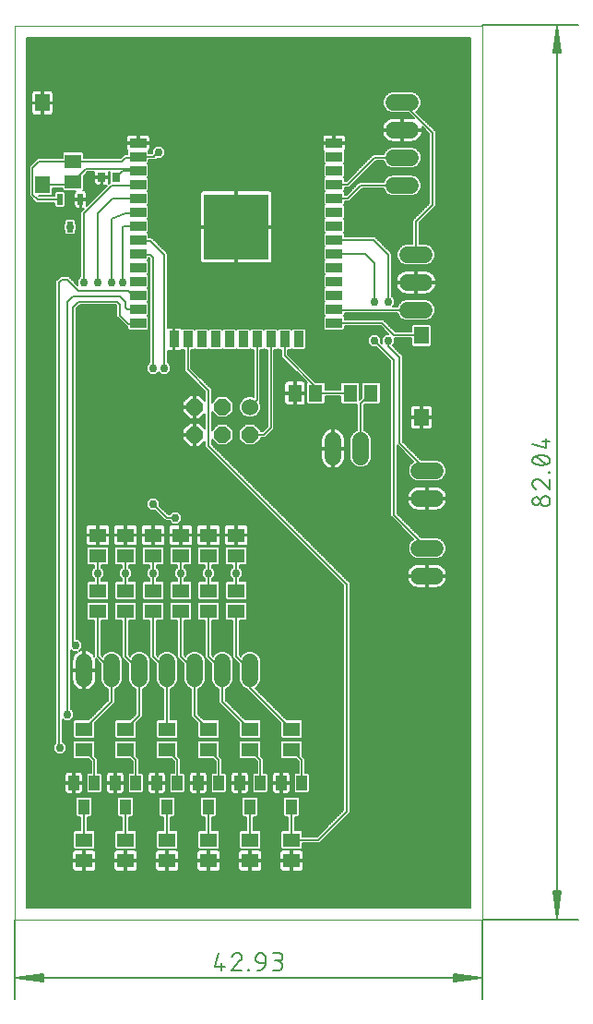
<source format=gtl>
G75*
%MOIN*%
%OFA0B0*%
%FSLAX25Y25*%
%IPPOS*%
%LPD*%
%AMOC8*
5,1,8,0,0,1.08239X$1,22.5*
%
%ADD10C,0.00000*%
%ADD11C,0.00512*%
%ADD12C,0.00600*%
%ADD13R,0.05906X0.03543*%
%ADD14R,0.03543X0.05906*%
%ADD15R,0.23622X0.23622*%
%ADD16R,0.05512X0.06299*%
%ADD17R,0.05906X0.05118*%
%ADD18C,0.06000*%
%ADD19C,0.06000*%
%ADD20OC8,0.06000*%
%ADD21C,0.05937*%
%ADD22R,0.06299X0.05118*%
%ADD23R,0.01969X0.03937*%
%ADD24R,0.05118X0.06299*%
%ADD25R,0.03937X0.05512*%
%ADD26R,0.02756X0.03543*%
%ADD27C,0.02978*%
D10*
X0004634Y0029933D02*
X0004634Y0352634D01*
X0173555Y0352634D01*
X0173555Y0029933D01*
X0004634Y0029933D01*
D11*
X0004634Y0001256D01*
X0004890Y0008933D02*
X0014870Y0007909D01*
X0014870Y0007676D02*
X0004890Y0008933D01*
X0014870Y0009957D01*
X0014870Y0010190D02*
X0014870Y0007676D01*
X0014870Y0008421D02*
X0004890Y0008933D01*
X0014870Y0009445D01*
X0014870Y0010190D02*
X0004890Y0008933D01*
X0173378Y0008933D01*
X0163398Y0007909D01*
X0163398Y0007676D02*
X0173378Y0008933D01*
X0163398Y0009957D01*
X0163398Y0010190D02*
X0163398Y0007676D01*
X0163398Y0008421D02*
X0173378Y0008933D01*
X0163398Y0009445D01*
X0163398Y0010190D02*
X0173378Y0008933D01*
X0173634Y0001256D02*
X0173634Y0029933D01*
X0208311Y0029933D01*
X0200634Y0030189D02*
X0201658Y0040169D01*
X0201891Y0040169D02*
X0200634Y0030189D01*
X0199610Y0040169D01*
X0199377Y0040169D02*
X0201891Y0040169D01*
X0201146Y0040169D02*
X0200634Y0030189D01*
X0200122Y0040169D01*
X0199377Y0040169D02*
X0200634Y0030189D01*
X0200634Y0352677D01*
X0201658Y0342697D01*
X0201891Y0342697D02*
X0200634Y0352677D01*
X0199610Y0342697D01*
X0199377Y0342697D02*
X0201891Y0342697D01*
X0201146Y0342697D02*
X0200634Y0352677D01*
X0200122Y0342697D01*
X0199377Y0342697D02*
X0200634Y0352677D01*
X0208311Y0352933D02*
X0173634Y0352933D01*
D12*
X0169255Y0348334D02*
X0169255Y0034233D01*
X0008934Y0034233D01*
X0008934Y0348334D01*
X0169255Y0348334D01*
X0169255Y0347768D02*
X0008934Y0347768D01*
X0008934Y0347170D02*
X0169255Y0347170D01*
X0169255Y0346571D02*
X0008934Y0346571D01*
X0008934Y0345973D02*
X0169255Y0345973D01*
X0169255Y0345374D02*
X0008934Y0345374D01*
X0008934Y0344776D02*
X0169255Y0344776D01*
X0169255Y0344177D02*
X0008934Y0344177D01*
X0008934Y0343579D02*
X0169255Y0343579D01*
X0169255Y0342980D02*
X0008934Y0342980D01*
X0008934Y0342382D02*
X0169255Y0342382D01*
X0169255Y0341783D02*
X0008934Y0341783D01*
X0008934Y0341185D02*
X0169255Y0341185D01*
X0169255Y0340586D02*
X0008934Y0340586D01*
X0008934Y0339988D02*
X0169255Y0339988D01*
X0169255Y0339389D02*
X0008934Y0339389D01*
X0008934Y0338791D02*
X0169255Y0338791D01*
X0169255Y0338192D02*
X0008934Y0338192D01*
X0008934Y0337594D02*
X0169255Y0337594D01*
X0169255Y0336995D02*
X0008934Y0336995D01*
X0008934Y0336397D02*
X0169255Y0336397D01*
X0169255Y0335798D02*
X0008934Y0335798D01*
X0008934Y0335200D02*
X0169255Y0335200D01*
X0169255Y0334601D02*
X0008934Y0334601D01*
X0008934Y0334003D02*
X0169255Y0334003D01*
X0169255Y0333404D02*
X0008934Y0333404D01*
X0008934Y0332806D02*
X0169255Y0332806D01*
X0169255Y0332207D02*
X0008934Y0332207D01*
X0008934Y0331609D02*
X0169255Y0331609D01*
X0169255Y0331010D02*
X0008934Y0331010D01*
X0008934Y0330412D02*
X0169255Y0330412D01*
X0169255Y0329813D02*
X0008934Y0329813D01*
X0008934Y0329215D02*
X0169255Y0329215D01*
X0169255Y0328616D02*
X0148934Y0328616D01*
X0148410Y0328833D02*
X0149843Y0328239D01*
X0150940Y0327142D01*
X0151534Y0325709D01*
X0151534Y0324157D01*
X0150940Y0322724D01*
X0149843Y0321627D01*
X0149698Y0321567D01*
X0156834Y0314430D01*
X0156834Y0287436D01*
X0156131Y0286733D01*
X0150834Y0281436D01*
X0150834Y0273833D01*
X0153410Y0273833D01*
X0154843Y0273239D01*
X0155940Y0272142D01*
X0156534Y0270709D01*
X0156534Y0269157D01*
X0155940Y0267724D01*
X0154843Y0266627D01*
X0153410Y0266033D01*
X0145858Y0266033D01*
X0144425Y0266627D01*
X0143328Y0267724D01*
X0142734Y0269157D01*
X0142734Y0270709D01*
X0143328Y0272142D01*
X0144425Y0273239D01*
X0145858Y0273833D01*
X0148434Y0273833D01*
X0148434Y0282430D01*
X0154434Y0288430D01*
X0154434Y0313436D01*
X0151779Y0316091D01*
X0151828Y0315940D01*
X0151934Y0315271D01*
X0151934Y0315233D01*
X0144934Y0315233D01*
X0144934Y0314633D01*
X0144934Y0310633D01*
X0147972Y0310633D01*
X0148641Y0310739D01*
X0149285Y0310948D01*
X0149888Y0311255D01*
X0150435Y0311653D01*
X0150914Y0312132D01*
X0151312Y0312679D01*
X0151619Y0313282D01*
X0151828Y0313926D01*
X0151934Y0314595D01*
X0151934Y0314633D01*
X0144934Y0314633D01*
X0144334Y0314633D01*
X0144334Y0310633D01*
X0141296Y0310633D01*
X0140627Y0310739D01*
X0139983Y0310948D01*
X0139380Y0311255D01*
X0138833Y0311653D01*
X0138354Y0312132D01*
X0137956Y0312679D01*
X0137649Y0313282D01*
X0137440Y0313926D01*
X0137334Y0314595D01*
X0137334Y0314633D01*
X0144334Y0314633D01*
X0144334Y0315233D01*
X0137334Y0315233D01*
X0137334Y0315271D01*
X0137440Y0315940D01*
X0137649Y0316584D01*
X0137956Y0317187D01*
X0138354Y0317734D01*
X0138833Y0318213D01*
X0139380Y0318611D01*
X0139983Y0318918D01*
X0140627Y0319127D01*
X0141296Y0319233D01*
X0144334Y0319233D01*
X0144334Y0315233D01*
X0144934Y0315233D01*
X0144934Y0319233D01*
X0147972Y0319233D01*
X0148641Y0319127D01*
X0148792Y0319078D01*
X0146837Y0321033D01*
X0140858Y0321033D01*
X0139425Y0321627D01*
X0138328Y0322724D01*
X0137734Y0324157D01*
X0137734Y0325709D01*
X0138328Y0327142D01*
X0139425Y0328239D01*
X0140858Y0328833D01*
X0148410Y0328833D01*
X0150065Y0328018D02*
X0169255Y0328018D01*
X0169255Y0327419D02*
X0150663Y0327419D01*
X0151074Y0326821D02*
X0169255Y0326821D01*
X0169255Y0326222D02*
X0151321Y0326222D01*
X0151534Y0325623D02*
X0169255Y0325623D01*
X0169255Y0325025D02*
X0151534Y0325025D01*
X0151534Y0324426D02*
X0169255Y0324426D01*
X0169255Y0323828D02*
X0151398Y0323828D01*
X0151150Y0323229D02*
X0169255Y0323229D01*
X0169255Y0322631D02*
X0150847Y0322631D01*
X0150249Y0322032D02*
X0169255Y0322032D01*
X0169255Y0321434D02*
X0149830Y0321434D01*
X0150429Y0320835D02*
X0169255Y0320835D01*
X0169255Y0320237D02*
X0151027Y0320237D01*
X0151626Y0319638D02*
X0169255Y0319638D01*
X0169255Y0319040D02*
X0152224Y0319040D01*
X0152823Y0318441D02*
X0169255Y0318441D01*
X0169255Y0317843D02*
X0153421Y0317843D01*
X0154020Y0317244D02*
X0169255Y0317244D01*
X0169255Y0316646D02*
X0154618Y0316646D01*
X0155217Y0316047D02*
X0169255Y0316047D01*
X0169255Y0315449D02*
X0155815Y0315449D01*
X0156414Y0314850D02*
X0169255Y0314850D01*
X0169255Y0314252D02*
X0156834Y0314252D01*
X0156834Y0313653D02*
X0169255Y0313653D01*
X0169255Y0313055D02*
X0156834Y0313055D01*
X0156834Y0312456D02*
X0169255Y0312456D01*
X0169255Y0311858D02*
X0156834Y0311858D01*
X0156834Y0311259D02*
X0169255Y0311259D01*
X0169255Y0310661D02*
X0156834Y0310661D01*
X0156834Y0310062D02*
X0169255Y0310062D01*
X0169255Y0309464D02*
X0156834Y0309464D01*
X0156834Y0308865D02*
X0169255Y0308865D01*
X0169255Y0308267D02*
X0156834Y0308267D01*
X0156834Y0307668D02*
X0169255Y0307668D01*
X0169255Y0307070D02*
X0156834Y0307070D01*
X0156834Y0306471D02*
X0169255Y0306471D01*
X0169255Y0305873D02*
X0156834Y0305873D01*
X0156834Y0305274D02*
X0169255Y0305274D01*
X0169255Y0304676D02*
X0156834Y0304676D01*
X0156834Y0304077D02*
X0169255Y0304077D01*
X0169255Y0303479D02*
X0156834Y0303479D01*
X0156834Y0302880D02*
X0169255Y0302880D01*
X0169255Y0302282D02*
X0156834Y0302282D01*
X0156834Y0301683D02*
X0169255Y0301683D01*
X0169255Y0301085D02*
X0156834Y0301085D01*
X0156834Y0300486D02*
X0169255Y0300486D01*
X0169255Y0299888D02*
X0156834Y0299888D01*
X0156834Y0299289D02*
X0169255Y0299289D01*
X0169255Y0298690D02*
X0156834Y0298690D01*
X0156834Y0298092D02*
X0169255Y0298092D01*
X0169255Y0297493D02*
X0156834Y0297493D01*
X0156834Y0296895D02*
X0169255Y0296895D01*
X0169255Y0296296D02*
X0156834Y0296296D01*
X0156834Y0295698D02*
X0169255Y0295698D01*
X0169255Y0295099D02*
X0156834Y0295099D01*
X0156834Y0294501D02*
X0169255Y0294501D01*
X0169255Y0293902D02*
X0156834Y0293902D01*
X0156834Y0293304D02*
X0169255Y0293304D01*
X0169255Y0292705D02*
X0156834Y0292705D01*
X0156834Y0292107D02*
X0169255Y0292107D01*
X0169255Y0291508D02*
X0156834Y0291508D01*
X0156834Y0290910D02*
X0169255Y0290910D01*
X0169255Y0290311D02*
X0156834Y0290311D01*
X0156834Y0289713D02*
X0169255Y0289713D01*
X0169255Y0289114D02*
X0156834Y0289114D01*
X0156834Y0288516D02*
X0169255Y0288516D01*
X0169255Y0287917D02*
X0156834Y0287917D01*
X0156717Y0287319D02*
X0169255Y0287319D01*
X0169255Y0286720D02*
X0156118Y0286720D01*
X0155520Y0286122D02*
X0169255Y0286122D01*
X0169255Y0285523D02*
X0154921Y0285523D01*
X0154323Y0284925D02*
X0169255Y0284925D01*
X0169255Y0284326D02*
X0153724Y0284326D01*
X0153126Y0283728D02*
X0169255Y0283728D01*
X0169255Y0283129D02*
X0152527Y0283129D01*
X0151929Y0282531D02*
X0169255Y0282531D01*
X0169255Y0281932D02*
X0151330Y0281932D01*
X0150834Y0281334D02*
X0169255Y0281334D01*
X0169255Y0280735D02*
X0150834Y0280735D01*
X0150834Y0280137D02*
X0169255Y0280137D01*
X0169255Y0279538D02*
X0150834Y0279538D01*
X0150834Y0278940D02*
X0169255Y0278940D01*
X0169255Y0278341D02*
X0150834Y0278341D01*
X0150834Y0277743D02*
X0169255Y0277743D01*
X0169255Y0277144D02*
X0150834Y0277144D01*
X0150834Y0276546D02*
X0169255Y0276546D01*
X0169255Y0275947D02*
X0150834Y0275947D01*
X0150834Y0275349D02*
X0169255Y0275349D01*
X0169255Y0274750D02*
X0150834Y0274750D01*
X0150834Y0274152D02*
X0169255Y0274152D01*
X0169255Y0273553D02*
X0154086Y0273553D01*
X0155128Y0272954D02*
X0169255Y0272954D01*
X0169255Y0272356D02*
X0155727Y0272356D01*
X0156100Y0271757D02*
X0169255Y0271757D01*
X0169255Y0271159D02*
X0156348Y0271159D01*
X0156534Y0270560D02*
X0169255Y0270560D01*
X0169255Y0269962D02*
X0156534Y0269962D01*
X0156534Y0269363D02*
X0169255Y0269363D01*
X0169255Y0268765D02*
X0156371Y0268765D01*
X0156124Y0268166D02*
X0169255Y0268166D01*
X0169255Y0267568D02*
X0155784Y0267568D01*
X0155186Y0266969D02*
X0169255Y0266969D01*
X0169255Y0266371D02*
X0154225Y0266371D01*
X0153641Y0264127D02*
X0152972Y0264233D01*
X0149934Y0264233D01*
X0149934Y0260233D01*
X0156934Y0260233D01*
X0156934Y0260271D01*
X0156828Y0260940D01*
X0156619Y0261584D01*
X0156312Y0262187D01*
X0155914Y0262734D01*
X0155435Y0263213D01*
X0154888Y0263611D01*
X0154285Y0263918D01*
X0153641Y0264127D01*
X0154104Y0263977D02*
X0169255Y0263977D01*
X0169255Y0264575D02*
X0140834Y0264575D01*
X0140834Y0263977D02*
X0145164Y0263977D01*
X0144983Y0263918D02*
X0144380Y0263611D01*
X0143833Y0263213D01*
X0143354Y0262734D01*
X0142956Y0262187D01*
X0142649Y0261584D01*
X0142440Y0260940D01*
X0142334Y0260271D01*
X0142334Y0260233D01*
X0149334Y0260233D01*
X0149334Y0259633D01*
X0149934Y0259633D01*
X0149934Y0255633D01*
X0152972Y0255633D01*
X0153641Y0255739D01*
X0154285Y0255948D01*
X0154888Y0256255D01*
X0155435Y0256653D01*
X0155914Y0257132D01*
X0156312Y0257679D01*
X0156619Y0258282D01*
X0156828Y0258926D01*
X0156934Y0259595D01*
X0156934Y0259633D01*
X0149934Y0259633D01*
X0149934Y0260233D01*
X0149334Y0260233D01*
X0149334Y0264233D01*
X0146296Y0264233D01*
X0145627Y0264127D01*
X0144983Y0263918D01*
X0144060Y0263378D02*
X0140834Y0263378D01*
X0140834Y0262780D02*
X0143400Y0262780D01*
X0142954Y0262181D02*
X0140834Y0262181D01*
X0140834Y0261583D02*
X0142649Y0261583D01*
X0142454Y0260984D02*
X0140834Y0260984D01*
X0140834Y0260386D02*
X0142352Y0260386D01*
X0142334Y0259633D02*
X0142334Y0259595D01*
X0142440Y0258926D01*
X0142649Y0258282D01*
X0142956Y0257679D01*
X0143354Y0257132D01*
X0143833Y0256653D01*
X0144380Y0256255D01*
X0144983Y0255948D01*
X0145627Y0255739D01*
X0146296Y0255633D01*
X0149334Y0255633D01*
X0149334Y0259633D01*
X0142334Y0259633D01*
X0142398Y0259189D02*
X0140834Y0259189D01*
X0140834Y0259787D02*
X0149334Y0259787D01*
X0149334Y0259189D02*
X0149934Y0259189D01*
X0149934Y0259787D02*
X0169255Y0259787D01*
X0169255Y0259189D02*
X0156870Y0259189D01*
X0156719Y0258590D02*
X0169255Y0258590D01*
X0169255Y0257992D02*
X0156471Y0257992D01*
X0156104Y0257393D02*
X0169255Y0257393D01*
X0169255Y0256795D02*
X0155577Y0256795D01*
X0154771Y0256196D02*
X0169255Y0256196D01*
X0169255Y0255598D02*
X0140834Y0255598D01*
X0140834Y0255112D02*
X0140834Y0270430D01*
X0134816Y0276448D01*
X0123920Y0276448D01*
X0123920Y0277392D01*
X0123564Y0277748D01*
X0123920Y0278104D01*
X0123920Y0282392D01*
X0123564Y0282748D01*
X0123920Y0283104D01*
X0123920Y0287392D01*
X0123564Y0287748D01*
X0123920Y0288104D01*
X0123920Y0289048D01*
X0125446Y0289048D01*
X0130131Y0293733D01*
X0137910Y0293733D01*
X0138328Y0292724D01*
X0139425Y0291627D01*
X0140858Y0291033D01*
X0148410Y0291033D01*
X0149843Y0291627D01*
X0150940Y0292724D01*
X0151534Y0294157D01*
X0151534Y0295709D01*
X0150940Y0297142D01*
X0149843Y0298239D01*
X0148410Y0298833D01*
X0140858Y0298833D01*
X0139425Y0298239D01*
X0138328Y0297142D01*
X0137910Y0296133D01*
X0129137Y0296133D01*
X0128434Y0295430D01*
X0124452Y0291448D01*
X0123920Y0291448D01*
X0123920Y0292392D01*
X0123564Y0292748D01*
X0123920Y0293104D01*
X0123920Y0294048D01*
X0125446Y0294048D01*
X0135131Y0303733D01*
X0137910Y0303733D01*
X0138328Y0302724D01*
X0139425Y0301627D01*
X0140858Y0301033D01*
X0148410Y0301033D01*
X0149843Y0301627D01*
X0150940Y0302724D01*
X0151534Y0304157D01*
X0151534Y0305709D01*
X0150940Y0307142D01*
X0149843Y0308239D01*
X0148410Y0308833D01*
X0140858Y0308833D01*
X0139425Y0308239D01*
X0138328Y0307142D01*
X0137910Y0306133D01*
X0134137Y0306133D01*
X0133434Y0305430D01*
X0124452Y0296448D01*
X0123920Y0296448D01*
X0123920Y0297392D01*
X0123564Y0297748D01*
X0123920Y0298104D01*
X0123920Y0302392D01*
X0123564Y0302748D01*
X0123920Y0303104D01*
X0123920Y0307392D01*
X0123847Y0307465D01*
X0124060Y0307678D01*
X0124231Y0307975D01*
X0124320Y0308305D01*
X0124320Y0309948D01*
X0120367Y0309948D01*
X0120367Y0310548D01*
X0119767Y0310548D01*
X0119767Y0309948D01*
X0115814Y0309948D01*
X0115814Y0308305D01*
X0115903Y0307975D01*
X0116074Y0307678D01*
X0116287Y0307465D01*
X0116214Y0307392D01*
X0116214Y0303104D01*
X0116570Y0302748D01*
X0116214Y0302392D01*
X0116214Y0298104D01*
X0116570Y0297748D01*
X0116214Y0297392D01*
X0116214Y0293104D01*
X0116570Y0292748D01*
X0116214Y0292392D01*
X0116214Y0288104D01*
X0116570Y0287748D01*
X0116214Y0287392D01*
X0116214Y0283104D01*
X0116570Y0282748D01*
X0116214Y0282392D01*
X0116214Y0278104D01*
X0116570Y0277748D01*
X0116214Y0277392D01*
X0116214Y0273104D01*
X0116570Y0272748D01*
X0116214Y0272392D01*
X0116214Y0268104D01*
X0116570Y0267748D01*
X0116214Y0267392D01*
X0116214Y0263104D01*
X0116570Y0262748D01*
X0116214Y0262392D01*
X0116214Y0258104D01*
X0116570Y0257748D01*
X0116214Y0257392D01*
X0116214Y0253104D01*
X0116570Y0252748D01*
X0116214Y0252392D01*
X0116214Y0248104D01*
X0116570Y0247748D01*
X0116214Y0247392D01*
X0116214Y0243104D01*
X0116742Y0242576D01*
X0123393Y0242576D01*
X0123920Y0243104D01*
X0123920Y0244048D01*
X0136822Y0244048D01*
X0139548Y0241322D01*
X0138644Y0241322D01*
X0137245Y0239923D01*
X0137245Y0238019D01*
X0137023Y0238241D01*
X0137023Y0239923D01*
X0135624Y0241322D01*
X0133644Y0241322D01*
X0132245Y0239923D01*
X0132245Y0237944D01*
X0133644Y0236544D01*
X0135326Y0236544D01*
X0140434Y0231436D01*
X0140434Y0175436D01*
X0141137Y0174733D01*
X0148604Y0167266D01*
X0148474Y0167213D01*
X0147386Y0166124D01*
X0146797Y0164703D01*
X0146797Y0163164D01*
X0147386Y0161742D01*
X0148474Y0160654D01*
X0149896Y0160065D01*
X0157372Y0160065D01*
X0158794Y0160654D01*
X0159882Y0161742D01*
X0160471Y0163164D01*
X0160471Y0164703D01*
X0159882Y0166124D01*
X0158794Y0167213D01*
X0157372Y0167802D01*
X0151463Y0167802D01*
X0142834Y0176430D01*
X0142834Y0201036D01*
X0143137Y0200733D01*
X0148604Y0195266D01*
X0148474Y0195213D01*
X0147386Y0194124D01*
X0146797Y0192703D01*
X0146797Y0191164D01*
X0147386Y0189742D01*
X0148474Y0188654D01*
X0149896Y0188065D01*
X0157372Y0188065D01*
X0158794Y0188654D01*
X0159882Y0189742D01*
X0160471Y0191164D01*
X0160471Y0192703D01*
X0159882Y0194124D01*
X0158794Y0195213D01*
X0157372Y0195802D01*
X0151463Y0195802D01*
X0144834Y0202430D01*
X0144834Y0233430D01*
X0141172Y0237092D01*
X0142023Y0237944D01*
X0142023Y0239733D01*
X0147978Y0239733D01*
X0147978Y0237174D01*
X0148505Y0236647D01*
X0154763Y0236647D01*
X0155290Y0237174D01*
X0155290Y0244219D01*
X0154763Y0244746D01*
X0148505Y0244746D01*
X0147978Y0244219D01*
X0147978Y0242133D01*
X0142131Y0242133D01*
X0137816Y0246448D01*
X0123920Y0246448D01*
X0123920Y0247392D01*
X0123564Y0247748D01*
X0123920Y0248104D01*
X0123920Y0248733D01*
X0142910Y0248733D01*
X0143328Y0247724D01*
X0144425Y0246627D01*
X0145858Y0246033D01*
X0153410Y0246033D01*
X0154843Y0246627D01*
X0155940Y0247724D01*
X0156534Y0249157D01*
X0156534Y0250709D01*
X0155940Y0252142D01*
X0154843Y0253239D01*
X0153410Y0253833D01*
X0145858Y0253833D01*
X0144425Y0253239D01*
X0143328Y0252142D01*
X0142910Y0251133D01*
X0141213Y0251133D01*
X0142023Y0251944D01*
X0142023Y0253923D01*
X0140834Y0255112D01*
X0140946Y0254999D02*
X0169255Y0254999D01*
X0169255Y0254401D02*
X0141545Y0254401D01*
X0142023Y0253802D02*
X0145784Y0253802D01*
X0144389Y0253204D02*
X0142023Y0253204D01*
X0142023Y0252605D02*
X0143791Y0252605D01*
X0143272Y0252007D02*
X0142023Y0252007D01*
X0141488Y0251408D02*
X0143024Y0251408D01*
X0143041Y0248416D02*
X0123920Y0248416D01*
X0123633Y0247817D02*
X0143289Y0247817D01*
X0143833Y0247219D02*
X0123920Y0247219D01*
X0123920Y0246620D02*
X0144441Y0246620D01*
X0147978Y0243627D02*
X0140637Y0243627D01*
X0141235Y0243029D02*
X0147978Y0243029D01*
X0147978Y0242430D02*
X0141834Y0242430D01*
X0141634Y0240933D02*
X0151398Y0240933D01*
X0151634Y0240697D01*
X0155290Y0240635D02*
X0169255Y0240635D01*
X0169255Y0241233D02*
X0155290Y0241233D01*
X0155290Y0241832D02*
X0169255Y0241832D01*
X0169255Y0242430D02*
X0155290Y0242430D01*
X0155290Y0243029D02*
X0169255Y0243029D01*
X0169255Y0243627D02*
X0155290Y0243627D01*
X0155283Y0244226D02*
X0169255Y0244226D01*
X0169255Y0244824D02*
X0139440Y0244824D01*
X0140038Y0244226D02*
X0147985Y0244226D01*
X0147978Y0239438D02*
X0142023Y0239438D01*
X0142023Y0238839D02*
X0147978Y0238839D01*
X0147978Y0238241D02*
X0142023Y0238241D01*
X0141722Y0237642D02*
X0147978Y0237642D01*
X0148109Y0237044D02*
X0141220Y0237044D01*
X0141819Y0236445D02*
X0169255Y0236445D01*
X0169255Y0235847D02*
X0142417Y0235847D01*
X0143016Y0235248D02*
X0169255Y0235248D01*
X0169255Y0234650D02*
X0143614Y0234650D01*
X0144213Y0234051D02*
X0169255Y0234051D01*
X0169255Y0233453D02*
X0144811Y0233453D01*
X0144834Y0232854D02*
X0169255Y0232854D01*
X0169255Y0232256D02*
X0144834Y0232256D01*
X0144834Y0231657D02*
X0169255Y0231657D01*
X0169255Y0231059D02*
X0144834Y0231059D01*
X0144834Y0230460D02*
X0169255Y0230460D01*
X0169255Y0229862D02*
X0144834Y0229862D01*
X0144834Y0229263D02*
X0169255Y0229263D01*
X0169255Y0228665D02*
X0144834Y0228665D01*
X0144834Y0228066D02*
X0169255Y0228066D01*
X0169255Y0227468D02*
X0144834Y0227468D01*
X0144834Y0226869D02*
X0169255Y0226869D01*
X0169255Y0226271D02*
X0144834Y0226271D01*
X0144834Y0225672D02*
X0169255Y0225672D01*
X0169255Y0225074D02*
X0144834Y0225074D01*
X0144834Y0224475D02*
X0169255Y0224475D01*
X0169255Y0223877D02*
X0144834Y0223877D01*
X0144834Y0223278D02*
X0169255Y0223278D01*
X0169255Y0222680D02*
X0144834Y0222680D01*
X0144834Y0222081D02*
X0169255Y0222081D01*
X0169255Y0221483D02*
X0144834Y0221483D01*
X0144834Y0220884D02*
X0169255Y0220884D01*
X0169255Y0220285D02*
X0144834Y0220285D01*
X0144834Y0219687D02*
X0169255Y0219687D01*
X0169255Y0219088D02*
X0144834Y0219088D01*
X0144834Y0218490D02*
X0169255Y0218490D01*
X0169255Y0217891D02*
X0144834Y0217891D01*
X0144834Y0217293D02*
X0169255Y0217293D01*
X0169255Y0216694D02*
X0144834Y0216694D01*
X0144834Y0216096D02*
X0169255Y0216096D01*
X0169255Y0215497D02*
X0154949Y0215497D01*
X0154892Y0215530D02*
X0154561Y0215619D01*
X0151934Y0215619D01*
X0151934Y0211469D01*
X0155690Y0211469D01*
X0155690Y0214490D01*
X0155601Y0214821D01*
X0155430Y0215117D01*
X0155188Y0215359D01*
X0154892Y0215530D01*
X0155556Y0214899D02*
X0169255Y0214899D01*
X0169255Y0214300D02*
X0155690Y0214300D01*
X0155690Y0213702D02*
X0169255Y0213702D01*
X0169255Y0213103D02*
X0155690Y0213103D01*
X0155690Y0212505D02*
X0169255Y0212505D01*
X0169255Y0211906D02*
X0155690Y0211906D01*
X0155690Y0210869D02*
X0155690Y0207849D01*
X0155601Y0207518D01*
X0155430Y0207221D01*
X0155188Y0206979D01*
X0154892Y0206808D01*
X0154561Y0206720D01*
X0151934Y0206720D01*
X0151934Y0210869D01*
X0151334Y0210869D01*
X0151334Y0206720D01*
X0148707Y0206720D01*
X0148376Y0206808D01*
X0148080Y0206979D01*
X0147838Y0207221D01*
X0147667Y0207518D01*
X0147578Y0207849D01*
X0147578Y0210869D01*
X0151334Y0210869D01*
X0151334Y0211469D01*
X0147578Y0211469D01*
X0147578Y0214490D01*
X0147667Y0214821D01*
X0147838Y0215117D01*
X0148080Y0215359D01*
X0148376Y0215530D01*
X0148707Y0215619D01*
X0151334Y0215619D01*
X0151334Y0211469D01*
X0151934Y0211469D01*
X0151934Y0210869D01*
X0155690Y0210869D01*
X0155690Y0210709D02*
X0169255Y0210709D01*
X0169255Y0210111D02*
X0155690Y0210111D01*
X0155690Y0209512D02*
X0169255Y0209512D01*
X0169255Y0208914D02*
X0155690Y0208914D01*
X0155690Y0208315D02*
X0169255Y0208315D01*
X0169255Y0207717D02*
X0155655Y0207717D01*
X0155327Y0207118D02*
X0169255Y0207118D01*
X0169255Y0206520D02*
X0144834Y0206520D01*
X0144834Y0207118D02*
X0147941Y0207118D01*
X0147613Y0207717D02*
X0144834Y0207717D01*
X0144834Y0208315D02*
X0147578Y0208315D01*
X0147578Y0208914D02*
X0144834Y0208914D01*
X0144834Y0209512D02*
X0147578Y0209512D01*
X0147578Y0210111D02*
X0144834Y0210111D01*
X0144834Y0210709D02*
X0147578Y0210709D01*
X0147578Y0211906D02*
X0144834Y0211906D01*
X0144834Y0211308D02*
X0151334Y0211308D01*
X0151334Y0211906D02*
X0151934Y0211906D01*
X0151934Y0211308D02*
X0169255Y0211308D01*
X0169255Y0205921D02*
X0144834Y0205921D01*
X0144834Y0205323D02*
X0169255Y0205323D01*
X0169255Y0204724D02*
X0144834Y0204724D01*
X0144834Y0204126D02*
X0169255Y0204126D01*
X0169255Y0203527D02*
X0144834Y0203527D01*
X0144834Y0202929D02*
X0169255Y0202929D01*
X0169255Y0202330D02*
X0144934Y0202330D01*
X0145532Y0201732D02*
X0169255Y0201732D01*
X0169255Y0201133D02*
X0146131Y0201133D01*
X0146729Y0200535D02*
X0169255Y0200535D01*
X0169255Y0199936D02*
X0147328Y0199936D01*
X0147927Y0199338D02*
X0169255Y0199338D01*
X0169255Y0198739D02*
X0148525Y0198739D01*
X0149124Y0198141D02*
X0169255Y0198141D01*
X0169255Y0197542D02*
X0149722Y0197542D01*
X0150321Y0196944D02*
X0169255Y0196944D01*
X0169255Y0196345D02*
X0150919Y0196345D01*
X0153634Y0191933D02*
X0143634Y0201933D01*
X0143634Y0232933D01*
X0139634Y0236933D01*
X0139634Y0238933D01*
X0137957Y0240635D02*
X0136311Y0240635D01*
X0136909Y0240036D02*
X0137359Y0240036D01*
X0137245Y0239438D02*
X0137023Y0239438D01*
X0137023Y0238839D02*
X0137245Y0238839D01*
X0137245Y0238241D02*
X0137023Y0238241D01*
X0135425Y0236445D02*
X0109806Y0236445D01*
X0109806Y0236056D02*
X0109806Y0242707D01*
X0109278Y0243235D01*
X0104990Y0243235D01*
X0104634Y0242879D01*
X0104278Y0243235D01*
X0099990Y0243235D01*
X0099634Y0242879D01*
X0099278Y0243235D01*
X0094990Y0243235D01*
X0094634Y0242879D01*
X0094278Y0243235D01*
X0089990Y0243235D01*
X0089634Y0242879D01*
X0089278Y0243235D01*
X0084990Y0243235D01*
X0084634Y0242879D01*
X0084278Y0243235D01*
X0079990Y0243235D01*
X0079634Y0242879D01*
X0079278Y0243235D01*
X0074990Y0243235D01*
X0074634Y0242879D01*
X0074278Y0243235D01*
X0069990Y0243235D01*
X0069634Y0242879D01*
X0069278Y0243235D01*
X0064990Y0243235D01*
X0064917Y0243162D01*
X0064704Y0243375D01*
X0064407Y0243546D01*
X0064077Y0243635D01*
X0062434Y0243635D01*
X0062434Y0239682D01*
X0061834Y0239682D01*
X0061834Y0243635D01*
X0060191Y0243635D01*
X0059861Y0243546D01*
X0059834Y0243531D01*
X0059834Y0270430D01*
X0059131Y0271133D01*
X0054131Y0276133D01*
X0053054Y0276133D01*
X0053054Y0277392D01*
X0052698Y0277748D01*
X0053054Y0278104D01*
X0053054Y0282392D01*
X0052698Y0282748D01*
X0053054Y0283104D01*
X0053054Y0287392D01*
X0052698Y0287748D01*
X0053054Y0288104D01*
X0053054Y0292392D01*
X0052698Y0292748D01*
X0053054Y0293104D01*
X0053054Y0297392D01*
X0052698Y0297748D01*
X0053054Y0298104D01*
X0053054Y0302392D01*
X0052698Y0302748D01*
X0053054Y0303104D01*
X0053054Y0304048D01*
X0055446Y0304048D01*
X0055942Y0304544D01*
X0057624Y0304544D01*
X0059023Y0305944D01*
X0059023Y0307923D01*
X0057624Y0309322D01*
X0055644Y0309322D01*
X0054245Y0307923D01*
X0054245Y0306556D01*
X0054137Y0306448D01*
X0053054Y0306448D01*
X0053054Y0307392D01*
X0052981Y0307465D01*
X0053194Y0307678D01*
X0053365Y0307975D01*
X0053454Y0308305D01*
X0053454Y0309948D01*
X0049501Y0309948D01*
X0049501Y0310548D01*
X0053454Y0310548D01*
X0053454Y0312191D01*
X0053365Y0312521D01*
X0053194Y0312818D01*
X0052952Y0313060D01*
X0052655Y0313231D01*
X0052325Y0313320D01*
X0049501Y0313320D01*
X0049501Y0310548D01*
X0048901Y0310548D01*
X0048901Y0313320D01*
X0046077Y0313320D01*
X0045746Y0313231D01*
X0045450Y0313060D01*
X0045208Y0312818D01*
X0045037Y0312521D01*
X0044948Y0312191D01*
X0044948Y0310548D01*
X0048901Y0310548D01*
X0048901Y0309948D01*
X0044948Y0309948D01*
X0044948Y0308305D01*
X0045037Y0307975D01*
X0045208Y0307678D01*
X0045421Y0307465D01*
X0045348Y0307392D01*
X0045348Y0306133D01*
X0044137Y0306133D01*
X0042877Y0304873D01*
X0029487Y0304873D01*
X0029487Y0306605D01*
X0028960Y0307132D01*
X0022308Y0307132D01*
X0021781Y0306605D01*
X0021781Y0304873D01*
X0012877Y0304873D01*
X0010481Y0302477D01*
X0009778Y0301774D01*
X0009778Y0291150D01*
X0010481Y0290447D01*
X0011571Y0289357D01*
X0012274Y0288654D01*
X0019010Y0288654D01*
X0019010Y0287513D01*
X0019537Y0286986D01*
X0022251Y0286986D01*
X0022778Y0287513D01*
X0022778Y0292196D01*
X0022251Y0292723D01*
X0019537Y0292723D01*
X0019010Y0292196D01*
X0019010Y0291054D01*
X0013268Y0291054D01*
X0013202Y0291120D01*
X0017763Y0291120D01*
X0018290Y0291647D01*
X0018290Y0293969D01*
X0021781Y0293969D01*
X0021781Y0293261D01*
X0022308Y0292734D01*
X0026462Y0292734D01*
X0026350Y0292621D01*
X0026179Y0292325D01*
X0026090Y0291994D01*
X0026090Y0290046D01*
X0028182Y0290046D01*
X0028182Y0289662D01*
X0028566Y0289662D01*
X0028566Y0286586D01*
X0029530Y0286586D01*
X0029612Y0286608D01*
X0029137Y0286133D01*
X0028434Y0285430D01*
X0028434Y0262112D01*
X0027245Y0260923D01*
X0027245Y0259019D01*
X0024834Y0261430D01*
X0024834Y0261430D01*
X0024131Y0262133D01*
X0021137Y0262133D01*
X0020434Y0261430D01*
X0020137Y0261133D01*
X0019434Y0260430D01*
X0019434Y0093723D01*
X0018634Y0092923D01*
X0018634Y0090944D01*
X0020033Y0089544D01*
X0022013Y0089544D01*
X0023412Y0090944D01*
X0023412Y0092923D01*
X0022013Y0094322D01*
X0021834Y0094322D01*
X0021834Y0102355D01*
X0022644Y0101544D01*
X0024624Y0101544D01*
X0026023Y0102944D01*
X0026023Y0104923D01*
X0024834Y0106112D01*
X0024834Y0127355D01*
X0025644Y0126544D01*
X0027289Y0126544D01*
X0026833Y0126213D01*
X0026354Y0125734D01*
X0025956Y0125187D01*
X0025649Y0124584D01*
X0025440Y0123940D01*
X0025334Y0123271D01*
X0025334Y0120233D01*
X0029334Y0120233D01*
X0029334Y0119633D01*
X0029934Y0119633D01*
X0029934Y0112633D01*
X0029972Y0112633D01*
X0030641Y0112739D01*
X0031285Y0112948D01*
X0031888Y0113255D01*
X0032435Y0113653D01*
X0032914Y0114132D01*
X0033312Y0114679D01*
X0033619Y0115282D01*
X0033828Y0115926D01*
X0033934Y0116595D01*
X0033934Y0119633D01*
X0029934Y0119633D01*
X0029934Y0120233D01*
X0033934Y0120233D01*
X0033934Y0123271D01*
X0033828Y0123940D01*
X0033779Y0124091D01*
X0034137Y0123733D01*
X0035734Y0122136D01*
X0035734Y0116157D01*
X0036328Y0114724D01*
X0037425Y0113627D01*
X0038434Y0113209D01*
X0038434Y0109170D01*
X0031396Y0102132D01*
X0026112Y0102132D01*
X0025584Y0101605D01*
X0025584Y0095741D01*
X0026112Y0095214D01*
X0033156Y0095214D01*
X0033684Y0095741D01*
X0033684Y0101026D01*
X0040834Y0108176D01*
X0040834Y0113209D01*
X0041843Y0113627D01*
X0042940Y0114724D01*
X0043534Y0116157D01*
X0043534Y0123709D01*
X0042940Y0125142D01*
X0041843Y0126239D01*
X0040410Y0126833D01*
X0038858Y0126833D01*
X0037425Y0126239D01*
X0036328Y0125142D01*
X0036267Y0124997D01*
X0035834Y0125430D01*
X0035834Y0137734D01*
X0038156Y0137734D01*
X0038684Y0138261D01*
X0038684Y0144125D01*
X0038156Y0144652D01*
X0031112Y0144652D01*
X0030584Y0144125D01*
X0030584Y0138261D01*
X0031112Y0137734D01*
X0033434Y0137734D01*
X0033434Y0124947D01*
X0033312Y0125187D01*
X0032914Y0125734D01*
X0032435Y0126213D01*
X0031888Y0126611D01*
X0031285Y0126918D01*
X0033434Y0126918D01*
X0033434Y0127516D02*
X0028596Y0127516D01*
X0028627Y0127127D02*
X0028004Y0126925D01*
X0029023Y0127944D01*
X0029023Y0129923D01*
X0027624Y0131322D01*
X0026834Y0131322D01*
X0026834Y0250436D01*
X0028131Y0251733D01*
X0041137Y0251733D01*
X0041434Y0251436D01*
X0041434Y0247436D01*
X0042137Y0246733D01*
X0045137Y0243733D01*
X0045348Y0243733D01*
X0045348Y0243104D01*
X0045875Y0242576D01*
X0052526Y0242576D01*
X0053054Y0243104D01*
X0053054Y0247392D01*
X0052698Y0247748D01*
X0053054Y0248104D01*
X0053054Y0252392D01*
X0052698Y0252748D01*
X0053054Y0253104D01*
X0053054Y0257392D01*
X0052698Y0257748D01*
X0053054Y0258104D01*
X0053054Y0262392D01*
X0052698Y0262748D01*
X0053054Y0263104D01*
X0053054Y0267392D01*
X0052698Y0267748D01*
X0053054Y0268104D01*
X0053054Y0268733D01*
X0053137Y0268733D01*
X0053434Y0268436D01*
X0053434Y0231112D01*
X0052245Y0229923D01*
X0052245Y0227944D01*
X0053644Y0226544D01*
X0055624Y0226544D01*
X0056634Y0227555D01*
X0057644Y0226544D01*
X0059624Y0226544D01*
X0061023Y0227944D01*
X0061023Y0229923D01*
X0059834Y0231112D01*
X0059834Y0235233D01*
X0059861Y0235218D01*
X0060191Y0235129D01*
X0061834Y0235129D01*
X0061834Y0239082D01*
X0062434Y0239082D01*
X0062434Y0235129D01*
X0064077Y0235129D01*
X0064407Y0235218D01*
X0064704Y0235389D01*
X0064917Y0235602D01*
X0064990Y0235529D01*
X0065934Y0235529D01*
X0065934Y0227936D01*
X0073434Y0220436D01*
X0073434Y0217214D01*
X0071415Y0219233D01*
X0069934Y0219233D01*
X0069934Y0215233D01*
X0069334Y0215233D01*
X0069334Y0214633D01*
X0069934Y0214633D01*
X0069934Y0210633D01*
X0071415Y0210633D01*
X0073434Y0212652D01*
X0073434Y0207214D01*
X0071415Y0209233D01*
X0069934Y0209233D01*
X0069934Y0205233D01*
X0069334Y0205233D01*
X0069334Y0204633D01*
X0069934Y0204633D01*
X0069934Y0200633D01*
X0071415Y0200633D01*
X0073434Y0202652D01*
X0073434Y0200436D01*
X0123434Y0150436D01*
X0123434Y0069430D01*
X0113877Y0059873D01*
X0108684Y0059873D01*
X0108684Y0061605D01*
X0108156Y0062132D01*
X0105834Y0062132D01*
X0105834Y0066946D01*
X0106975Y0066946D01*
X0107502Y0067474D01*
X0107502Y0073731D01*
X0106975Y0074258D01*
X0102293Y0074258D01*
X0101766Y0073731D01*
X0101766Y0067474D01*
X0102293Y0066946D01*
X0103434Y0066946D01*
X0103434Y0062132D01*
X0101112Y0062132D01*
X0100584Y0061605D01*
X0100584Y0055741D01*
X0101112Y0055214D01*
X0108156Y0055214D01*
X0108684Y0055741D01*
X0108684Y0057473D01*
X0114871Y0057473D01*
X0115574Y0058176D01*
X0125834Y0068436D01*
X0125834Y0151430D01*
X0125131Y0152133D01*
X0075834Y0201430D01*
X0075834Y0203218D01*
X0078019Y0201033D01*
X0081249Y0201033D01*
X0083534Y0203318D01*
X0083534Y0206548D01*
X0081249Y0208833D01*
X0078019Y0208833D01*
X0075834Y0206648D01*
X0075834Y0213218D01*
X0078019Y0211033D01*
X0081249Y0211033D01*
X0083534Y0213318D01*
X0083534Y0216548D01*
X0081249Y0218833D01*
X0078019Y0218833D01*
X0075834Y0216648D01*
X0075834Y0221430D01*
X0068334Y0228930D01*
X0068334Y0235529D01*
X0069278Y0235529D01*
X0069634Y0235885D01*
X0069990Y0235529D01*
X0074278Y0235529D01*
X0074634Y0235885D01*
X0074990Y0235529D01*
X0079278Y0235529D01*
X0079634Y0235885D01*
X0079990Y0235529D01*
X0084278Y0235529D01*
X0084634Y0235885D01*
X0084990Y0235529D01*
X0089278Y0235529D01*
X0089634Y0235885D01*
X0089990Y0235529D01*
X0090934Y0235529D01*
X0090934Y0218616D01*
X0090410Y0218833D01*
X0088858Y0218833D01*
X0087425Y0218239D01*
X0086328Y0217142D01*
X0085734Y0215709D01*
X0085734Y0214157D01*
X0086328Y0212724D01*
X0087425Y0211627D01*
X0088858Y0211033D01*
X0090410Y0211033D01*
X0091843Y0211627D01*
X0092940Y0212724D01*
X0093534Y0214157D01*
X0093534Y0215709D01*
X0093116Y0216718D01*
X0093334Y0216936D01*
X0093334Y0235529D01*
X0094278Y0235529D01*
X0094634Y0235885D01*
X0094990Y0235529D01*
X0095934Y0235529D01*
X0095934Y0207930D01*
X0094137Y0206133D01*
X0093534Y0206133D01*
X0093534Y0206548D01*
X0091249Y0208833D01*
X0088019Y0208833D01*
X0085734Y0206548D01*
X0085734Y0203318D01*
X0088019Y0201033D01*
X0091249Y0201033D01*
X0093534Y0203318D01*
X0093534Y0203733D01*
X0095131Y0203733D01*
X0097631Y0206233D01*
X0098334Y0206936D01*
X0098334Y0235529D01*
X0099278Y0235529D01*
X0099634Y0235885D01*
X0099990Y0235529D01*
X0100934Y0235529D01*
X0100934Y0232936D01*
X0110165Y0223705D01*
X0109915Y0223455D01*
X0109915Y0216411D01*
X0110442Y0215883D01*
X0116306Y0215883D01*
X0116833Y0216411D01*
X0116833Y0218733D01*
X0122435Y0218733D01*
X0122435Y0216411D01*
X0122962Y0215883D01*
X0128434Y0215883D01*
X0128434Y0206592D01*
X0127443Y0206181D01*
X0126354Y0205093D01*
X0125766Y0203671D01*
X0125766Y0196195D01*
X0126354Y0194773D01*
X0127443Y0193685D01*
X0128865Y0193096D01*
X0130403Y0193096D01*
X0131825Y0193685D01*
X0132914Y0194773D01*
X0133502Y0196195D01*
X0133502Y0203671D01*
X0132914Y0205093D01*
X0131825Y0206181D01*
X0130834Y0206592D01*
X0130834Y0215696D01*
X0131022Y0215883D01*
X0136306Y0215883D01*
X0136833Y0216411D01*
X0136833Y0223455D01*
X0136306Y0223983D01*
X0130442Y0223983D01*
X0129915Y0223455D01*
X0129915Y0218171D01*
X0129353Y0217609D01*
X0129353Y0223455D01*
X0128826Y0223983D01*
X0122962Y0223983D01*
X0122435Y0223455D01*
X0122435Y0221133D01*
X0116833Y0221133D01*
X0116833Y0223455D01*
X0116306Y0223983D01*
X0113281Y0223983D01*
X0103334Y0233930D01*
X0103334Y0235529D01*
X0104278Y0235529D01*
X0104634Y0235885D01*
X0104990Y0235529D01*
X0109278Y0235529D01*
X0109806Y0236056D01*
X0109596Y0235847D02*
X0136023Y0235847D01*
X0136622Y0235248D02*
X0103334Y0235248D01*
X0103334Y0234650D02*
X0137220Y0234650D01*
X0137819Y0234051D02*
X0103334Y0234051D01*
X0103811Y0233453D02*
X0138417Y0233453D01*
X0139016Y0232854D02*
X0104410Y0232854D01*
X0105008Y0232256D02*
X0139614Y0232256D01*
X0140213Y0231657D02*
X0105607Y0231657D01*
X0106205Y0231059D02*
X0140434Y0231059D01*
X0140434Y0230460D02*
X0106804Y0230460D01*
X0107402Y0229862D02*
X0140434Y0229862D01*
X0140434Y0229263D02*
X0108001Y0229263D01*
X0108599Y0228665D02*
X0140434Y0228665D01*
X0140434Y0228066D02*
X0109198Y0228066D01*
X0109796Y0227468D02*
X0140434Y0227468D01*
X0140434Y0226869D02*
X0110395Y0226869D01*
X0110994Y0226271D02*
X0140434Y0226271D01*
X0140434Y0225672D02*
X0111592Y0225672D01*
X0112191Y0225074D02*
X0140434Y0225074D01*
X0140434Y0224475D02*
X0112789Y0224475D01*
X0113634Y0221933D02*
X0102134Y0233433D01*
X0102134Y0239382D01*
X0100934Y0235248D02*
X0098334Y0235248D01*
X0098334Y0234650D02*
X0100934Y0234650D01*
X0100934Y0234051D02*
X0098334Y0234051D01*
X0098334Y0233453D02*
X0100934Y0233453D01*
X0101016Y0232854D02*
X0098334Y0232854D01*
X0098334Y0232256D02*
X0101614Y0232256D01*
X0102213Y0231657D02*
X0098334Y0231657D01*
X0098334Y0231059D02*
X0102811Y0231059D01*
X0103410Y0230460D02*
X0098334Y0230460D01*
X0098334Y0229862D02*
X0104008Y0229862D01*
X0104607Y0229263D02*
X0098334Y0229263D01*
X0098334Y0228665D02*
X0105205Y0228665D01*
X0105804Y0228066D02*
X0098334Y0228066D01*
X0098334Y0227468D02*
X0106402Y0227468D01*
X0107001Y0226869D02*
X0098334Y0226869D01*
X0098334Y0226271D02*
X0107599Y0226271D01*
X0108198Y0225672D02*
X0098334Y0225672D01*
X0098334Y0225074D02*
X0108796Y0225074D01*
X0108624Y0224383D02*
X0106194Y0224383D01*
X0106194Y0220233D01*
X0109753Y0220233D01*
X0109753Y0223254D01*
X0109664Y0223584D01*
X0109493Y0223881D01*
X0109251Y0224123D01*
X0108955Y0224294D01*
X0108624Y0224383D01*
X0109395Y0224475D02*
X0098334Y0224475D01*
X0098334Y0223877D02*
X0102292Y0223877D01*
X0102295Y0223881D02*
X0102123Y0223584D01*
X0102035Y0223254D01*
X0102035Y0220233D01*
X0105594Y0220233D01*
X0105594Y0224383D01*
X0103164Y0224383D01*
X0102833Y0224294D01*
X0102537Y0224123D01*
X0102295Y0223881D01*
X0102041Y0223278D02*
X0098334Y0223278D01*
X0098334Y0222680D02*
X0102035Y0222680D01*
X0102035Y0222081D02*
X0098334Y0222081D01*
X0098334Y0221483D02*
X0102035Y0221483D01*
X0102035Y0220884D02*
X0098334Y0220884D01*
X0098334Y0220285D02*
X0102035Y0220285D01*
X0102035Y0219633D02*
X0102035Y0216612D01*
X0102123Y0216282D01*
X0102295Y0215985D01*
X0102537Y0215743D01*
X0102833Y0215572D01*
X0103164Y0215483D01*
X0105594Y0215483D01*
X0105594Y0219633D01*
X0106194Y0219633D01*
X0106194Y0220233D01*
X0105594Y0220233D01*
X0105594Y0219633D01*
X0102035Y0219633D01*
X0102035Y0219088D02*
X0098334Y0219088D01*
X0098334Y0218490D02*
X0102035Y0218490D01*
X0102035Y0217891D02*
X0098334Y0217891D01*
X0098334Y0217293D02*
X0102035Y0217293D01*
X0102035Y0216694D02*
X0098334Y0216694D01*
X0098334Y0216096D02*
X0102231Y0216096D01*
X0103112Y0215497D02*
X0098334Y0215497D01*
X0098334Y0214899D02*
X0128434Y0214899D01*
X0128434Y0215497D02*
X0108676Y0215497D01*
X0108624Y0215483D02*
X0108955Y0215572D01*
X0109251Y0215743D01*
X0109493Y0215985D01*
X0109664Y0216282D01*
X0109753Y0216612D01*
X0109753Y0219633D01*
X0106194Y0219633D01*
X0106194Y0215483D01*
X0108624Y0215483D01*
X0109557Y0216096D02*
X0110230Y0216096D01*
X0109915Y0216694D02*
X0109753Y0216694D01*
X0109753Y0217293D02*
X0109915Y0217293D01*
X0109915Y0217891D02*
X0109753Y0217891D01*
X0109753Y0218490D02*
X0109915Y0218490D01*
X0109915Y0219088D02*
X0109753Y0219088D01*
X0109915Y0219687D02*
X0106194Y0219687D01*
X0106194Y0220285D02*
X0105594Y0220285D01*
X0105594Y0219687D02*
X0098334Y0219687D01*
X0095934Y0219687D02*
X0093334Y0219687D01*
X0093334Y0220285D02*
X0095934Y0220285D01*
X0095934Y0220884D02*
X0093334Y0220884D01*
X0093334Y0221483D02*
X0095934Y0221483D01*
X0095934Y0222081D02*
X0093334Y0222081D01*
X0093334Y0222680D02*
X0095934Y0222680D01*
X0095934Y0223278D02*
X0093334Y0223278D01*
X0093334Y0223877D02*
X0095934Y0223877D01*
X0095934Y0224475D02*
X0093334Y0224475D01*
X0093334Y0225074D02*
X0095934Y0225074D01*
X0095934Y0225672D02*
X0093334Y0225672D01*
X0093334Y0226271D02*
X0095934Y0226271D01*
X0095934Y0226869D02*
X0093334Y0226869D01*
X0093334Y0227468D02*
X0095934Y0227468D01*
X0095934Y0228066D02*
X0093334Y0228066D01*
X0093334Y0228665D02*
X0095934Y0228665D01*
X0095934Y0229263D02*
X0093334Y0229263D01*
X0093334Y0229862D02*
X0095934Y0229862D01*
X0095934Y0230460D02*
X0093334Y0230460D01*
X0093334Y0231059D02*
X0095934Y0231059D01*
X0095934Y0231657D02*
X0093334Y0231657D01*
X0093334Y0232256D02*
X0095934Y0232256D01*
X0095934Y0232854D02*
X0093334Y0232854D01*
X0093334Y0233453D02*
X0095934Y0233453D01*
X0095934Y0234051D02*
X0093334Y0234051D01*
X0093334Y0234650D02*
X0095934Y0234650D01*
X0095934Y0235248D02*
X0093334Y0235248D01*
X0094596Y0235847D02*
X0094672Y0235847D01*
X0097134Y0239382D02*
X0097134Y0207433D01*
X0094634Y0204933D01*
X0089634Y0204933D01*
X0086902Y0207717D02*
X0082366Y0207717D01*
X0082964Y0207118D02*
X0086304Y0207118D01*
X0085734Y0206520D02*
X0083534Y0206520D01*
X0083534Y0205921D02*
X0085734Y0205921D01*
X0085734Y0205323D02*
X0083534Y0205323D01*
X0083534Y0204724D02*
X0085734Y0204724D01*
X0085734Y0204126D02*
X0083534Y0204126D01*
X0083534Y0203527D02*
X0085734Y0203527D01*
X0086123Y0202929D02*
X0083145Y0202929D01*
X0082547Y0202330D02*
X0086721Y0202330D01*
X0087320Y0201732D02*
X0081948Y0201732D01*
X0081349Y0201133D02*
X0087919Y0201133D01*
X0091349Y0201133D02*
X0115366Y0201133D01*
X0115366Y0200535D02*
X0076729Y0200535D01*
X0076131Y0201133D02*
X0077919Y0201133D01*
X0077320Y0201732D02*
X0075834Y0201732D01*
X0075834Y0202330D02*
X0076721Y0202330D01*
X0076123Y0202929D02*
X0075834Y0202929D01*
X0074634Y0200933D02*
X0124634Y0150933D01*
X0124634Y0068933D01*
X0114374Y0058673D01*
X0104634Y0058673D01*
X0104634Y0070602D01*
X0101766Y0070658D02*
X0092502Y0070658D01*
X0092502Y0071256D02*
X0101766Y0071256D01*
X0101766Y0071855D02*
X0092502Y0071855D01*
X0092502Y0072453D02*
X0101766Y0072453D01*
X0101766Y0073052D02*
X0092502Y0073052D01*
X0092502Y0073650D02*
X0101766Y0073650D01*
X0102283Y0074249D02*
X0091985Y0074249D01*
X0091975Y0074258D02*
X0087293Y0074258D01*
X0086766Y0073731D01*
X0086766Y0067474D01*
X0087293Y0066946D01*
X0088434Y0066946D01*
X0088434Y0062132D01*
X0086112Y0062132D01*
X0085584Y0061605D01*
X0085584Y0055741D01*
X0086112Y0055214D01*
X0093156Y0055214D01*
X0093684Y0055741D01*
X0093684Y0061605D01*
X0093156Y0062132D01*
X0090834Y0062132D01*
X0090834Y0066946D01*
X0091975Y0066946D01*
X0092502Y0067474D01*
X0092502Y0073731D01*
X0091975Y0074258D01*
X0091033Y0075608D02*
X0095715Y0075608D01*
X0096243Y0076135D01*
X0096243Y0082392D01*
X0095715Y0082920D01*
X0094574Y0082920D01*
X0094574Y0087950D01*
X0093684Y0088840D01*
X0093684Y0094125D01*
X0093156Y0094652D01*
X0086112Y0094652D01*
X0085584Y0094125D01*
X0085584Y0088261D01*
X0086112Y0087734D01*
X0091396Y0087734D01*
X0092174Y0086956D01*
X0092174Y0082920D01*
X0091033Y0082920D01*
X0090506Y0082392D01*
X0090506Y0076135D01*
X0091033Y0075608D01*
X0090596Y0076044D02*
X0089084Y0076044D01*
X0089074Y0076006D02*
X0089162Y0076337D01*
X0089162Y0078964D01*
X0086194Y0078964D01*
X0086194Y0079564D01*
X0085594Y0079564D01*
X0085594Y0083320D01*
X0083754Y0083320D01*
X0083424Y0083231D01*
X0083127Y0083060D01*
X0082885Y0082818D01*
X0082714Y0082521D01*
X0082625Y0082191D01*
X0082625Y0079564D01*
X0085594Y0079564D01*
X0085594Y0078964D01*
X0082625Y0078964D01*
X0082625Y0076337D01*
X0082714Y0076006D01*
X0082885Y0075710D01*
X0083127Y0075468D01*
X0083424Y0075296D01*
X0083754Y0075208D01*
X0085594Y0075208D01*
X0085594Y0078964D01*
X0086194Y0078964D01*
X0086194Y0075208D01*
X0088034Y0075208D01*
X0088364Y0075296D01*
X0088661Y0075468D01*
X0088903Y0075710D01*
X0089074Y0076006D01*
X0089162Y0076643D02*
X0090506Y0076643D01*
X0090506Y0077241D02*
X0089162Y0077241D01*
X0089162Y0077840D02*
X0090506Y0077840D01*
X0090506Y0078438D02*
X0089162Y0078438D01*
X0089162Y0079564D02*
X0089162Y0082191D01*
X0089074Y0082521D01*
X0088903Y0082818D01*
X0088661Y0083060D01*
X0088364Y0083231D01*
X0088034Y0083320D01*
X0086194Y0083320D01*
X0086194Y0079564D01*
X0089162Y0079564D01*
X0089162Y0079635D02*
X0090506Y0079635D01*
X0090506Y0079037D02*
X0086194Y0079037D01*
X0086194Y0079635D02*
X0085594Y0079635D01*
X0085594Y0079037D02*
X0081243Y0079037D01*
X0081243Y0079635D02*
X0082625Y0079635D01*
X0082625Y0080234D02*
X0081243Y0080234D01*
X0081243Y0080832D02*
X0082625Y0080832D01*
X0082625Y0081431D02*
X0081243Y0081431D01*
X0081243Y0082029D02*
X0082625Y0082029D01*
X0082775Y0082628D02*
X0081007Y0082628D01*
X0081243Y0082392D02*
X0080715Y0082920D01*
X0079574Y0082920D01*
X0079574Y0087950D01*
X0078684Y0088840D01*
X0078684Y0094125D01*
X0078156Y0094652D01*
X0071112Y0094652D01*
X0070584Y0094125D01*
X0070584Y0088261D01*
X0071112Y0087734D01*
X0076396Y0087734D01*
X0077174Y0086956D01*
X0077174Y0082920D01*
X0076033Y0082920D01*
X0075506Y0082392D01*
X0075506Y0076135D01*
X0076033Y0075608D01*
X0080715Y0075608D01*
X0081243Y0076135D01*
X0081243Y0082392D01*
X0079574Y0083226D02*
X0083415Y0083226D01*
X0085594Y0083226D02*
X0086194Y0083226D01*
X0086194Y0082628D02*
X0085594Y0082628D01*
X0085594Y0082029D02*
X0086194Y0082029D01*
X0086194Y0081431D02*
X0085594Y0081431D01*
X0085594Y0080832D02*
X0086194Y0080832D01*
X0086194Y0080234D02*
X0085594Y0080234D01*
X0085594Y0078438D02*
X0086194Y0078438D01*
X0086194Y0077840D02*
X0085594Y0077840D01*
X0085594Y0077241D02*
X0086194Y0077241D01*
X0086194Y0076643D02*
X0085594Y0076643D01*
X0085594Y0076044D02*
X0086194Y0076044D01*
X0086194Y0075446D02*
X0085594Y0075446D01*
X0087283Y0074249D02*
X0076985Y0074249D01*
X0076975Y0074258D02*
X0072293Y0074258D01*
X0071766Y0073731D01*
X0071766Y0067474D01*
X0072293Y0066946D01*
X0073434Y0066946D01*
X0073434Y0062132D01*
X0071112Y0062132D01*
X0070584Y0061605D01*
X0070584Y0055741D01*
X0071112Y0055214D01*
X0078156Y0055214D01*
X0078684Y0055741D01*
X0078684Y0061605D01*
X0078156Y0062132D01*
X0075834Y0062132D01*
X0075834Y0066946D01*
X0076975Y0066946D01*
X0077502Y0067474D01*
X0077502Y0073731D01*
X0076975Y0074258D01*
X0077502Y0073650D02*
X0086766Y0073650D01*
X0086766Y0073052D02*
X0077502Y0073052D01*
X0077502Y0072453D02*
X0086766Y0072453D01*
X0086766Y0071855D02*
X0077502Y0071855D01*
X0077502Y0071256D02*
X0086766Y0071256D01*
X0086766Y0070658D02*
X0077502Y0070658D01*
X0077502Y0070059D02*
X0086766Y0070059D01*
X0086766Y0069461D02*
X0077502Y0069461D01*
X0077502Y0068862D02*
X0086766Y0068862D01*
X0086766Y0068264D02*
X0077502Y0068264D01*
X0077502Y0067665D02*
X0086766Y0067665D01*
X0087173Y0067067D02*
X0077095Y0067067D01*
X0075834Y0066468D02*
X0088434Y0066468D01*
X0088434Y0065870D02*
X0075834Y0065870D01*
X0075834Y0065271D02*
X0088434Y0065271D01*
X0088434Y0064673D02*
X0075834Y0064673D01*
X0075834Y0064074D02*
X0088434Y0064074D01*
X0088434Y0063476D02*
X0075834Y0063476D01*
X0075834Y0062877D02*
X0088434Y0062877D01*
X0088434Y0062279D02*
X0075834Y0062279D01*
X0073434Y0062279D02*
X0060834Y0062279D01*
X0060834Y0062132D02*
X0060834Y0066946D01*
X0061975Y0066946D01*
X0062502Y0067474D01*
X0062502Y0073731D01*
X0061975Y0074258D01*
X0057293Y0074258D01*
X0056766Y0073731D01*
X0056766Y0067474D01*
X0057293Y0066946D01*
X0058434Y0066946D01*
X0058434Y0062132D01*
X0056112Y0062132D01*
X0055584Y0061605D01*
X0055584Y0055741D01*
X0056112Y0055214D01*
X0063156Y0055214D01*
X0063684Y0055741D01*
X0063684Y0061605D01*
X0063156Y0062132D01*
X0060834Y0062132D01*
X0060834Y0062877D02*
X0073434Y0062877D01*
X0073434Y0063476D02*
X0060834Y0063476D01*
X0060834Y0064074D02*
X0073434Y0064074D01*
X0073434Y0064673D02*
X0060834Y0064673D01*
X0060834Y0065271D02*
X0073434Y0065271D01*
X0073434Y0065870D02*
X0060834Y0065870D01*
X0060834Y0066468D02*
X0073434Y0066468D01*
X0072173Y0067067D02*
X0062095Y0067067D01*
X0062502Y0067665D02*
X0071766Y0067665D01*
X0071766Y0068264D02*
X0062502Y0068264D01*
X0062502Y0068862D02*
X0071766Y0068862D01*
X0071766Y0069461D02*
X0062502Y0069461D01*
X0062502Y0070059D02*
X0071766Y0070059D01*
X0071766Y0070658D02*
X0062502Y0070658D01*
X0062502Y0071256D02*
X0071766Y0071256D01*
X0071766Y0071855D02*
X0062502Y0071855D01*
X0062502Y0072453D02*
X0071766Y0072453D01*
X0071766Y0073052D02*
X0062502Y0073052D01*
X0062502Y0073650D02*
X0071766Y0073650D01*
X0072283Y0074249D02*
X0061985Y0074249D01*
X0061033Y0075608D02*
X0060506Y0076135D01*
X0060506Y0082392D01*
X0061033Y0082920D01*
X0062174Y0082920D01*
X0062174Y0086956D01*
X0061396Y0087734D01*
X0056112Y0087734D01*
X0055584Y0088261D01*
X0055584Y0094125D01*
X0056112Y0094652D01*
X0063156Y0094652D01*
X0063684Y0094125D01*
X0063684Y0088840D01*
X0064574Y0087950D01*
X0064574Y0082920D01*
X0065715Y0082920D01*
X0066243Y0082392D01*
X0066243Y0076135D01*
X0065715Y0075608D01*
X0061033Y0075608D01*
X0060596Y0076044D02*
X0059084Y0076044D01*
X0059074Y0076006D02*
X0059162Y0076337D01*
X0059162Y0078964D01*
X0056194Y0078964D01*
X0056194Y0079564D01*
X0055594Y0079564D01*
X0055594Y0083320D01*
X0053754Y0083320D01*
X0053424Y0083231D01*
X0053127Y0083060D01*
X0052885Y0082818D01*
X0052714Y0082521D01*
X0052625Y0082191D01*
X0052625Y0079564D01*
X0055594Y0079564D01*
X0055594Y0078964D01*
X0052625Y0078964D01*
X0052625Y0076337D01*
X0052714Y0076006D01*
X0052885Y0075710D01*
X0053127Y0075468D01*
X0053424Y0075296D01*
X0053754Y0075208D01*
X0055594Y0075208D01*
X0055594Y0078964D01*
X0056194Y0078964D01*
X0056194Y0075208D01*
X0058034Y0075208D01*
X0058364Y0075296D01*
X0058661Y0075468D01*
X0058903Y0075710D01*
X0059074Y0076006D01*
X0059162Y0076643D02*
X0060506Y0076643D01*
X0060506Y0077241D02*
X0059162Y0077241D01*
X0059162Y0077840D02*
X0060506Y0077840D01*
X0060506Y0078438D02*
X0059162Y0078438D01*
X0059162Y0079564D02*
X0059162Y0082191D01*
X0059074Y0082521D01*
X0058903Y0082818D01*
X0058661Y0083060D01*
X0058364Y0083231D01*
X0058034Y0083320D01*
X0056194Y0083320D01*
X0056194Y0079564D01*
X0059162Y0079564D01*
X0059162Y0079635D02*
X0060506Y0079635D01*
X0060506Y0079037D02*
X0056194Y0079037D01*
X0056194Y0079635D02*
X0055594Y0079635D01*
X0055594Y0079037D02*
X0051243Y0079037D01*
X0051243Y0079635D02*
X0052625Y0079635D01*
X0052625Y0080234D02*
X0051243Y0080234D01*
X0051243Y0080832D02*
X0052625Y0080832D01*
X0052625Y0081431D02*
X0051243Y0081431D01*
X0051243Y0082029D02*
X0052625Y0082029D01*
X0052775Y0082628D02*
X0051007Y0082628D01*
X0051243Y0082392D02*
X0050715Y0082920D01*
X0049574Y0082920D01*
X0049574Y0087950D01*
X0048684Y0088840D01*
X0048684Y0094125D01*
X0048156Y0094652D01*
X0041112Y0094652D01*
X0040584Y0094125D01*
X0040584Y0088261D01*
X0041112Y0087734D01*
X0046396Y0087734D01*
X0047174Y0086956D01*
X0047174Y0082920D01*
X0046033Y0082920D01*
X0045506Y0082392D01*
X0045506Y0076135D01*
X0046033Y0075608D01*
X0050715Y0075608D01*
X0051243Y0076135D01*
X0051243Y0082392D01*
X0049574Y0083226D02*
X0053415Y0083226D01*
X0055594Y0083226D02*
X0056194Y0083226D01*
X0056194Y0082628D02*
X0055594Y0082628D01*
X0055594Y0082029D02*
X0056194Y0082029D01*
X0056194Y0081431D02*
X0055594Y0081431D01*
X0055594Y0080832D02*
X0056194Y0080832D01*
X0056194Y0080234D02*
X0055594Y0080234D01*
X0055594Y0078438D02*
X0056194Y0078438D01*
X0056194Y0077840D02*
X0055594Y0077840D01*
X0055594Y0077241D02*
X0056194Y0077241D01*
X0056194Y0076643D02*
X0055594Y0076643D01*
X0055594Y0076044D02*
X0056194Y0076044D01*
X0056194Y0075446D02*
X0055594Y0075446D01*
X0057283Y0074249D02*
X0046985Y0074249D01*
X0046975Y0074258D02*
X0042293Y0074258D01*
X0041766Y0073731D01*
X0041766Y0067474D01*
X0042293Y0066946D01*
X0043434Y0066946D01*
X0043434Y0062132D01*
X0041112Y0062132D01*
X0040584Y0061605D01*
X0040584Y0055741D01*
X0041112Y0055214D01*
X0048156Y0055214D01*
X0048684Y0055741D01*
X0048684Y0061605D01*
X0048156Y0062132D01*
X0045834Y0062132D01*
X0045834Y0066946D01*
X0046975Y0066946D01*
X0047502Y0067474D01*
X0047502Y0073731D01*
X0046975Y0074258D01*
X0047502Y0073650D02*
X0056766Y0073650D01*
X0056766Y0073052D02*
X0047502Y0073052D01*
X0047502Y0072453D02*
X0056766Y0072453D01*
X0056766Y0071855D02*
X0047502Y0071855D01*
X0047502Y0071256D02*
X0056766Y0071256D01*
X0056766Y0070658D02*
X0047502Y0070658D01*
X0047502Y0070059D02*
X0056766Y0070059D01*
X0056766Y0069461D02*
X0047502Y0069461D01*
X0047502Y0068862D02*
X0056766Y0068862D01*
X0056766Y0068264D02*
X0047502Y0068264D01*
X0047502Y0067665D02*
X0056766Y0067665D01*
X0057173Y0067067D02*
X0047095Y0067067D01*
X0045834Y0066468D02*
X0058434Y0066468D01*
X0058434Y0065870D02*
X0045834Y0065870D01*
X0045834Y0065271D02*
X0058434Y0065271D01*
X0058434Y0064673D02*
X0045834Y0064673D01*
X0045834Y0064074D02*
X0058434Y0064074D01*
X0058434Y0063476D02*
X0045834Y0063476D01*
X0045834Y0062877D02*
X0058434Y0062877D01*
X0058434Y0062279D02*
X0045834Y0062279D01*
X0043434Y0062279D02*
X0030834Y0062279D01*
X0030834Y0062132D02*
X0030834Y0066946D01*
X0031975Y0066946D01*
X0032502Y0067474D01*
X0032502Y0073731D01*
X0031975Y0074258D01*
X0027293Y0074258D01*
X0026766Y0073731D01*
X0026766Y0067474D01*
X0027293Y0066946D01*
X0028434Y0066946D01*
X0028434Y0062132D01*
X0026112Y0062132D01*
X0025584Y0061605D01*
X0025584Y0055741D01*
X0026112Y0055214D01*
X0033156Y0055214D01*
X0033684Y0055741D01*
X0033684Y0061605D01*
X0033156Y0062132D01*
X0030834Y0062132D01*
X0030834Y0062877D02*
X0043434Y0062877D01*
X0043434Y0063476D02*
X0030834Y0063476D01*
X0030834Y0064074D02*
X0043434Y0064074D01*
X0043434Y0064673D02*
X0030834Y0064673D01*
X0030834Y0065271D02*
X0043434Y0065271D01*
X0043434Y0065870D02*
X0030834Y0065870D01*
X0030834Y0066468D02*
X0043434Y0066468D01*
X0042173Y0067067D02*
X0032095Y0067067D01*
X0032502Y0067665D02*
X0041766Y0067665D01*
X0041766Y0068264D02*
X0032502Y0068264D01*
X0032502Y0068862D02*
X0041766Y0068862D01*
X0041766Y0069461D02*
X0032502Y0069461D01*
X0032502Y0070059D02*
X0041766Y0070059D01*
X0041766Y0070658D02*
X0032502Y0070658D01*
X0032502Y0071256D02*
X0041766Y0071256D01*
X0041766Y0071855D02*
X0032502Y0071855D01*
X0032502Y0072453D02*
X0041766Y0072453D01*
X0041766Y0073052D02*
X0032502Y0073052D01*
X0032502Y0073650D02*
X0041766Y0073650D01*
X0042283Y0074249D02*
X0031985Y0074249D01*
X0031033Y0075608D02*
X0035715Y0075608D01*
X0036243Y0076135D01*
X0036243Y0082392D01*
X0035715Y0082920D01*
X0034574Y0082920D01*
X0034574Y0087950D01*
X0033684Y0088840D01*
X0033684Y0094125D01*
X0033156Y0094652D01*
X0026112Y0094652D01*
X0025584Y0094125D01*
X0025584Y0088261D01*
X0026112Y0087734D01*
X0031396Y0087734D01*
X0032174Y0086956D01*
X0032174Y0082920D01*
X0031033Y0082920D01*
X0030506Y0082392D01*
X0030506Y0076135D01*
X0031033Y0075608D01*
X0030596Y0076044D02*
X0029084Y0076044D01*
X0029074Y0076006D02*
X0029162Y0076337D01*
X0029162Y0078964D01*
X0026194Y0078964D01*
X0026194Y0079564D01*
X0025594Y0079564D01*
X0025594Y0083320D01*
X0023754Y0083320D01*
X0023424Y0083231D01*
X0023127Y0083060D01*
X0022885Y0082818D01*
X0022714Y0082521D01*
X0022625Y0082191D01*
X0022625Y0079564D01*
X0025594Y0079564D01*
X0025594Y0078964D01*
X0022625Y0078964D01*
X0022625Y0076337D01*
X0022714Y0076006D01*
X0022885Y0075710D01*
X0023127Y0075468D01*
X0023424Y0075296D01*
X0023754Y0075208D01*
X0025594Y0075208D01*
X0025594Y0078964D01*
X0026194Y0078964D01*
X0026194Y0075208D01*
X0028034Y0075208D01*
X0028364Y0075296D01*
X0028661Y0075468D01*
X0028903Y0075710D01*
X0029074Y0076006D01*
X0029162Y0076643D02*
X0030506Y0076643D01*
X0030506Y0077241D02*
X0029162Y0077241D01*
X0029162Y0077840D02*
X0030506Y0077840D01*
X0030506Y0078438D02*
X0029162Y0078438D01*
X0029162Y0079564D02*
X0029162Y0082191D01*
X0029074Y0082521D01*
X0028903Y0082818D01*
X0028661Y0083060D01*
X0028364Y0083231D01*
X0028034Y0083320D01*
X0026194Y0083320D01*
X0026194Y0079564D01*
X0029162Y0079564D01*
X0029162Y0079635D02*
X0030506Y0079635D01*
X0030506Y0079037D02*
X0026194Y0079037D01*
X0026194Y0079635D02*
X0025594Y0079635D01*
X0025594Y0079037D02*
X0008934Y0079037D01*
X0008934Y0079635D02*
X0022625Y0079635D01*
X0022625Y0080234D02*
X0008934Y0080234D01*
X0008934Y0080832D02*
X0022625Y0080832D01*
X0022625Y0081431D02*
X0008934Y0081431D01*
X0008934Y0082029D02*
X0022625Y0082029D01*
X0022775Y0082628D02*
X0008934Y0082628D01*
X0008934Y0083226D02*
X0023415Y0083226D01*
X0025594Y0083226D02*
X0026194Y0083226D01*
X0026194Y0082628D02*
X0025594Y0082628D01*
X0025594Y0082029D02*
X0026194Y0082029D01*
X0026194Y0081431D02*
X0025594Y0081431D01*
X0025594Y0080832D02*
X0026194Y0080832D01*
X0026194Y0080234D02*
X0025594Y0080234D01*
X0025594Y0078438D02*
X0026194Y0078438D01*
X0026194Y0077840D02*
X0025594Y0077840D01*
X0025594Y0077241D02*
X0026194Y0077241D01*
X0026194Y0076643D02*
X0025594Y0076643D01*
X0025594Y0076044D02*
X0026194Y0076044D01*
X0026194Y0075446D02*
X0025594Y0075446D01*
X0027283Y0074249D02*
X0008934Y0074249D01*
X0008934Y0074847D02*
X0123434Y0074847D01*
X0123434Y0074249D02*
X0106985Y0074249D01*
X0107502Y0073650D02*
X0123434Y0073650D01*
X0123434Y0073052D02*
X0107502Y0073052D01*
X0107502Y0072453D02*
X0123434Y0072453D01*
X0123434Y0071855D02*
X0107502Y0071855D01*
X0107502Y0071256D02*
X0123434Y0071256D01*
X0123434Y0070658D02*
X0107502Y0070658D01*
X0107502Y0070059D02*
X0123434Y0070059D01*
X0123434Y0069461D02*
X0107502Y0069461D01*
X0107502Y0068862D02*
X0122866Y0068862D01*
X0122268Y0068264D02*
X0107502Y0068264D01*
X0107502Y0067665D02*
X0121669Y0067665D01*
X0121070Y0067067D02*
X0107095Y0067067D01*
X0105834Y0066468D02*
X0120472Y0066468D01*
X0119873Y0065870D02*
X0105834Y0065870D01*
X0105834Y0065271D02*
X0119275Y0065271D01*
X0118676Y0064673D02*
X0105834Y0064673D01*
X0105834Y0064074D02*
X0118078Y0064074D01*
X0117479Y0063476D02*
X0105834Y0063476D01*
X0105834Y0062877D02*
X0116881Y0062877D01*
X0116282Y0062279D02*
X0105834Y0062279D01*
X0103434Y0062279D02*
X0090834Y0062279D01*
X0090834Y0062877D02*
X0103434Y0062877D01*
X0103434Y0063476D02*
X0090834Y0063476D01*
X0090834Y0064074D02*
X0103434Y0064074D01*
X0103434Y0064673D02*
X0090834Y0064673D01*
X0090834Y0065271D02*
X0103434Y0065271D01*
X0103434Y0065870D02*
X0090834Y0065870D01*
X0090834Y0066468D02*
X0103434Y0066468D01*
X0102173Y0067067D02*
X0092095Y0067067D01*
X0092502Y0067665D02*
X0101766Y0067665D01*
X0101766Y0068264D02*
X0092502Y0068264D01*
X0092502Y0068862D02*
X0101766Y0068862D01*
X0101766Y0069461D02*
X0092502Y0069461D01*
X0092502Y0070059D02*
X0101766Y0070059D01*
X0101194Y0075208D02*
X0103034Y0075208D01*
X0103364Y0075296D01*
X0103661Y0075468D01*
X0103903Y0075710D01*
X0104074Y0076006D01*
X0104162Y0076337D01*
X0104162Y0078964D01*
X0101194Y0078964D01*
X0101194Y0079564D01*
X0100594Y0079564D01*
X0100594Y0083320D01*
X0098754Y0083320D01*
X0098424Y0083231D01*
X0098127Y0083060D01*
X0097885Y0082818D01*
X0097714Y0082521D01*
X0097625Y0082191D01*
X0097625Y0079564D01*
X0100594Y0079564D01*
X0100594Y0078964D01*
X0097625Y0078964D01*
X0097625Y0076337D01*
X0097714Y0076006D01*
X0097885Y0075710D01*
X0098127Y0075468D01*
X0098424Y0075296D01*
X0098754Y0075208D01*
X0100594Y0075208D01*
X0100594Y0078964D01*
X0101194Y0078964D01*
X0101194Y0075208D01*
X0101194Y0075446D02*
X0100594Y0075446D01*
X0100594Y0076044D02*
X0101194Y0076044D01*
X0101194Y0076643D02*
X0100594Y0076643D01*
X0100594Y0077241D02*
X0101194Y0077241D01*
X0101194Y0077840D02*
X0100594Y0077840D01*
X0100594Y0078438D02*
X0101194Y0078438D01*
X0101194Y0079037D02*
X0105506Y0079037D01*
X0105506Y0079635D02*
X0104162Y0079635D01*
X0104162Y0079564D02*
X0104162Y0082191D01*
X0104074Y0082521D01*
X0103903Y0082818D01*
X0103661Y0083060D01*
X0103364Y0083231D01*
X0103034Y0083320D01*
X0101194Y0083320D01*
X0101194Y0079564D01*
X0104162Y0079564D01*
X0104162Y0080234D02*
X0105506Y0080234D01*
X0105506Y0080832D02*
X0104162Y0080832D01*
X0104162Y0081431D02*
X0105506Y0081431D01*
X0105506Y0082029D02*
X0104162Y0082029D01*
X0104012Y0082628D02*
X0105741Y0082628D01*
X0105506Y0082392D02*
X0106033Y0082920D01*
X0107174Y0082920D01*
X0107174Y0086956D01*
X0106396Y0087734D01*
X0101112Y0087734D01*
X0100584Y0088261D01*
X0100584Y0094125D01*
X0101112Y0094652D01*
X0108156Y0094652D01*
X0108684Y0094125D01*
X0108684Y0088840D01*
X0109574Y0087950D01*
X0109574Y0082920D01*
X0110715Y0082920D01*
X0111243Y0082392D01*
X0111243Y0076135D01*
X0110715Y0075608D01*
X0106033Y0075608D01*
X0105506Y0076135D01*
X0105506Y0082392D01*
X0107174Y0083226D02*
X0103372Y0083226D01*
X0101194Y0083226D02*
X0100594Y0083226D01*
X0100594Y0082628D02*
X0101194Y0082628D01*
X0101194Y0082029D02*
X0100594Y0082029D01*
X0100594Y0081431D02*
X0101194Y0081431D01*
X0101194Y0080832D02*
X0100594Y0080832D01*
X0100594Y0080234D02*
X0101194Y0080234D01*
X0101194Y0079635D02*
X0100594Y0079635D01*
X0100594Y0079037D02*
X0096243Y0079037D01*
X0096243Y0079635D02*
X0097625Y0079635D01*
X0097625Y0080234D02*
X0096243Y0080234D01*
X0096243Y0080832D02*
X0097625Y0080832D01*
X0097625Y0081431D02*
X0096243Y0081431D01*
X0096243Y0082029D02*
X0097625Y0082029D01*
X0097775Y0082628D02*
X0096007Y0082628D01*
X0094574Y0083226D02*
X0098415Y0083226D01*
X0094574Y0083825D02*
X0107174Y0083825D01*
X0107174Y0084423D02*
X0094574Y0084423D01*
X0094574Y0085022D02*
X0107174Y0085022D01*
X0107174Y0085620D02*
X0094574Y0085620D01*
X0094574Y0086219D02*
X0107174Y0086219D01*
X0107174Y0086817D02*
X0094574Y0086817D01*
X0094574Y0087416D02*
X0106714Y0087416D01*
X0108374Y0087453D02*
X0104634Y0091193D01*
X0101058Y0094598D02*
X0093210Y0094598D01*
X0093156Y0095214D02*
X0093684Y0095741D01*
X0093684Y0101605D01*
X0093156Y0102132D01*
X0087872Y0102132D01*
X0080834Y0109170D01*
X0080834Y0113209D01*
X0081843Y0113627D01*
X0082940Y0114724D01*
X0083534Y0116157D01*
X0083534Y0123709D01*
X0082940Y0125142D01*
X0081843Y0126239D01*
X0080410Y0126833D01*
X0078858Y0126833D01*
X0077425Y0126239D01*
X0076328Y0125142D01*
X0076267Y0124997D01*
X0075834Y0125430D01*
X0075834Y0137734D01*
X0078156Y0137734D01*
X0078684Y0138261D01*
X0078684Y0144125D01*
X0078156Y0144652D01*
X0071112Y0144652D01*
X0070584Y0144125D01*
X0070584Y0138261D01*
X0071112Y0137734D01*
X0073434Y0137734D01*
X0073434Y0124436D01*
X0075734Y0122136D01*
X0075734Y0116157D01*
X0076328Y0114724D01*
X0077425Y0113627D01*
X0078434Y0113209D01*
X0078434Y0108176D01*
X0085584Y0101026D01*
X0085584Y0095741D01*
X0086112Y0095214D01*
X0093156Y0095214D01*
X0093684Y0095795D02*
X0100584Y0095795D01*
X0100584Y0095741D02*
X0101112Y0095214D01*
X0108156Y0095214D01*
X0108684Y0095741D01*
X0108684Y0101605D01*
X0108156Y0102132D01*
X0102872Y0102132D01*
X0091514Y0113490D01*
X0091843Y0113627D01*
X0092940Y0114724D01*
X0093534Y0116157D01*
X0093534Y0123709D01*
X0092940Y0125142D01*
X0091843Y0126239D01*
X0090410Y0126833D01*
X0088858Y0126833D01*
X0087425Y0126239D01*
X0086328Y0125142D01*
X0086267Y0124997D01*
X0085834Y0125430D01*
X0085834Y0137734D01*
X0088156Y0137734D01*
X0088684Y0138261D01*
X0088684Y0144125D01*
X0088156Y0144652D01*
X0081112Y0144652D01*
X0080584Y0144125D01*
X0080584Y0138261D01*
X0081112Y0137734D01*
X0083434Y0137734D01*
X0083434Y0124436D01*
X0085734Y0122136D01*
X0085734Y0116157D01*
X0086328Y0114724D01*
X0087425Y0113627D01*
X0088434Y0113209D01*
X0088434Y0113176D01*
X0100584Y0101026D01*
X0100584Y0095741D01*
X0100584Y0096394D02*
X0093684Y0096394D01*
X0093684Y0096992D02*
X0100584Y0096992D01*
X0100584Y0097591D02*
X0093684Y0097591D01*
X0093684Y0098189D02*
X0100584Y0098189D01*
X0100584Y0098788D02*
X0093684Y0098788D01*
X0093684Y0099386D02*
X0100584Y0099386D01*
X0100584Y0099985D02*
X0093684Y0099985D01*
X0093684Y0100583D02*
X0100584Y0100583D01*
X0100428Y0101182D02*
X0093684Y0101182D01*
X0093508Y0101780D02*
X0099830Y0101780D01*
X0099231Y0102379D02*
X0087626Y0102379D01*
X0087027Y0102977D02*
X0098633Y0102977D01*
X0098034Y0103576D02*
X0086428Y0103576D01*
X0085830Y0104174D02*
X0097436Y0104174D01*
X0096837Y0104773D02*
X0085231Y0104773D01*
X0084633Y0105371D02*
X0096239Y0105371D01*
X0095640Y0105970D02*
X0084034Y0105970D01*
X0083436Y0106568D02*
X0095042Y0106568D01*
X0094443Y0107167D02*
X0082837Y0107167D01*
X0082239Y0107765D02*
X0093845Y0107765D01*
X0093246Y0108364D02*
X0081640Y0108364D01*
X0081042Y0108962D02*
X0092648Y0108962D01*
X0092049Y0109561D02*
X0080834Y0109561D01*
X0080834Y0110159D02*
X0091451Y0110159D01*
X0090852Y0110758D02*
X0080834Y0110758D01*
X0080834Y0111356D02*
X0090254Y0111356D01*
X0089655Y0111955D02*
X0080834Y0111955D01*
X0080834Y0112553D02*
X0089057Y0112553D01*
X0088458Y0113152D02*
X0080834Y0113152D01*
X0081967Y0113750D02*
X0087301Y0113750D01*
X0086703Y0114349D02*
X0082565Y0114349D01*
X0083033Y0114948D02*
X0086235Y0114948D01*
X0085987Y0115546D02*
X0083281Y0115546D01*
X0083529Y0116145D02*
X0085739Y0116145D01*
X0085734Y0116743D02*
X0083534Y0116743D01*
X0083534Y0117342D02*
X0085734Y0117342D01*
X0085734Y0117940D02*
X0083534Y0117940D01*
X0083534Y0118539D02*
X0085734Y0118539D01*
X0085734Y0119137D02*
X0083534Y0119137D01*
X0083534Y0119736D02*
X0085734Y0119736D01*
X0085734Y0120334D02*
X0083534Y0120334D01*
X0083534Y0120933D02*
X0085734Y0120933D01*
X0085734Y0121531D02*
X0083534Y0121531D01*
X0083534Y0122130D02*
X0085734Y0122130D01*
X0085142Y0122728D02*
X0083534Y0122728D01*
X0083534Y0123327D02*
X0084543Y0123327D01*
X0083945Y0123925D02*
X0083444Y0123925D01*
X0083434Y0124524D02*
X0083196Y0124524D01*
X0083434Y0125122D02*
X0082949Y0125122D01*
X0083434Y0125721D02*
X0082362Y0125721D01*
X0081650Y0126319D02*
X0083434Y0126319D01*
X0083434Y0126918D02*
X0075834Y0126918D01*
X0075834Y0127516D02*
X0083434Y0127516D01*
X0083434Y0128115D02*
X0075834Y0128115D01*
X0075834Y0128713D02*
X0083434Y0128713D01*
X0083434Y0129312D02*
X0075834Y0129312D01*
X0075834Y0129910D02*
X0083434Y0129910D01*
X0083434Y0130509D02*
X0075834Y0130509D01*
X0075834Y0131107D02*
X0083434Y0131107D01*
X0083434Y0131706D02*
X0075834Y0131706D01*
X0075834Y0132304D02*
X0083434Y0132304D01*
X0083434Y0132903D02*
X0075834Y0132903D01*
X0075834Y0133501D02*
X0083434Y0133501D01*
X0083434Y0134100D02*
X0075834Y0134100D01*
X0075834Y0134698D02*
X0083434Y0134698D01*
X0083434Y0135297D02*
X0075834Y0135297D01*
X0075834Y0135895D02*
X0083434Y0135895D01*
X0083434Y0136494D02*
X0075834Y0136494D01*
X0075834Y0137092D02*
X0083434Y0137092D01*
X0083434Y0137691D02*
X0075834Y0137691D01*
X0073434Y0137691D02*
X0065834Y0137691D01*
X0065834Y0137734D02*
X0068156Y0137734D01*
X0068684Y0138261D01*
X0068684Y0144125D01*
X0068156Y0144652D01*
X0061112Y0144652D01*
X0060584Y0144125D01*
X0060584Y0138261D01*
X0061112Y0137734D01*
X0063434Y0137734D01*
X0063434Y0124436D01*
X0065734Y0122136D01*
X0065734Y0116157D01*
X0066328Y0114724D01*
X0067425Y0113627D01*
X0068434Y0113209D01*
X0068434Y0103176D01*
X0070584Y0101026D01*
X0070584Y0095741D01*
X0071112Y0095214D01*
X0078156Y0095214D01*
X0078684Y0095741D01*
X0078684Y0101605D01*
X0078156Y0102132D01*
X0072872Y0102132D01*
X0070834Y0104170D01*
X0070834Y0113209D01*
X0071843Y0113627D01*
X0072940Y0114724D01*
X0073534Y0116157D01*
X0073534Y0123709D01*
X0072940Y0125142D01*
X0071843Y0126239D01*
X0070410Y0126833D01*
X0068858Y0126833D01*
X0067425Y0126239D01*
X0066328Y0125142D01*
X0066267Y0124997D01*
X0065834Y0125430D01*
X0065834Y0137734D01*
X0065834Y0137092D02*
X0073434Y0137092D01*
X0073434Y0136494D02*
X0065834Y0136494D01*
X0065834Y0135895D02*
X0073434Y0135895D01*
X0073434Y0135297D02*
X0065834Y0135297D01*
X0065834Y0134698D02*
X0073434Y0134698D01*
X0073434Y0134100D02*
X0065834Y0134100D01*
X0065834Y0133501D02*
X0073434Y0133501D01*
X0073434Y0132903D02*
X0065834Y0132903D01*
X0065834Y0132304D02*
X0073434Y0132304D01*
X0073434Y0131706D02*
X0065834Y0131706D01*
X0065834Y0131107D02*
X0073434Y0131107D01*
X0073434Y0130509D02*
X0065834Y0130509D01*
X0065834Y0129910D02*
X0073434Y0129910D01*
X0073434Y0129312D02*
X0065834Y0129312D01*
X0065834Y0128713D02*
X0073434Y0128713D01*
X0073434Y0128115D02*
X0065834Y0128115D01*
X0065834Y0127516D02*
X0073434Y0127516D01*
X0073434Y0126918D02*
X0065834Y0126918D01*
X0065834Y0126319D02*
X0067618Y0126319D01*
X0066906Y0125721D02*
X0065834Y0125721D01*
X0066142Y0125122D02*
X0066319Y0125122D01*
X0064634Y0124933D02*
X0069634Y0119933D01*
X0069634Y0103673D01*
X0074634Y0098673D01*
X0072626Y0102379D02*
X0084231Y0102379D01*
X0083633Y0102977D02*
X0072027Y0102977D01*
X0071428Y0103576D02*
X0083034Y0103576D01*
X0082436Y0104174D02*
X0070834Y0104174D01*
X0070834Y0104773D02*
X0081837Y0104773D01*
X0081239Y0105371D02*
X0070834Y0105371D01*
X0070834Y0105970D02*
X0080640Y0105970D01*
X0080042Y0106568D02*
X0070834Y0106568D01*
X0070834Y0107167D02*
X0079443Y0107167D01*
X0078845Y0107765D02*
X0070834Y0107765D01*
X0070834Y0108364D02*
X0078434Y0108364D01*
X0078434Y0108962D02*
X0070834Y0108962D01*
X0070834Y0109561D02*
X0078434Y0109561D01*
X0078434Y0110159D02*
X0070834Y0110159D01*
X0070834Y0110758D02*
X0078434Y0110758D01*
X0078434Y0111356D02*
X0070834Y0111356D01*
X0070834Y0111955D02*
X0078434Y0111955D01*
X0078434Y0112553D02*
X0070834Y0112553D01*
X0070834Y0113152D02*
X0078434Y0113152D01*
X0077301Y0113750D02*
X0071967Y0113750D01*
X0072565Y0114349D02*
X0076703Y0114349D01*
X0076235Y0114948D02*
X0073033Y0114948D01*
X0073281Y0115546D02*
X0075987Y0115546D01*
X0075739Y0116145D02*
X0073529Y0116145D01*
X0073534Y0116743D02*
X0075734Y0116743D01*
X0075734Y0117342D02*
X0073534Y0117342D01*
X0073534Y0117940D02*
X0075734Y0117940D01*
X0075734Y0118539D02*
X0073534Y0118539D01*
X0073534Y0119137D02*
X0075734Y0119137D01*
X0075734Y0119736D02*
X0073534Y0119736D01*
X0073534Y0120334D02*
X0075734Y0120334D01*
X0075734Y0120933D02*
X0073534Y0120933D01*
X0073534Y0121531D02*
X0075734Y0121531D01*
X0075734Y0122130D02*
X0073534Y0122130D01*
X0073534Y0122728D02*
X0075142Y0122728D01*
X0074543Y0123327D02*
X0073534Y0123327D01*
X0073444Y0123925D02*
X0073945Y0123925D01*
X0073434Y0124524D02*
X0073196Y0124524D01*
X0073434Y0125122D02*
X0072949Y0125122D01*
X0073434Y0125721D02*
X0072362Y0125721D01*
X0071650Y0126319D02*
X0073434Y0126319D01*
X0074634Y0124933D02*
X0079634Y0119933D01*
X0079634Y0108673D01*
X0089634Y0098673D01*
X0086058Y0094598D02*
X0078210Y0094598D01*
X0078684Y0094000D02*
X0085584Y0094000D01*
X0085584Y0093401D02*
X0078684Y0093401D01*
X0078684Y0092803D02*
X0085584Y0092803D01*
X0085584Y0092204D02*
X0078684Y0092204D01*
X0078684Y0091606D02*
X0085584Y0091606D01*
X0085584Y0091007D02*
X0078684Y0091007D01*
X0078684Y0090409D02*
X0085584Y0090409D01*
X0085584Y0089810D02*
X0078684Y0089810D01*
X0078684Y0089212D02*
X0085584Y0089212D01*
X0085584Y0088613D02*
X0078911Y0088613D01*
X0079509Y0088014D02*
X0085831Y0088014D01*
X0089634Y0091193D02*
X0093374Y0087453D01*
X0093374Y0079264D01*
X0096243Y0078438D02*
X0097625Y0078438D01*
X0097625Y0077840D02*
X0096243Y0077840D01*
X0096243Y0077241D02*
X0097625Y0077241D01*
X0097625Y0076643D02*
X0096243Y0076643D01*
X0096152Y0076044D02*
X0097704Y0076044D01*
X0098165Y0075446D02*
X0088623Y0075446D01*
X0089162Y0080234D02*
X0090506Y0080234D01*
X0090506Y0080832D02*
X0089162Y0080832D01*
X0089162Y0081431D02*
X0090506Y0081431D01*
X0090506Y0082029D02*
X0089162Y0082029D01*
X0089012Y0082628D02*
X0090741Y0082628D01*
X0092174Y0083226D02*
X0088372Y0083226D01*
X0092174Y0083825D02*
X0079574Y0083825D01*
X0079574Y0084423D02*
X0092174Y0084423D01*
X0092174Y0085022D02*
X0079574Y0085022D01*
X0079574Y0085620D02*
X0092174Y0085620D01*
X0092174Y0086219D02*
X0079574Y0086219D01*
X0079574Y0086817D02*
X0092174Y0086817D01*
X0091714Y0087416D02*
X0079574Y0087416D01*
X0078374Y0087453D02*
X0074634Y0091193D01*
X0076714Y0087416D02*
X0064574Y0087416D01*
X0064574Y0086817D02*
X0077174Y0086817D01*
X0077174Y0086219D02*
X0064574Y0086219D01*
X0064574Y0085620D02*
X0077174Y0085620D01*
X0077174Y0085022D02*
X0064574Y0085022D01*
X0064574Y0084423D02*
X0077174Y0084423D01*
X0077174Y0083825D02*
X0064574Y0083825D01*
X0064574Y0083226D02*
X0068415Y0083226D01*
X0068424Y0083231D02*
X0068127Y0083060D01*
X0067885Y0082818D01*
X0067714Y0082521D01*
X0067625Y0082191D01*
X0067625Y0079564D01*
X0070594Y0079564D01*
X0070594Y0083320D01*
X0068754Y0083320D01*
X0068424Y0083231D01*
X0067775Y0082628D02*
X0066007Y0082628D01*
X0066243Y0082029D02*
X0067625Y0082029D01*
X0067625Y0081431D02*
X0066243Y0081431D01*
X0066243Y0080832D02*
X0067625Y0080832D01*
X0067625Y0080234D02*
X0066243Y0080234D01*
X0066243Y0079635D02*
X0067625Y0079635D01*
X0067625Y0078964D02*
X0067625Y0076337D01*
X0067714Y0076006D01*
X0067885Y0075710D01*
X0068127Y0075468D01*
X0068424Y0075296D01*
X0068754Y0075208D01*
X0070594Y0075208D01*
X0070594Y0078964D01*
X0067625Y0078964D01*
X0067625Y0078438D02*
X0066243Y0078438D01*
X0066243Y0077840D02*
X0067625Y0077840D01*
X0067625Y0077241D02*
X0066243Y0077241D01*
X0066243Y0076643D02*
X0067625Y0076643D01*
X0067704Y0076044D02*
X0066152Y0076044D01*
X0068165Y0075446D02*
X0058623Y0075446D01*
X0059162Y0080234D02*
X0060506Y0080234D01*
X0060506Y0080832D02*
X0059162Y0080832D01*
X0059162Y0081431D02*
X0060506Y0081431D01*
X0060506Y0082029D02*
X0059162Y0082029D01*
X0059012Y0082628D02*
X0060741Y0082628D01*
X0062174Y0083226D02*
X0058372Y0083226D01*
X0055831Y0088014D02*
X0049509Y0088014D01*
X0049574Y0087416D02*
X0061714Y0087416D01*
X0062174Y0086817D02*
X0049574Y0086817D01*
X0049574Y0086219D02*
X0062174Y0086219D01*
X0062174Y0085620D02*
X0049574Y0085620D01*
X0049574Y0085022D02*
X0062174Y0085022D01*
X0062174Y0084423D02*
X0049574Y0084423D01*
X0049574Y0083825D02*
X0062174Y0083825D01*
X0063374Y0087453D02*
X0063374Y0079264D01*
X0066243Y0079037D02*
X0070594Y0079037D01*
X0070594Y0078964D02*
X0070594Y0079564D01*
X0071194Y0079564D01*
X0071194Y0083320D01*
X0073034Y0083320D01*
X0073364Y0083231D01*
X0073661Y0083060D01*
X0073903Y0082818D01*
X0074074Y0082521D01*
X0074162Y0082191D01*
X0074162Y0079564D01*
X0071194Y0079564D01*
X0071194Y0078964D01*
X0074162Y0078964D01*
X0074162Y0076337D01*
X0074074Y0076006D01*
X0073903Y0075710D01*
X0073661Y0075468D01*
X0073364Y0075296D01*
X0073034Y0075208D01*
X0071194Y0075208D01*
X0071194Y0078964D01*
X0070594Y0078964D01*
X0070594Y0078438D02*
X0071194Y0078438D01*
X0071194Y0077840D02*
X0070594Y0077840D01*
X0070594Y0077241D02*
X0071194Y0077241D01*
X0071194Y0076643D02*
X0070594Y0076643D01*
X0070594Y0076044D02*
X0071194Y0076044D01*
X0071194Y0075446D02*
X0070594Y0075446D01*
X0071194Y0079037D02*
X0075506Y0079037D01*
X0075506Y0079635D02*
X0074162Y0079635D01*
X0074162Y0080234D02*
X0075506Y0080234D01*
X0075506Y0080832D02*
X0074162Y0080832D01*
X0074162Y0081431D02*
X0075506Y0081431D01*
X0075506Y0082029D02*
X0074162Y0082029D01*
X0074012Y0082628D02*
X0075741Y0082628D01*
X0077174Y0083226D02*
X0073372Y0083226D01*
X0074162Y0078438D02*
X0075506Y0078438D01*
X0075506Y0077840D02*
X0074162Y0077840D01*
X0074162Y0077241D02*
X0075506Y0077241D01*
X0075506Y0076643D02*
X0074162Y0076643D01*
X0074084Y0076044D02*
X0075596Y0076044D01*
X0073623Y0075446D02*
X0083165Y0075446D01*
X0082704Y0076044D02*
X0081152Y0076044D01*
X0081243Y0076643D02*
X0082625Y0076643D01*
X0082625Y0077241D02*
X0081243Y0077241D01*
X0081243Y0077840D02*
X0082625Y0077840D01*
X0082625Y0078438D02*
X0081243Y0078438D01*
X0078374Y0079264D02*
X0078374Y0087453D01*
X0078684Y0095795D02*
X0085584Y0095795D01*
X0085584Y0096394D02*
X0078684Y0096394D01*
X0078684Y0096992D02*
X0085584Y0096992D01*
X0085584Y0097591D02*
X0078684Y0097591D01*
X0078684Y0098189D02*
X0085584Y0098189D01*
X0085584Y0098788D02*
X0078684Y0098788D01*
X0078684Y0099386D02*
X0085584Y0099386D01*
X0085584Y0099985D02*
X0078684Y0099985D01*
X0078684Y0100583D02*
X0085584Y0100583D01*
X0085428Y0101182D02*
X0078684Y0101182D01*
X0078508Y0101780D02*
X0084830Y0101780D01*
X0091852Y0113152D02*
X0123434Y0113152D01*
X0123434Y0113750D02*
X0091967Y0113750D01*
X0092565Y0114349D02*
X0123434Y0114349D01*
X0123434Y0114948D02*
X0093033Y0114948D01*
X0093281Y0115546D02*
X0123434Y0115546D01*
X0123434Y0116145D02*
X0093529Y0116145D01*
X0093534Y0116743D02*
X0123434Y0116743D01*
X0123434Y0117342D02*
X0093534Y0117342D01*
X0093534Y0117940D02*
X0123434Y0117940D01*
X0123434Y0118539D02*
X0093534Y0118539D01*
X0093534Y0119137D02*
X0123434Y0119137D01*
X0123434Y0119736D02*
X0093534Y0119736D01*
X0093534Y0120334D02*
X0123434Y0120334D01*
X0123434Y0120933D02*
X0093534Y0120933D01*
X0093534Y0121531D02*
X0123434Y0121531D01*
X0123434Y0122130D02*
X0093534Y0122130D01*
X0093534Y0122728D02*
X0123434Y0122728D01*
X0123434Y0123327D02*
X0093534Y0123327D01*
X0093444Y0123925D02*
X0123434Y0123925D01*
X0123434Y0124524D02*
X0093196Y0124524D01*
X0092949Y0125122D02*
X0123434Y0125122D01*
X0123434Y0125721D02*
X0092362Y0125721D01*
X0091650Y0126319D02*
X0123434Y0126319D01*
X0123434Y0126918D02*
X0085834Y0126918D01*
X0085834Y0127516D02*
X0123434Y0127516D01*
X0123434Y0128115D02*
X0085834Y0128115D01*
X0085834Y0128713D02*
X0123434Y0128713D01*
X0123434Y0129312D02*
X0085834Y0129312D01*
X0085834Y0129910D02*
X0123434Y0129910D01*
X0123434Y0130509D02*
X0085834Y0130509D01*
X0085834Y0131107D02*
X0123434Y0131107D01*
X0123434Y0131706D02*
X0085834Y0131706D01*
X0085834Y0132304D02*
X0123434Y0132304D01*
X0123434Y0132903D02*
X0085834Y0132903D01*
X0085834Y0133501D02*
X0123434Y0133501D01*
X0123434Y0134100D02*
X0085834Y0134100D01*
X0085834Y0134698D02*
X0123434Y0134698D01*
X0123434Y0135297D02*
X0085834Y0135297D01*
X0085834Y0135895D02*
X0123434Y0135895D01*
X0123434Y0136494D02*
X0085834Y0136494D01*
X0085834Y0137092D02*
X0123434Y0137092D01*
X0123434Y0137691D02*
X0085834Y0137691D01*
X0084634Y0141193D02*
X0084634Y0124933D01*
X0089634Y0119933D01*
X0089634Y0113673D01*
X0104634Y0098673D01*
X0102626Y0102379D02*
X0123434Y0102379D01*
X0123434Y0102977D02*
X0102027Y0102977D01*
X0101428Y0103576D02*
X0123434Y0103576D01*
X0123434Y0104174D02*
X0100830Y0104174D01*
X0100231Y0104773D02*
X0123434Y0104773D01*
X0123434Y0105371D02*
X0099633Y0105371D01*
X0099034Y0105970D02*
X0123434Y0105970D01*
X0123434Y0106568D02*
X0098436Y0106568D01*
X0097837Y0107167D02*
X0123434Y0107167D01*
X0123434Y0107765D02*
X0097239Y0107765D01*
X0096640Y0108364D02*
X0123434Y0108364D01*
X0123434Y0108962D02*
X0096042Y0108962D01*
X0095443Y0109561D02*
X0123434Y0109561D01*
X0123434Y0110159D02*
X0094845Y0110159D01*
X0094246Y0110758D02*
X0123434Y0110758D01*
X0123434Y0111356D02*
X0093648Y0111356D01*
X0093049Y0111955D02*
X0123434Y0111955D01*
X0123434Y0112553D02*
X0092451Y0112553D01*
X0086319Y0125122D02*
X0086142Y0125122D01*
X0085834Y0125721D02*
X0086906Y0125721D01*
X0087618Y0126319D02*
X0085834Y0126319D01*
X0077618Y0126319D02*
X0075834Y0126319D01*
X0075834Y0125721D02*
X0076906Y0125721D01*
X0076319Y0125122D02*
X0076142Y0125122D01*
X0074634Y0124933D02*
X0074634Y0141193D01*
X0078684Y0141282D02*
X0080584Y0141282D01*
X0080584Y0140683D02*
X0078684Y0140683D01*
X0078684Y0140085D02*
X0080584Y0140085D01*
X0080584Y0139486D02*
X0078684Y0139486D01*
X0078684Y0138888D02*
X0080584Y0138888D01*
X0080584Y0138289D02*
X0078684Y0138289D01*
X0078684Y0141881D02*
X0080584Y0141881D01*
X0080584Y0142479D02*
X0078684Y0142479D01*
X0078684Y0143078D02*
X0080584Y0143078D01*
X0080584Y0143676D02*
X0078684Y0143676D01*
X0078534Y0144275D02*
X0080734Y0144275D01*
X0081112Y0145214D02*
X0080584Y0145741D01*
X0080584Y0151605D01*
X0081112Y0152132D01*
X0083434Y0152132D01*
X0083434Y0152755D01*
X0082245Y0153944D01*
X0082245Y0155923D01*
X0083434Y0157112D01*
X0083434Y0157734D01*
X0081112Y0157734D01*
X0080584Y0158261D01*
X0080584Y0164125D01*
X0081112Y0164652D01*
X0088156Y0164652D01*
X0088684Y0164125D01*
X0088684Y0158261D01*
X0088156Y0157734D01*
X0085834Y0157734D01*
X0085834Y0157112D01*
X0087023Y0155923D01*
X0087023Y0153944D01*
X0085834Y0152755D01*
X0085834Y0152132D01*
X0088156Y0152132D01*
X0088684Y0151605D01*
X0088684Y0145741D01*
X0088156Y0145214D01*
X0081112Y0145214D01*
X0080854Y0145472D02*
X0078414Y0145472D01*
X0078156Y0145214D02*
X0078684Y0145741D01*
X0078684Y0151605D01*
X0078156Y0152132D01*
X0075834Y0152132D01*
X0075834Y0152755D01*
X0077023Y0153944D01*
X0077023Y0155923D01*
X0075834Y0157112D01*
X0075834Y0157734D01*
X0078156Y0157734D01*
X0078684Y0158261D01*
X0078684Y0164125D01*
X0078156Y0164652D01*
X0071112Y0164652D01*
X0070584Y0164125D01*
X0070584Y0158261D01*
X0071112Y0157734D01*
X0073434Y0157734D01*
X0073434Y0157112D01*
X0072245Y0155923D01*
X0072245Y0153944D01*
X0073434Y0152755D01*
X0073434Y0152132D01*
X0071112Y0152132D01*
X0070584Y0151605D01*
X0070584Y0145741D01*
X0071112Y0145214D01*
X0078156Y0145214D01*
X0078684Y0146070D02*
X0080584Y0146070D01*
X0080584Y0146669D02*
X0078684Y0146669D01*
X0078684Y0147267D02*
X0080584Y0147267D01*
X0080584Y0147866D02*
X0078684Y0147866D01*
X0078684Y0148464D02*
X0080584Y0148464D01*
X0080584Y0149063D02*
X0078684Y0149063D01*
X0078684Y0149661D02*
X0080584Y0149661D01*
X0080584Y0150260D02*
X0078684Y0150260D01*
X0078684Y0150858D02*
X0080584Y0150858D01*
X0080584Y0151457D02*
X0078684Y0151457D01*
X0078233Y0152055D02*
X0081035Y0152055D01*
X0082338Y0153851D02*
X0076930Y0153851D01*
X0077023Y0154449D02*
X0082245Y0154449D01*
X0082245Y0155048D02*
X0077023Y0155048D01*
X0077023Y0155646D02*
X0082245Y0155646D01*
X0082567Y0156245D02*
X0076701Y0156245D01*
X0076102Y0156843D02*
X0083166Y0156843D01*
X0083434Y0157442D02*
X0075834Y0157442D01*
X0073434Y0157442D02*
X0065834Y0157442D01*
X0065834Y0157734D02*
X0068156Y0157734D01*
X0068684Y0158261D01*
X0068684Y0164125D01*
X0068156Y0164652D01*
X0061112Y0164652D01*
X0060584Y0164125D01*
X0060584Y0158261D01*
X0061112Y0157734D01*
X0063434Y0157734D01*
X0063434Y0157112D01*
X0062245Y0155923D01*
X0062245Y0153944D01*
X0063434Y0152755D01*
X0063434Y0152132D01*
X0061112Y0152132D01*
X0060584Y0151605D01*
X0060584Y0145741D01*
X0061112Y0145214D01*
X0068156Y0145214D01*
X0068684Y0145741D01*
X0068684Y0151605D01*
X0068156Y0152132D01*
X0065834Y0152132D01*
X0065834Y0152755D01*
X0067023Y0153944D01*
X0067023Y0155923D01*
X0065834Y0157112D01*
X0065834Y0157734D01*
X0066102Y0156843D02*
X0073166Y0156843D01*
X0072567Y0156245D02*
X0066701Y0156245D01*
X0067023Y0155646D02*
X0072245Y0155646D01*
X0072245Y0155048D02*
X0067023Y0155048D01*
X0067023Y0154449D02*
X0072245Y0154449D01*
X0072338Y0153851D02*
X0066930Y0153851D01*
X0066332Y0153252D02*
X0072936Y0153252D01*
X0073434Y0152654D02*
X0065834Y0152654D01*
X0063434Y0152654D02*
X0055834Y0152654D01*
X0055834Y0152755D02*
X0057023Y0153944D01*
X0057023Y0155923D01*
X0055834Y0157112D01*
X0055834Y0157734D01*
X0058156Y0157734D01*
X0058684Y0158261D01*
X0058684Y0164125D01*
X0058156Y0164652D01*
X0051112Y0164652D01*
X0050584Y0164125D01*
X0050584Y0158261D01*
X0051112Y0157734D01*
X0053434Y0157734D01*
X0053434Y0157112D01*
X0052245Y0155923D01*
X0052245Y0153944D01*
X0053434Y0152755D01*
X0053434Y0152132D01*
X0051112Y0152132D01*
X0050584Y0151605D01*
X0050584Y0145741D01*
X0051112Y0145214D01*
X0058156Y0145214D01*
X0058684Y0145741D01*
X0058684Y0151605D01*
X0058156Y0152132D01*
X0055834Y0152132D01*
X0055834Y0152755D01*
X0056332Y0153252D02*
X0062936Y0153252D01*
X0062338Y0153851D02*
X0056930Y0153851D01*
X0057023Y0154449D02*
X0062245Y0154449D01*
X0062245Y0155048D02*
X0057023Y0155048D01*
X0057023Y0155646D02*
X0062245Y0155646D01*
X0062567Y0156245D02*
X0056701Y0156245D01*
X0056102Y0156843D02*
X0063166Y0156843D01*
X0063434Y0157442D02*
X0055834Y0157442D01*
X0053434Y0157442D02*
X0045834Y0157442D01*
X0045834Y0157734D02*
X0048156Y0157734D01*
X0048684Y0158261D01*
X0048684Y0164125D01*
X0048156Y0164652D01*
X0041112Y0164652D01*
X0040584Y0164125D01*
X0040584Y0158261D01*
X0041112Y0157734D01*
X0043434Y0157734D01*
X0043434Y0157112D01*
X0042245Y0155923D01*
X0042245Y0153944D01*
X0043434Y0152755D01*
X0043434Y0152132D01*
X0041112Y0152132D01*
X0040584Y0151605D01*
X0040584Y0145741D01*
X0041112Y0145214D01*
X0048156Y0145214D01*
X0048684Y0145741D01*
X0048684Y0151605D01*
X0048156Y0152132D01*
X0045834Y0152132D01*
X0045834Y0152755D01*
X0047023Y0153944D01*
X0047023Y0155923D01*
X0045834Y0157112D01*
X0045834Y0157734D01*
X0046102Y0156843D02*
X0053166Y0156843D01*
X0052567Y0156245D02*
X0046701Y0156245D01*
X0047023Y0155646D02*
X0052245Y0155646D01*
X0052245Y0155048D02*
X0047023Y0155048D01*
X0047023Y0154449D02*
X0052245Y0154449D01*
X0052338Y0153851D02*
X0046930Y0153851D01*
X0046332Y0153252D02*
X0052936Y0153252D01*
X0053434Y0152654D02*
X0045834Y0152654D01*
X0043434Y0152654D02*
X0035834Y0152654D01*
X0035834Y0152755D02*
X0037023Y0153944D01*
X0037023Y0155923D01*
X0035834Y0157112D01*
X0035834Y0157734D01*
X0038156Y0157734D01*
X0038684Y0158261D01*
X0038684Y0164125D01*
X0038156Y0164652D01*
X0031112Y0164652D01*
X0030584Y0164125D01*
X0030584Y0158261D01*
X0031112Y0157734D01*
X0033434Y0157734D01*
X0033434Y0157112D01*
X0032245Y0155923D01*
X0032245Y0153944D01*
X0033434Y0152755D01*
X0033434Y0152132D01*
X0031112Y0152132D01*
X0030584Y0151605D01*
X0030584Y0145741D01*
X0031112Y0145214D01*
X0038156Y0145214D01*
X0038684Y0145741D01*
X0038684Y0151605D01*
X0038156Y0152132D01*
X0035834Y0152132D01*
X0035834Y0152755D01*
X0036332Y0153252D02*
X0042936Y0153252D01*
X0042338Y0153851D02*
X0036930Y0153851D01*
X0037023Y0154449D02*
X0042245Y0154449D01*
X0042245Y0155048D02*
X0037023Y0155048D01*
X0037023Y0155646D02*
X0042245Y0155646D01*
X0042567Y0156245D02*
X0036701Y0156245D01*
X0036102Y0156843D02*
X0043166Y0156843D01*
X0043434Y0157442D02*
X0035834Y0157442D01*
X0038463Y0158040D02*
X0040805Y0158040D01*
X0040584Y0158639D02*
X0038684Y0158639D01*
X0038684Y0159237D02*
X0040584Y0159237D01*
X0040584Y0159836D02*
X0038684Y0159836D01*
X0038684Y0160434D02*
X0040584Y0160434D01*
X0040584Y0161033D02*
X0038684Y0161033D01*
X0038684Y0161631D02*
X0040584Y0161631D01*
X0040584Y0162230D02*
X0038684Y0162230D01*
X0038684Y0162828D02*
X0040584Y0162828D01*
X0040584Y0163427D02*
X0038684Y0163427D01*
X0038684Y0164025D02*
X0040584Y0164025D01*
X0041084Y0164624D02*
X0038184Y0164624D01*
X0038285Y0164903D02*
X0038582Y0165074D01*
X0038824Y0165316D01*
X0038995Y0165612D01*
X0039084Y0165943D01*
X0039084Y0168373D01*
X0034934Y0168373D01*
X0034934Y0164814D01*
X0037955Y0164814D01*
X0038285Y0164903D01*
X0038730Y0165222D02*
X0040538Y0165222D01*
X0040444Y0165316D02*
X0040686Y0165074D01*
X0040983Y0164903D01*
X0041313Y0164814D01*
X0044334Y0164814D01*
X0044334Y0168373D01*
X0044934Y0168373D01*
X0044934Y0164814D01*
X0047955Y0164814D01*
X0048285Y0164903D01*
X0048582Y0165074D01*
X0048824Y0165316D01*
X0048995Y0165612D01*
X0049084Y0165943D01*
X0049084Y0168373D01*
X0044934Y0168373D01*
X0044934Y0168973D01*
X0049084Y0168973D01*
X0049084Y0171403D01*
X0048995Y0171734D01*
X0048824Y0172030D01*
X0048582Y0172273D01*
X0048285Y0172444D01*
X0047955Y0172532D01*
X0044934Y0172532D01*
X0044934Y0168973D01*
X0044334Y0168973D01*
X0044334Y0168373D01*
X0040184Y0168373D01*
X0040184Y0165943D01*
X0040273Y0165612D01*
X0040444Y0165316D01*
X0040217Y0165821D02*
X0039051Y0165821D01*
X0039084Y0166419D02*
X0040184Y0166419D01*
X0040184Y0167018D02*
X0039084Y0167018D01*
X0039084Y0167616D02*
X0040184Y0167616D01*
X0040184Y0168215D02*
X0039084Y0168215D01*
X0039084Y0168973D02*
X0039084Y0171403D01*
X0038995Y0171734D01*
X0038824Y0172030D01*
X0038582Y0172273D01*
X0038285Y0172444D01*
X0037955Y0172532D01*
X0034934Y0172532D01*
X0034934Y0168973D01*
X0039084Y0168973D01*
X0039084Y0169412D02*
X0040184Y0169412D01*
X0040184Y0168973D02*
X0044334Y0168973D01*
X0044334Y0172532D01*
X0041313Y0172532D01*
X0040983Y0172444D01*
X0040686Y0172273D01*
X0040444Y0172030D01*
X0040273Y0171734D01*
X0040184Y0171403D01*
X0040184Y0168973D01*
X0040184Y0170011D02*
X0039084Y0170011D01*
X0039084Y0170609D02*
X0040184Y0170609D01*
X0040184Y0171208D02*
X0039084Y0171208D01*
X0038953Y0171806D02*
X0040315Y0171806D01*
X0040915Y0172405D02*
X0038353Y0172405D01*
X0034934Y0172405D02*
X0034334Y0172405D01*
X0034334Y0172532D02*
X0031313Y0172532D01*
X0030983Y0172444D01*
X0030686Y0172273D01*
X0030444Y0172030D01*
X0030273Y0171734D01*
X0030184Y0171403D01*
X0030184Y0168973D01*
X0034334Y0168973D01*
X0034334Y0168373D01*
X0034934Y0168373D01*
X0034934Y0168973D01*
X0034334Y0168973D01*
X0034334Y0172532D01*
X0034334Y0171806D02*
X0034934Y0171806D01*
X0034934Y0171208D02*
X0034334Y0171208D01*
X0034334Y0170609D02*
X0034934Y0170609D01*
X0034934Y0170011D02*
X0034334Y0170011D01*
X0034334Y0169412D02*
X0034934Y0169412D01*
X0034934Y0168814D02*
X0044334Y0168814D01*
X0044334Y0169412D02*
X0044934Y0169412D01*
X0044934Y0168814D02*
X0054334Y0168814D01*
X0054334Y0168973D02*
X0054334Y0168373D01*
X0054934Y0168373D01*
X0054934Y0164814D01*
X0057955Y0164814D01*
X0058285Y0164903D01*
X0058582Y0165074D01*
X0058824Y0165316D01*
X0058995Y0165612D01*
X0059084Y0165943D01*
X0059084Y0168373D01*
X0054934Y0168373D01*
X0054934Y0168973D01*
X0059084Y0168973D01*
X0059084Y0171403D01*
X0058995Y0171734D01*
X0058824Y0172030D01*
X0058582Y0172273D01*
X0058285Y0172444D01*
X0057955Y0172532D01*
X0054934Y0172532D01*
X0054934Y0168973D01*
X0054334Y0168973D01*
X0050184Y0168973D01*
X0050184Y0171403D01*
X0050273Y0171734D01*
X0050444Y0172030D01*
X0050686Y0172273D01*
X0050983Y0172444D01*
X0051313Y0172532D01*
X0054334Y0172532D01*
X0054334Y0168973D01*
X0054334Y0169412D02*
X0054934Y0169412D01*
X0054934Y0168814D02*
X0064334Y0168814D01*
X0064334Y0168973D02*
X0064334Y0168373D01*
X0064934Y0168373D01*
X0064934Y0164814D01*
X0067955Y0164814D01*
X0068285Y0164903D01*
X0068582Y0165074D01*
X0068824Y0165316D01*
X0068995Y0165612D01*
X0069084Y0165943D01*
X0069084Y0168373D01*
X0064934Y0168373D01*
X0064934Y0168973D01*
X0069084Y0168973D01*
X0069084Y0171403D01*
X0068995Y0171734D01*
X0068824Y0172030D01*
X0068582Y0172273D01*
X0068285Y0172444D01*
X0067955Y0172532D01*
X0064934Y0172532D01*
X0064934Y0168973D01*
X0064334Y0168973D01*
X0060184Y0168973D01*
X0060184Y0171403D01*
X0060273Y0171734D01*
X0060444Y0172030D01*
X0060686Y0172273D01*
X0060983Y0172444D01*
X0061313Y0172532D01*
X0064334Y0172532D01*
X0064334Y0168973D01*
X0064334Y0169412D02*
X0064934Y0169412D01*
X0064934Y0168814D02*
X0074334Y0168814D01*
X0074334Y0168973D02*
X0074334Y0168373D01*
X0074934Y0168373D01*
X0074934Y0164814D01*
X0077955Y0164814D01*
X0078285Y0164903D01*
X0078582Y0165074D01*
X0078824Y0165316D01*
X0078995Y0165612D01*
X0079084Y0165943D01*
X0079084Y0168373D01*
X0074934Y0168373D01*
X0074934Y0168973D01*
X0079084Y0168973D01*
X0079084Y0171403D01*
X0078995Y0171734D01*
X0078824Y0172030D01*
X0078582Y0172273D01*
X0078285Y0172444D01*
X0077955Y0172532D01*
X0074934Y0172532D01*
X0074934Y0168973D01*
X0074334Y0168973D01*
X0070184Y0168973D01*
X0070184Y0171403D01*
X0070273Y0171734D01*
X0070444Y0172030D01*
X0070686Y0172273D01*
X0070983Y0172444D01*
X0071313Y0172532D01*
X0074334Y0172532D01*
X0074334Y0168973D01*
X0074334Y0169412D02*
X0074934Y0169412D01*
X0074934Y0168814D02*
X0084334Y0168814D01*
X0084334Y0168973D02*
X0084334Y0168373D01*
X0084934Y0168373D01*
X0084934Y0164814D01*
X0087955Y0164814D01*
X0088285Y0164903D01*
X0088582Y0165074D01*
X0088824Y0165316D01*
X0088995Y0165612D01*
X0089084Y0165943D01*
X0089084Y0168373D01*
X0084934Y0168373D01*
X0084934Y0168973D01*
X0089084Y0168973D01*
X0089084Y0171403D01*
X0088995Y0171734D01*
X0088824Y0172030D01*
X0088582Y0172273D01*
X0088285Y0172444D01*
X0087955Y0172532D01*
X0084934Y0172532D01*
X0084934Y0168973D01*
X0084334Y0168973D01*
X0080184Y0168973D01*
X0080184Y0171403D01*
X0080273Y0171734D01*
X0080444Y0172030D01*
X0080686Y0172273D01*
X0080983Y0172444D01*
X0081313Y0172532D01*
X0084334Y0172532D01*
X0084334Y0168973D01*
X0084334Y0169412D02*
X0084934Y0169412D01*
X0084934Y0168814D02*
X0105056Y0168814D01*
X0104458Y0169412D02*
X0089084Y0169412D01*
X0089084Y0170011D02*
X0103859Y0170011D01*
X0103261Y0170609D02*
X0089084Y0170609D01*
X0089084Y0171208D02*
X0102662Y0171208D01*
X0102064Y0171806D02*
X0088953Y0171806D01*
X0088353Y0172405D02*
X0101465Y0172405D01*
X0100867Y0173003D02*
X0064083Y0173003D01*
X0064334Y0172405D02*
X0064934Y0172405D01*
X0064934Y0171806D02*
X0064334Y0171806D01*
X0064334Y0171208D02*
X0064934Y0171208D01*
X0064934Y0170609D02*
X0064334Y0170609D01*
X0064334Y0170011D02*
X0064934Y0170011D01*
X0064334Y0168373D02*
X0060184Y0168373D01*
X0060184Y0165943D01*
X0060273Y0165612D01*
X0060444Y0165316D01*
X0060686Y0165074D01*
X0060983Y0164903D01*
X0061313Y0164814D01*
X0064334Y0164814D01*
X0064334Y0168373D01*
X0064334Y0168215D02*
X0064934Y0168215D01*
X0064934Y0167616D02*
X0064334Y0167616D01*
X0064334Y0167018D02*
X0064934Y0167018D01*
X0064934Y0166419D02*
X0064334Y0166419D01*
X0064334Y0165821D02*
X0064934Y0165821D01*
X0064934Y0165222D02*
X0064334Y0165222D01*
X0061084Y0164624D02*
X0058184Y0164624D01*
X0058684Y0164025D02*
X0060584Y0164025D01*
X0060584Y0163427D02*
X0058684Y0163427D01*
X0058684Y0162828D02*
X0060584Y0162828D01*
X0060584Y0162230D02*
X0058684Y0162230D01*
X0058684Y0161631D02*
X0060584Y0161631D01*
X0060584Y0161033D02*
X0058684Y0161033D01*
X0058684Y0160434D02*
X0060584Y0160434D01*
X0060584Y0159836D02*
X0058684Y0159836D01*
X0058684Y0159237D02*
X0060584Y0159237D01*
X0060584Y0158639D02*
X0058684Y0158639D01*
X0058463Y0158040D02*
X0060805Y0158040D01*
X0064634Y0154933D02*
X0064634Y0161193D01*
X0068684Y0161033D02*
X0070584Y0161033D01*
X0070584Y0161631D02*
X0068684Y0161631D01*
X0068684Y0162230D02*
X0070584Y0162230D01*
X0070584Y0162828D02*
X0068684Y0162828D01*
X0068684Y0163427D02*
X0070584Y0163427D01*
X0070584Y0164025D02*
X0068684Y0164025D01*
X0068184Y0164624D02*
X0071084Y0164624D01*
X0070983Y0164903D02*
X0071313Y0164814D01*
X0074334Y0164814D01*
X0074334Y0168373D01*
X0070184Y0168373D01*
X0070184Y0165943D01*
X0070273Y0165612D01*
X0070444Y0165316D01*
X0070686Y0165074D01*
X0070983Y0164903D01*
X0070538Y0165222D02*
X0068730Y0165222D01*
X0069051Y0165821D02*
X0070217Y0165821D01*
X0070184Y0166419D02*
X0069084Y0166419D01*
X0069084Y0167018D02*
X0070184Y0167018D01*
X0070184Y0167616D02*
X0069084Y0167616D01*
X0069084Y0168215D02*
X0070184Y0168215D01*
X0070184Y0169412D02*
X0069084Y0169412D01*
X0069084Y0170011D02*
X0070184Y0170011D01*
X0070184Y0170609D02*
X0069084Y0170609D01*
X0069084Y0171208D02*
X0070184Y0171208D01*
X0070315Y0171806D02*
X0068953Y0171806D01*
X0068353Y0172405D02*
X0070915Y0172405D01*
X0074334Y0172405D02*
X0074934Y0172405D01*
X0074934Y0171806D02*
X0074334Y0171806D01*
X0074334Y0171208D02*
X0074934Y0171208D01*
X0074934Y0170609D02*
X0074334Y0170609D01*
X0074334Y0170011D02*
X0074934Y0170011D01*
X0074934Y0168215D02*
X0074334Y0168215D01*
X0074334Y0167616D02*
X0074934Y0167616D01*
X0074934Y0167018D02*
X0074334Y0167018D01*
X0074334Y0166419D02*
X0074934Y0166419D01*
X0074934Y0165821D02*
X0074334Y0165821D01*
X0074334Y0165222D02*
X0074934Y0165222D01*
X0074634Y0161193D02*
X0074634Y0154933D01*
X0074634Y0148673D01*
X0070584Y0148464D02*
X0068684Y0148464D01*
X0068684Y0147866D02*
X0070584Y0147866D01*
X0070584Y0147267D02*
X0068684Y0147267D01*
X0068684Y0146669D02*
X0070584Y0146669D01*
X0070584Y0146070D02*
X0068684Y0146070D01*
X0068414Y0145472D02*
X0070854Y0145472D01*
X0070734Y0144275D02*
X0068534Y0144275D01*
X0068684Y0143676D02*
X0070584Y0143676D01*
X0070584Y0143078D02*
X0068684Y0143078D01*
X0068684Y0142479D02*
X0070584Y0142479D01*
X0070584Y0141881D02*
X0068684Y0141881D01*
X0068684Y0141282D02*
X0070584Y0141282D01*
X0070584Y0140683D02*
X0068684Y0140683D01*
X0068684Y0140085D02*
X0070584Y0140085D01*
X0070584Y0139486D02*
X0068684Y0139486D01*
X0068684Y0138888D02*
X0070584Y0138888D01*
X0070584Y0138289D02*
X0068684Y0138289D01*
X0064634Y0141193D02*
X0064634Y0124933D01*
X0063434Y0125122D02*
X0062949Y0125122D01*
X0062940Y0125142D02*
X0061843Y0126239D01*
X0060410Y0126833D01*
X0058858Y0126833D01*
X0057425Y0126239D01*
X0056328Y0125142D01*
X0056267Y0124997D01*
X0055834Y0125430D01*
X0055834Y0137734D01*
X0058156Y0137734D01*
X0058684Y0138261D01*
X0058684Y0144125D01*
X0058156Y0144652D01*
X0051112Y0144652D01*
X0050584Y0144125D01*
X0050584Y0138261D01*
X0051112Y0137734D01*
X0053434Y0137734D01*
X0053434Y0124436D01*
X0055734Y0122136D01*
X0055734Y0116157D01*
X0056328Y0114724D01*
X0057425Y0113627D01*
X0058434Y0113209D01*
X0058434Y0102132D01*
X0056112Y0102132D01*
X0055584Y0101605D01*
X0055584Y0095741D01*
X0056112Y0095214D01*
X0063156Y0095214D01*
X0063684Y0095741D01*
X0063684Y0101605D01*
X0063156Y0102132D01*
X0060834Y0102132D01*
X0060834Y0113209D01*
X0061843Y0113627D01*
X0062940Y0114724D01*
X0063534Y0116157D01*
X0063534Y0123709D01*
X0062940Y0125142D01*
X0063196Y0124524D02*
X0063434Y0124524D01*
X0063444Y0123925D02*
X0063945Y0123925D01*
X0063534Y0123327D02*
X0064543Y0123327D01*
X0065142Y0122728D02*
X0063534Y0122728D01*
X0063534Y0122130D02*
X0065734Y0122130D01*
X0065734Y0121531D02*
X0063534Y0121531D01*
X0063534Y0120933D02*
X0065734Y0120933D01*
X0065734Y0120334D02*
X0063534Y0120334D01*
X0063534Y0119736D02*
X0065734Y0119736D01*
X0065734Y0119137D02*
X0063534Y0119137D01*
X0063534Y0118539D02*
X0065734Y0118539D01*
X0065734Y0117940D02*
X0063534Y0117940D01*
X0063534Y0117342D02*
X0065734Y0117342D01*
X0065734Y0116743D02*
X0063534Y0116743D01*
X0063529Y0116145D02*
X0065739Y0116145D01*
X0065987Y0115546D02*
X0063281Y0115546D01*
X0063033Y0114948D02*
X0066235Y0114948D01*
X0066703Y0114349D02*
X0062565Y0114349D01*
X0061967Y0113750D02*
X0067301Y0113750D01*
X0068434Y0113152D02*
X0060834Y0113152D01*
X0060834Y0112553D02*
X0068434Y0112553D01*
X0068434Y0111955D02*
X0060834Y0111955D01*
X0060834Y0111356D02*
X0068434Y0111356D01*
X0068434Y0110758D02*
X0060834Y0110758D01*
X0060834Y0110159D02*
X0068434Y0110159D01*
X0068434Y0109561D02*
X0060834Y0109561D01*
X0060834Y0108962D02*
X0068434Y0108962D01*
X0068434Y0108364D02*
X0060834Y0108364D01*
X0060834Y0107765D02*
X0068434Y0107765D01*
X0068434Y0107167D02*
X0060834Y0107167D01*
X0060834Y0106568D02*
X0068434Y0106568D01*
X0068434Y0105970D02*
X0060834Y0105970D01*
X0060834Y0105371D02*
X0068434Y0105371D01*
X0068434Y0104773D02*
X0060834Y0104773D01*
X0060834Y0104174D02*
X0068434Y0104174D01*
X0068434Y0103576D02*
X0060834Y0103576D01*
X0060834Y0102977D02*
X0068633Y0102977D01*
X0069231Y0102379D02*
X0060834Y0102379D01*
X0063508Y0101780D02*
X0069830Y0101780D01*
X0070428Y0101182D02*
X0063684Y0101182D01*
X0063684Y0100583D02*
X0070584Y0100583D01*
X0070584Y0099985D02*
X0063684Y0099985D01*
X0063684Y0099386D02*
X0070584Y0099386D01*
X0070584Y0098788D02*
X0063684Y0098788D01*
X0063684Y0098189D02*
X0070584Y0098189D01*
X0070584Y0097591D02*
X0063684Y0097591D01*
X0063684Y0096992D02*
X0070584Y0096992D01*
X0070584Y0096394D02*
X0063684Y0096394D01*
X0063684Y0095795D02*
X0070584Y0095795D01*
X0071058Y0094598D02*
X0063210Y0094598D01*
X0063684Y0094000D02*
X0070584Y0094000D01*
X0070584Y0093401D02*
X0063684Y0093401D01*
X0063684Y0092803D02*
X0070584Y0092803D01*
X0070584Y0092204D02*
X0063684Y0092204D01*
X0063684Y0091606D02*
X0070584Y0091606D01*
X0070584Y0091007D02*
X0063684Y0091007D01*
X0063684Y0090409D02*
X0070584Y0090409D01*
X0070584Y0089810D02*
X0063684Y0089810D01*
X0063684Y0089212D02*
X0070584Y0089212D01*
X0070584Y0088613D02*
X0063911Y0088613D01*
X0064509Y0088014D02*
X0070831Y0088014D01*
X0070594Y0083226D02*
X0071194Y0083226D01*
X0071194Y0082628D02*
X0070594Y0082628D01*
X0070594Y0082029D02*
X0071194Y0082029D01*
X0071194Y0081431D02*
X0070594Y0081431D01*
X0070594Y0080832D02*
X0071194Y0080832D01*
X0071194Y0080234D02*
X0070594Y0080234D01*
X0070594Y0079635D02*
X0071194Y0079635D01*
X0074634Y0070602D02*
X0074634Y0058673D01*
X0074334Y0055052D02*
X0071313Y0055052D01*
X0070983Y0054963D01*
X0070686Y0054792D01*
X0070444Y0054550D01*
X0070273Y0054254D01*
X0070184Y0053923D01*
X0070184Y0051493D01*
X0074334Y0051493D01*
X0074334Y0055052D01*
X0074334Y0054498D02*
X0074934Y0054498D01*
X0074934Y0055052D02*
X0074934Y0051493D01*
X0074334Y0051493D01*
X0074334Y0050893D01*
X0070184Y0050893D01*
X0070184Y0048463D01*
X0070273Y0048132D01*
X0070444Y0047836D01*
X0070686Y0047594D01*
X0070983Y0047422D01*
X0071313Y0047334D01*
X0074334Y0047334D01*
X0074334Y0050893D01*
X0074934Y0050893D01*
X0074934Y0051493D01*
X0079084Y0051493D01*
X0079084Y0053923D01*
X0078995Y0054254D01*
X0078824Y0054550D01*
X0078582Y0054792D01*
X0078285Y0054963D01*
X0077955Y0055052D01*
X0074934Y0055052D01*
X0074934Y0053899D02*
X0074334Y0053899D01*
X0074334Y0053301D02*
X0074934Y0053301D01*
X0074934Y0052702D02*
X0074334Y0052702D01*
X0074334Y0052104D02*
X0074934Y0052104D01*
X0074934Y0051505D02*
X0074334Y0051505D01*
X0074334Y0050907D02*
X0059934Y0050907D01*
X0059934Y0050893D02*
X0059934Y0051493D01*
X0059334Y0051493D01*
X0059334Y0055052D01*
X0056313Y0055052D01*
X0055983Y0054963D01*
X0055686Y0054792D01*
X0055444Y0054550D01*
X0055273Y0054254D01*
X0055184Y0053923D01*
X0055184Y0051493D01*
X0059334Y0051493D01*
X0059334Y0050893D01*
X0055184Y0050893D01*
X0055184Y0048463D01*
X0055273Y0048132D01*
X0055444Y0047836D01*
X0055686Y0047594D01*
X0055983Y0047422D01*
X0056313Y0047334D01*
X0059334Y0047334D01*
X0059334Y0050893D01*
X0059934Y0050893D01*
X0064084Y0050893D01*
X0064084Y0048463D01*
X0063995Y0048132D01*
X0063824Y0047836D01*
X0063582Y0047594D01*
X0063285Y0047422D01*
X0062955Y0047334D01*
X0059934Y0047334D01*
X0059934Y0050893D01*
X0059934Y0050308D02*
X0059334Y0050308D01*
X0059334Y0049710D02*
X0059934Y0049710D01*
X0059934Y0049111D02*
X0059334Y0049111D01*
X0059334Y0048513D02*
X0059934Y0048513D01*
X0059934Y0047914D02*
X0059334Y0047914D01*
X0059334Y0050907D02*
X0044934Y0050907D01*
X0044934Y0050893D02*
X0044934Y0051493D01*
X0044334Y0051493D01*
X0044334Y0055052D01*
X0041313Y0055052D01*
X0040983Y0054963D01*
X0040686Y0054792D01*
X0040444Y0054550D01*
X0040273Y0054254D01*
X0040184Y0053923D01*
X0040184Y0051493D01*
X0044334Y0051493D01*
X0044334Y0050893D01*
X0040184Y0050893D01*
X0040184Y0048463D01*
X0040273Y0048132D01*
X0040444Y0047836D01*
X0040686Y0047594D01*
X0040983Y0047422D01*
X0041313Y0047334D01*
X0044334Y0047334D01*
X0044334Y0050893D01*
X0044934Y0050893D01*
X0049084Y0050893D01*
X0049084Y0048463D01*
X0048995Y0048132D01*
X0048824Y0047836D01*
X0048582Y0047594D01*
X0048285Y0047422D01*
X0047955Y0047334D01*
X0044934Y0047334D01*
X0044934Y0050893D01*
X0044934Y0050308D02*
X0044334Y0050308D01*
X0044334Y0049710D02*
X0044934Y0049710D01*
X0044934Y0049111D02*
X0044334Y0049111D01*
X0044334Y0048513D02*
X0044934Y0048513D01*
X0044934Y0047914D02*
X0044334Y0047914D01*
X0044334Y0050907D02*
X0029934Y0050907D01*
X0029934Y0050893D02*
X0029934Y0051493D01*
X0029334Y0051493D01*
X0029334Y0055052D01*
X0026313Y0055052D01*
X0025983Y0054963D01*
X0025686Y0054792D01*
X0025444Y0054550D01*
X0025273Y0054254D01*
X0025184Y0053923D01*
X0025184Y0051493D01*
X0029334Y0051493D01*
X0029334Y0050893D01*
X0025184Y0050893D01*
X0025184Y0048463D01*
X0025273Y0048132D01*
X0025444Y0047836D01*
X0025686Y0047594D01*
X0025983Y0047422D01*
X0026313Y0047334D01*
X0029334Y0047334D01*
X0029334Y0050893D01*
X0029934Y0050893D01*
X0034084Y0050893D01*
X0034084Y0048463D01*
X0033995Y0048132D01*
X0033824Y0047836D01*
X0033582Y0047594D01*
X0033285Y0047422D01*
X0032955Y0047334D01*
X0029934Y0047334D01*
X0029934Y0050893D01*
X0029934Y0050308D02*
X0029334Y0050308D01*
X0029334Y0049710D02*
X0029934Y0049710D01*
X0029934Y0049111D02*
X0029334Y0049111D01*
X0029334Y0048513D02*
X0029934Y0048513D01*
X0029934Y0047914D02*
X0029334Y0047914D01*
X0029334Y0050907D02*
X0008934Y0050907D01*
X0008934Y0051505D02*
X0025184Y0051505D01*
X0025184Y0052104D02*
X0008934Y0052104D01*
X0008934Y0052702D02*
X0025184Y0052702D01*
X0025184Y0053301D02*
X0008934Y0053301D01*
X0008934Y0053899D02*
X0025184Y0053899D01*
X0025414Y0054498D02*
X0008934Y0054498D01*
X0008934Y0055096D02*
X0169255Y0055096D01*
X0169255Y0054498D02*
X0108854Y0054498D01*
X0108824Y0054550D02*
X0108582Y0054792D01*
X0108285Y0054963D01*
X0107955Y0055052D01*
X0104934Y0055052D01*
X0104934Y0051493D01*
X0104334Y0051493D01*
X0104334Y0055052D01*
X0101313Y0055052D01*
X0100983Y0054963D01*
X0100686Y0054792D01*
X0100444Y0054550D01*
X0100273Y0054254D01*
X0100184Y0053923D01*
X0100184Y0051493D01*
X0104334Y0051493D01*
X0104334Y0050893D01*
X0100184Y0050893D01*
X0100184Y0048463D01*
X0100273Y0048132D01*
X0100444Y0047836D01*
X0100686Y0047594D01*
X0100983Y0047422D01*
X0101313Y0047334D01*
X0104334Y0047334D01*
X0104334Y0050893D01*
X0104934Y0050893D01*
X0104934Y0051493D01*
X0109084Y0051493D01*
X0109084Y0053923D01*
X0108995Y0054254D01*
X0108824Y0054550D01*
X0109084Y0053899D02*
X0169255Y0053899D01*
X0169255Y0053301D02*
X0109084Y0053301D01*
X0109084Y0052702D02*
X0169255Y0052702D01*
X0169255Y0052104D02*
X0109084Y0052104D01*
X0109084Y0051505D02*
X0169255Y0051505D01*
X0169255Y0050907D02*
X0104934Y0050907D01*
X0104934Y0050893D02*
X0109084Y0050893D01*
X0109084Y0048463D01*
X0108995Y0048132D01*
X0108824Y0047836D01*
X0108582Y0047594D01*
X0108285Y0047422D01*
X0107955Y0047334D01*
X0104934Y0047334D01*
X0104934Y0050893D01*
X0104934Y0050308D02*
X0104334Y0050308D01*
X0104334Y0049710D02*
X0104934Y0049710D01*
X0104934Y0049111D02*
X0104334Y0049111D01*
X0104334Y0048513D02*
X0104934Y0048513D01*
X0104934Y0047914D02*
X0104334Y0047914D01*
X0104334Y0050907D02*
X0089934Y0050907D01*
X0089934Y0050893D02*
X0089934Y0051493D01*
X0089334Y0051493D01*
X0089334Y0055052D01*
X0086313Y0055052D01*
X0085983Y0054963D01*
X0085686Y0054792D01*
X0085444Y0054550D01*
X0085273Y0054254D01*
X0085184Y0053923D01*
X0085184Y0051493D01*
X0089334Y0051493D01*
X0089334Y0050893D01*
X0085184Y0050893D01*
X0085184Y0048463D01*
X0085273Y0048132D01*
X0085444Y0047836D01*
X0085686Y0047594D01*
X0085983Y0047422D01*
X0086313Y0047334D01*
X0089334Y0047334D01*
X0089334Y0050893D01*
X0089934Y0050893D01*
X0094084Y0050893D01*
X0094084Y0048463D01*
X0093995Y0048132D01*
X0093824Y0047836D01*
X0093582Y0047594D01*
X0093285Y0047422D01*
X0092955Y0047334D01*
X0089934Y0047334D01*
X0089934Y0050893D01*
X0089934Y0050308D02*
X0089334Y0050308D01*
X0089334Y0049710D02*
X0089934Y0049710D01*
X0089934Y0049111D02*
X0089334Y0049111D01*
X0089334Y0048513D02*
X0089934Y0048513D01*
X0089934Y0047914D02*
X0089334Y0047914D01*
X0089334Y0050907D02*
X0074934Y0050907D01*
X0074934Y0050893D02*
X0079084Y0050893D01*
X0079084Y0048463D01*
X0078995Y0048132D01*
X0078824Y0047836D01*
X0078582Y0047594D01*
X0078285Y0047422D01*
X0077955Y0047334D01*
X0074934Y0047334D01*
X0074934Y0050893D01*
X0074934Y0050308D02*
X0074334Y0050308D01*
X0074334Y0049710D02*
X0074934Y0049710D01*
X0074934Y0049111D02*
X0074334Y0049111D01*
X0074334Y0048513D02*
X0074934Y0048513D01*
X0074934Y0047914D02*
X0074334Y0047914D01*
X0070399Y0047914D02*
X0063869Y0047914D01*
X0064084Y0048513D02*
X0070184Y0048513D01*
X0070184Y0049111D02*
X0064084Y0049111D01*
X0064084Y0049710D02*
X0070184Y0049710D01*
X0070184Y0050308D02*
X0064084Y0050308D01*
X0064084Y0051493D02*
X0064084Y0053923D01*
X0063995Y0054254D01*
X0063824Y0054550D01*
X0063582Y0054792D01*
X0063285Y0054963D01*
X0062955Y0055052D01*
X0059934Y0055052D01*
X0059934Y0051493D01*
X0064084Y0051493D01*
X0064084Y0051505D02*
X0070184Y0051505D01*
X0070184Y0052104D02*
X0064084Y0052104D01*
X0064084Y0052702D02*
X0070184Y0052702D01*
X0070184Y0053301D02*
X0064084Y0053301D01*
X0064084Y0053899D02*
X0070184Y0053899D01*
X0070414Y0054498D02*
X0063854Y0054498D01*
X0063637Y0055695D02*
X0070631Y0055695D01*
X0070584Y0056293D02*
X0063684Y0056293D01*
X0063684Y0056892D02*
X0070584Y0056892D01*
X0070584Y0057490D02*
X0063684Y0057490D01*
X0063684Y0058089D02*
X0070584Y0058089D01*
X0070584Y0058687D02*
X0063684Y0058687D01*
X0063684Y0059286D02*
X0070584Y0059286D01*
X0070584Y0059884D02*
X0063684Y0059884D01*
X0063684Y0060483D02*
X0070584Y0060483D01*
X0070584Y0061081D02*
X0063684Y0061081D01*
X0063609Y0061680D02*
X0070659Y0061680D01*
X0078609Y0061680D02*
X0085659Y0061680D01*
X0085584Y0061081D02*
X0078684Y0061081D01*
X0078684Y0060483D02*
X0085584Y0060483D01*
X0085584Y0059884D02*
X0078684Y0059884D01*
X0078684Y0059286D02*
X0085584Y0059286D01*
X0085584Y0058687D02*
X0078684Y0058687D01*
X0078684Y0058089D02*
X0085584Y0058089D01*
X0085584Y0057490D02*
X0078684Y0057490D01*
X0078684Y0056892D02*
X0085584Y0056892D01*
X0085584Y0056293D02*
X0078684Y0056293D01*
X0078637Y0055695D02*
X0085631Y0055695D01*
X0085414Y0054498D02*
X0078854Y0054498D01*
X0079084Y0053899D02*
X0085184Y0053899D01*
X0085184Y0053301D02*
X0079084Y0053301D01*
X0079084Y0052702D02*
X0085184Y0052702D01*
X0085184Y0052104D02*
X0079084Y0052104D01*
X0079084Y0051505D02*
X0085184Y0051505D01*
X0085184Y0050308D02*
X0079084Y0050308D01*
X0079084Y0049710D02*
X0085184Y0049710D01*
X0085184Y0049111D02*
X0079084Y0049111D01*
X0079084Y0048513D02*
X0085184Y0048513D01*
X0085399Y0047914D02*
X0078869Y0047914D01*
X0089334Y0051505D02*
X0089934Y0051505D01*
X0089934Y0051493D02*
X0089934Y0055052D01*
X0092955Y0055052D01*
X0093285Y0054963D01*
X0093582Y0054792D01*
X0093824Y0054550D01*
X0093995Y0054254D01*
X0094084Y0053923D01*
X0094084Y0051493D01*
X0089934Y0051493D01*
X0089934Y0052104D02*
X0089334Y0052104D01*
X0089334Y0052702D02*
X0089934Y0052702D01*
X0089934Y0053301D02*
X0089334Y0053301D01*
X0089334Y0053899D02*
X0089934Y0053899D01*
X0089934Y0054498D02*
X0089334Y0054498D01*
X0089634Y0058673D02*
X0089634Y0070602D01*
X0093609Y0061680D02*
X0100659Y0061680D01*
X0100584Y0061081D02*
X0093684Y0061081D01*
X0093684Y0060483D02*
X0100584Y0060483D01*
X0100584Y0059884D02*
X0093684Y0059884D01*
X0093684Y0059286D02*
X0100584Y0059286D01*
X0100584Y0058687D02*
X0093684Y0058687D01*
X0093684Y0058089D02*
X0100584Y0058089D01*
X0100584Y0057490D02*
X0093684Y0057490D01*
X0093684Y0056892D02*
X0100584Y0056892D01*
X0100584Y0056293D02*
X0093684Y0056293D01*
X0093637Y0055695D02*
X0100631Y0055695D01*
X0100414Y0054498D02*
X0093854Y0054498D01*
X0094084Y0053899D02*
X0100184Y0053899D01*
X0100184Y0053301D02*
X0094084Y0053301D01*
X0094084Y0052702D02*
X0100184Y0052702D01*
X0100184Y0052104D02*
X0094084Y0052104D01*
X0094084Y0051505D02*
X0100184Y0051505D01*
X0100184Y0050308D02*
X0094084Y0050308D01*
X0094084Y0049710D02*
X0100184Y0049710D01*
X0100184Y0049111D02*
X0094084Y0049111D01*
X0094084Y0048513D02*
X0100184Y0048513D01*
X0100399Y0047914D02*
X0093869Y0047914D01*
X0104334Y0051505D02*
X0104934Y0051505D01*
X0104934Y0052104D02*
X0104334Y0052104D01*
X0104334Y0052702D02*
X0104934Y0052702D01*
X0104934Y0053301D02*
X0104334Y0053301D01*
X0104334Y0053899D02*
X0104934Y0053899D01*
X0104934Y0054498D02*
X0104334Y0054498D01*
X0108637Y0055695D02*
X0169255Y0055695D01*
X0169255Y0056293D02*
X0108684Y0056293D01*
X0108684Y0056892D02*
X0169255Y0056892D01*
X0169255Y0057490D02*
X0114888Y0057490D01*
X0115487Y0058089D02*
X0169255Y0058089D01*
X0169255Y0058687D02*
X0116085Y0058687D01*
X0116684Y0059286D02*
X0169255Y0059286D01*
X0169255Y0059884D02*
X0117282Y0059884D01*
X0117881Y0060483D02*
X0169255Y0060483D01*
X0169255Y0061081D02*
X0118479Y0061081D01*
X0119078Y0061680D02*
X0169255Y0061680D01*
X0169255Y0062279D02*
X0119676Y0062279D01*
X0120275Y0062877D02*
X0169255Y0062877D01*
X0169255Y0063476D02*
X0120874Y0063476D01*
X0121472Y0064074D02*
X0169255Y0064074D01*
X0169255Y0064673D02*
X0122071Y0064673D01*
X0122669Y0065271D02*
X0169255Y0065271D01*
X0169255Y0065870D02*
X0123268Y0065870D01*
X0123866Y0066468D02*
X0169255Y0066468D01*
X0169255Y0067067D02*
X0124465Y0067067D01*
X0125063Y0067665D02*
X0169255Y0067665D01*
X0169255Y0068264D02*
X0125662Y0068264D01*
X0125834Y0068862D02*
X0169255Y0068862D01*
X0169255Y0069461D02*
X0125834Y0069461D01*
X0125834Y0070059D02*
X0169255Y0070059D01*
X0169255Y0070658D02*
X0125834Y0070658D01*
X0125834Y0071256D02*
X0169255Y0071256D01*
X0169255Y0071855D02*
X0125834Y0071855D01*
X0125834Y0072453D02*
X0169255Y0072453D01*
X0169255Y0073052D02*
X0125834Y0073052D01*
X0125834Y0073650D02*
X0169255Y0073650D01*
X0169255Y0074249D02*
X0125834Y0074249D01*
X0125834Y0074847D02*
X0169255Y0074847D01*
X0169255Y0075446D02*
X0125834Y0075446D01*
X0125834Y0076044D02*
X0169255Y0076044D01*
X0169255Y0076643D02*
X0125834Y0076643D01*
X0125834Y0077241D02*
X0169255Y0077241D01*
X0169255Y0077840D02*
X0125834Y0077840D01*
X0125834Y0078438D02*
X0169255Y0078438D01*
X0169255Y0079037D02*
X0125834Y0079037D01*
X0125834Y0079635D02*
X0169255Y0079635D01*
X0169255Y0080234D02*
X0125834Y0080234D01*
X0125834Y0080832D02*
X0169255Y0080832D01*
X0169255Y0081431D02*
X0125834Y0081431D01*
X0125834Y0082029D02*
X0169255Y0082029D01*
X0169255Y0082628D02*
X0125834Y0082628D01*
X0125834Y0083226D02*
X0169255Y0083226D01*
X0169255Y0083825D02*
X0125834Y0083825D01*
X0125834Y0084423D02*
X0169255Y0084423D01*
X0169255Y0085022D02*
X0125834Y0085022D01*
X0125834Y0085620D02*
X0169255Y0085620D01*
X0169255Y0086219D02*
X0125834Y0086219D01*
X0125834Y0086817D02*
X0169255Y0086817D01*
X0169255Y0087416D02*
X0125834Y0087416D01*
X0125834Y0088014D02*
X0169255Y0088014D01*
X0169255Y0088613D02*
X0125834Y0088613D01*
X0125834Y0089212D02*
X0169255Y0089212D01*
X0169255Y0089810D02*
X0125834Y0089810D01*
X0125834Y0090409D02*
X0169255Y0090409D01*
X0169255Y0091007D02*
X0125834Y0091007D01*
X0125834Y0091606D02*
X0169255Y0091606D01*
X0169255Y0092204D02*
X0125834Y0092204D01*
X0125834Y0092803D02*
X0169255Y0092803D01*
X0169255Y0093401D02*
X0125834Y0093401D01*
X0125834Y0094000D02*
X0169255Y0094000D01*
X0169255Y0094598D02*
X0125834Y0094598D01*
X0125834Y0095197D02*
X0169255Y0095197D01*
X0169255Y0095795D02*
X0125834Y0095795D01*
X0125834Y0096394D02*
X0169255Y0096394D01*
X0169255Y0096992D02*
X0125834Y0096992D01*
X0125834Y0097591D02*
X0169255Y0097591D01*
X0169255Y0098189D02*
X0125834Y0098189D01*
X0125834Y0098788D02*
X0169255Y0098788D01*
X0169255Y0099386D02*
X0125834Y0099386D01*
X0125834Y0099985D02*
X0169255Y0099985D01*
X0169255Y0100583D02*
X0125834Y0100583D01*
X0125834Y0101182D02*
X0169255Y0101182D01*
X0169255Y0101780D02*
X0125834Y0101780D01*
X0125834Y0102379D02*
X0169255Y0102379D01*
X0169255Y0102977D02*
X0125834Y0102977D01*
X0125834Y0103576D02*
X0169255Y0103576D01*
X0169255Y0104174D02*
X0125834Y0104174D01*
X0125834Y0104773D02*
X0169255Y0104773D01*
X0169255Y0105371D02*
X0125834Y0105371D01*
X0125834Y0105970D02*
X0169255Y0105970D01*
X0169255Y0106568D02*
X0125834Y0106568D01*
X0125834Y0107167D02*
X0169255Y0107167D01*
X0169255Y0107765D02*
X0125834Y0107765D01*
X0125834Y0108364D02*
X0169255Y0108364D01*
X0169255Y0108962D02*
X0125834Y0108962D01*
X0125834Y0109561D02*
X0169255Y0109561D01*
X0169255Y0110159D02*
X0125834Y0110159D01*
X0125834Y0110758D02*
X0169255Y0110758D01*
X0169255Y0111356D02*
X0125834Y0111356D01*
X0125834Y0111955D02*
X0169255Y0111955D01*
X0169255Y0112553D02*
X0125834Y0112553D01*
X0125834Y0113152D02*
X0169255Y0113152D01*
X0169255Y0113750D02*
X0125834Y0113750D01*
X0125834Y0114349D02*
X0169255Y0114349D01*
X0169255Y0114948D02*
X0125834Y0114948D01*
X0125834Y0115546D02*
X0169255Y0115546D01*
X0169255Y0116145D02*
X0125834Y0116145D01*
X0125834Y0116743D02*
X0169255Y0116743D01*
X0169255Y0117342D02*
X0125834Y0117342D01*
X0125834Y0117940D02*
X0169255Y0117940D01*
X0169255Y0118539D02*
X0125834Y0118539D01*
X0125834Y0119137D02*
X0169255Y0119137D01*
X0169255Y0119736D02*
X0125834Y0119736D01*
X0125834Y0120334D02*
X0169255Y0120334D01*
X0169255Y0120933D02*
X0125834Y0120933D01*
X0125834Y0121531D02*
X0169255Y0121531D01*
X0169255Y0122130D02*
X0125834Y0122130D01*
X0125834Y0122728D02*
X0169255Y0122728D01*
X0169255Y0123327D02*
X0125834Y0123327D01*
X0125834Y0123925D02*
X0169255Y0123925D01*
X0169255Y0124524D02*
X0125834Y0124524D01*
X0125834Y0125122D02*
X0169255Y0125122D01*
X0169255Y0125721D02*
X0125834Y0125721D01*
X0125834Y0126319D02*
X0169255Y0126319D01*
X0169255Y0126918D02*
X0125834Y0126918D01*
X0125834Y0127516D02*
X0169255Y0127516D01*
X0169255Y0128115D02*
X0125834Y0128115D01*
X0125834Y0128713D02*
X0169255Y0128713D01*
X0169255Y0129312D02*
X0125834Y0129312D01*
X0125834Y0129910D02*
X0169255Y0129910D01*
X0169255Y0130509D02*
X0125834Y0130509D01*
X0125834Y0131107D02*
X0169255Y0131107D01*
X0169255Y0131706D02*
X0125834Y0131706D01*
X0125834Y0132304D02*
X0169255Y0132304D01*
X0169255Y0132903D02*
X0125834Y0132903D01*
X0125834Y0133501D02*
X0169255Y0133501D01*
X0169255Y0134100D02*
X0125834Y0134100D01*
X0125834Y0134698D02*
X0169255Y0134698D01*
X0169255Y0135297D02*
X0125834Y0135297D01*
X0125834Y0135895D02*
X0169255Y0135895D01*
X0169255Y0136494D02*
X0125834Y0136494D01*
X0125834Y0137092D02*
X0169255Y0137092D01*
X0169255Y0137691D02*
X0125834Y0137691D01*
X0125834Y0138289D02*
X0169255Y0138289D01*
X0169255Y0138888D02*
X0125834Y0138888D01*
X0125834Y0139486D02*
X0169255Y0139486D01*
X0169255Y0140085D02*
X0125834Y0140085D01*
X0125834Y0140683D02*
X0169255Y0140683D01*
X0169255Y0141282D02*
X0125834Y0141282D01*
X0125834Y0141881D02*
X0169255Y0141881D01*
X0169255Y0142479D02*
X0125834Y0142479D01*
X0125834Y0143078D02*
X0169255Y0143078D01*
X0169255Y0143676D02*
X0125834Y0143676D01*
X0125834Y0144275D02*
X0169255Y0144275D01*
X0169255Y0144873D02*
X0125834Y0144873D01*
X0125834Y0145472D02*
X0169255Y0145472D01*
X0169255Y0146070D02*
X0125834Y0146070D01*
X0125834Y0146669D02*
X0169255Y0146669D01*
X0169255Y0147267D02*
X0125834Y0147267D01*
X0125834Y0147866D02*
X0169255Y0147866D01*
X0169255Y0148464D02*
X0125834Y0148464D01*
X0125834Y0149063D02*
X0169255Y0149063D01*
X0169255Y0149661D02*
X0125834Y0149661D01*
X0125834Y0150260D02*
X0148473Y0150260D01*
X0148428Y0150282D02*
X0149027Y0149977D01*
X0149666Y0149770D01*
X0150330Y0149665D01*
X0153334Y0149665D01*
X0153334Y0153633D01*
X0153934Y0153633D01*
X0153934Y0149665D01*
X0156938Y0149665D01*
X0157602Y0149770D01*
X0158241Y0149977D01*
X0158840Y0150282D01*
X0159383Y0150677D01*
X0159858Y0151152D01*
X0160253Y0151696D01*
X0160558Y0152295D01*
X0160766Y0152934D01*
X0160871Y0153597D01*
X0160871Y0153633D01*
X0153934Y0153633D01*
X0153934Y0154233D01*
X0160871Y0154233D01*
X0160871Y0154269D01*
X0160766Y0154933D01*
X0160558Y0155572D01*
X0160253Y0156170D01*
X0159858Y0156714D01*
X0159383Y0157189D01*
X0158840Y0157584D01*
X0158241Y0157889D01*
X0157602Y0158096D01*
X0156938Y0158202D01*
X0153934Y0158202D01*
X0153934Y0154233D01*
X0153334Y0154233D01*
X0153334Y0153633D01*
X0146397Y0153633D01*
X0146397Y0153597D01*
X0146502Y0152934D01*
X0146710Y0152295D01*
X0147015Y0151696D01*
X0147410Y0151152D01*
X0147885Y0150677D01*
X0148428Y0150282D01*
X0147704Y0150858D02*
X0125834Y0150858D01*
X0125807Y0151457D02*
X0147189Y0151457D01*
X0146832Y0152055D02*
X0125209Y0152055D01*
X0124610Y0152654D02*
X0146593Y0152654D01*
X0146452Y0153252D02*
X0124012Y0153252D01*
X0123413Y0153851D02*
X0153334Y0153851D01*
X0153334Y0154233D02*
X0146397Y0154233D01*
X0146397Y0154269D01*
X0146502Y0154933D01*
X0146710Y0155572D01*
X0147015Y0156170D01*
X0147410Y0156714D01*
X0147885Y0157189D01*
X0148428Y0157584D01*
X0149027Y0157889D01*
X0149666Y0158096D01*
X0150330Y0158202D01*
X0153334Y0158202D01*
X0153334Y0154233D01*
X0153334Y0154449D02*
X0153934Y0154449D01*
X0153934Y0153851D02*
X0169255Y0153851D01*
X0169255Y0154449D02*
X0160842Y0154449D01*
X0160728Y0155048D02*
X0169255Y0155048D01*
X0169255Y0155646D02*
X0160520Y0155646D01*
X0160199Y0156245D02*
X0169255Y0156245D01*
X0169255Y0156843D02*
X0159729Y0156843D01*
X0159035Y0157442D02*
X0169255Y0157442D01*
X0169255Y0158040D02*
X0157775Y0158040D01*
X0158265Y0160434D02*
X0169255Y0160434D01*
X0169255Y0159836D02*
X0117428Y0159836D01*
X0116830Y0160434D02*
X0149003Y0160434D01*
X0148095Y0161033D02*
X0116231Y0161033D01*
X0115633Y0161631D02*
X0147496Y0161631D01*
X0147184Y0162230D02*
X0115034Y0162230D01*
X0114436Y0162828D02*
X0146936Y0162828D01*
X0146797Y0163427D02*
X0113837Y0163427D01*
X0113239Y0164025D02*
X0146797Y0164025D01*
X0146797Y0164624D02*
X0112640Y0164624D01*
X0112042Y0165222D02*
X0147012Y0165222D01*
X0147260Y0165821D02*
X0111443Y0165821D01*
X0110845Y0166419D02*
X0147681Y0166419D01*
X0148280Y0167018D02*
X0110246Y0167018D01*
X0109648Y0167616D02*
X0148254Y0167616D01*
X0147655Y0168215D02*
X0109049Y0168215D01*
X0108451Y0168814D02*
X0147056Y0168814D01*
X0146458Y0169412D02*
X0107852Y0169412D01*
X0107254Y0170011D02*
X0145859Y0170011D01*
X0145261Y0170609D02*
X0106655Y0170609D01*
X0106057Y0171208D02*
X0144662Y0171208D01*
X0144064Y0171806D02*
X0105458Y0171806D01*
X0104860Y0172405D02*
X0143465Y0172405D01*
X0142867Y0173003D02*
X0104261Y0173003D01*
X0103662Y0173602D02*
X0142268Y0173602D01*
X0141670Y0174200D02*
X0103064Y0174200D01*
X0102465Y0174799D02*
X0141071Y0174799D01*
X0140473Y0175397D02*
X0101867Y0175397D01*
X0101268Y0175996D02*
X0140434Y0175996D01*
X0140434Y0176594D02*
X0100670Y0176594D01*
X0100071Y0177193D02*
X0140434Y0177193D01*
X0140434Y0177791D02*
X0099473Y0177791D01*
X0098874Y0178390D02*
X0140434Y0178390D01*
X0140434Y0178988D02*
X0098276Y0178988D01*
X0097677Y0179587D02*
X0140434Y0179587D01*
X0140434Y0180185D02*
X0097079Y0180185D01*
X0096480Y0180784D02*
X0140434Y0180784D01*
X0140434Y0181382D02*
X0095882Y0181382D01*
X0095283Y0181981D02*
X0140434Y0181981D01*
X0140434Y0182579D02*
X0094685Y0182579D01*
X0094086Y0183178D02*
X0140434Y0183178D01*
X0140434Y0183776D02*
X0093488Y0183776D01*
X0092889Y0184375D02*
X0140434Y0184375D01*
X0140434Y0184973D02*
X0092291Y0184973D01*
X0091692Y0185572D02*
X0140434Y0185572D01*
X0140434Y0186170D02*
X0091094Y0186170D01*
X0090495Y0186769D02*
X0140434Y0186769D01*
X0140434Y0187367D02*
X0089897Y0187367D01*
X0089298Y0187966D02*
X0140434Y0187966D01*
X0140434Y0188564D02*
X0088700Y0188564D01*
X0088101Y0189163D02*
X0140434Y0189163D01*
X0140434Y0189761D02*
X0087503Y0189761D01*
X0086904Y0190360D02*
X0140434Y0190360D01*
X0140434Y0190958D02*
X0086306Y0190958D01*
X0085707Y0191557D02*
X0140434Y0191557D01*
X0140434Y0192155D02*
X0085109Y0192155D01*
X0084510Y0192754D02*
X0118932Y0192754D01*
X0118634Y0192801D02*
X0119298Y0192696D01*
X0119334Y0192696D01*
X0119334Y0199633D01*
X0119934Y0199633D01*
X0119934Y0192696D01*
X0119970Y0192696D01*
X0120634Y0192801D01*
X0121273Y0193009D01*
X0121871Y0193314D01*
X0122415Y0193709D01*
X0122890Y0194184D01*
X0123285Y0194727D01*
X0123590Y0195326D01*
X0123797Y0195965D01*
X0123902Y0196629D01*
X0123902Y0199633D01*
X0119934Y0199633D01*
X0119934Y0200233D01*
X0123902Y0200233D01*
X0123902Y0203238D01*
X0123797Y0203901D01*
X0123590Y0204540D01*
X0123285Y0205139D01*
X0122890Y0205682D01*
X0122415Y0206157D01*
X0121871Y0206552D01*
X0121273Y0206857D01*
X0120634Y0207065D01*
X0119970Y0207170D01*
X0119934Y0207170D01*
X0119934Y0200233D01*
X0119334Y0200233D01*
X0119334Y0199633D01*
X0115366Y0199633D01*
X0115366Y0196629D01*
X0115471Y0195965D01*
X0115678Y0195326D01*
X0115983Y0194727D01*
X0116378Y0194184D01*
X0116853Y0193709D01*
X0117397Y0193314D01*
X0117995Y0193009D01*
X0118634Y0192801D01*
X0119334Y0192754D02*
X0119934Y0192754D01*
X0120336Y0192754D02*
X0140434Y0192754D01*
X0140434Y0193352D02*
X0131023Y0193352D01*
X0132091Y0193951D02*
X0140434Y0193951D01*
X0140434Y0194550D02*
X0132690Y0194550D01*
X0133069Y0195148D02*
X0140434Y0195148D01*
X0140434Y0195747D02*
X0133317Y0195747D01*
X0133502Y0196345D02*
X0140434Y0196345D01*
X0140434Y0196944D02*
X0133502Y0196944D01*
X0133502Y0197542D02*
X0140434Y0197542D01*
X0140434Y0198141D02*
X0133502Y0198141D01*
X0133502Y0198739D02*
X0140434Y0198739D01*
X0140434Y0199338D02*
X0133502Y0199338D01*
X0133502Y0199936D02*
X0140434Y0199936D01*
X0140434Y0200535D02*
X0133502Y0200535D01*
X0133502Y0201133D02*
X0140434Y0201133D01*
X0140434Y0201732D02*
X0133502Y0201732D01*
X0133502Y0202330D02*
X0140434Y0202330D01*
X0140434Y0202929D02*
X0133502Y0202929D01*
X0133502Y0203527D02*
X0140434Y0203527D01*
X0140434Y0204126D02*
X0133314Y0204126D01*
X0133066Y0204724D02*
X0140434Y0204724D01*
X0140434Y0205323D02*
X0132684Y0205323D01*
X0132085Y0205921D02*
X0140434Y0205921D01*
X0140434Y0206520D02*
X0131008Y0206520D01*
X0130834Y0207118D02*
X0140434Y0207118D01*
X0140434Y0207717D02*
X0130834Y0207717D01*
X0130834Y0208315D02*
X0140434Y0208315D01*
X0140434Y0208914D02*
X0130834Y0208914D01*
X0130834Y0209512D02*
X0140434Y0209512D01*
X0140434Y0210111D02*
X0130834Y0210111D01*
X0130834Y0210709D02*
X0140434Y0210709D01*
X0140434Y0211308D02*
X0130834Y0211308D01*
X0130834Y0211906D02*
X0140434Y0211906D01*
X0140434Y0212505D02*
X0130834Y0212505D01*
X0130834Y0213103D02*
X0140434Y0213103D01*
X0140434Y0213702D02*
X0130834Y0213702D01*
X0130834Y0214300D02*
X0140434Y0214300D01*
X0140434Y0214899D02*
X0130834Y0214899D01*
X0130834Y0215497D02*
X0140434Y0215497D01*
X0140434Y0216096D02*
X0136518Y0216096D01*
X0136833Y0216694D02*
X0140434Y0216694D01*
X0140434Y0217293D02*
X0136833Y0217293D01*
X0136833Y0217891D02*
X0140434Y0217891D01*
X0140434Y0218490D02*
X0136833Y0218490D01*
X0136833Y0219088D02*
X0140434Y0219088D01*
X0140434Y0219687D02*
X0136833Y0219687D01*
X0136833Y0220285D02*
X0140434Y0220285D01*
X0140434Y0220884D02*
X0136833Y0220884D01*
X0136833Y0221483D02*
X0140434Y0221483D01*
X0140434Y0222081D02*
X0136833Y0222081D01*
X0136833Y0222680D02*
X0140434Y0222680D01*
X0140434Y0223278D02*
X0136833Y0223278D01*
X0136412Y0223877D02*
X0140434Y0223877D01*
X0141634Y0231933D02*
X0141634Y0175933D01*
X0153634Y0163933D01*
X0151049Y0168215D02*
X0169255Y0168215D01*
X0169255Y0167616D02*
X0157819Y0167616D01*
X0158988Y0167018D02*
X0169255Y0167018D01*
X0169255Y0166419D02*
X0159587Y0166419D01*
X0160008Y0165821D02*
X0169255Y0165821D01*
X0169255Y0165222D02*
X0160256Y0165222D01*
X0160471Y0164624D02*
X0169255Y0164624D01*
X0169255Y0164025D02*
X0160471Y0164025D01*
X0160471Y0163427D02*
X0169255Y0163427D01*
X0169255Y0162828D02*
X0160332Y0162828D01*
X0160084Y0162230D02*
X0169255Y0162230D01*
X0169255Y0161631D02*
X0159772Y0161631D01*
X0159173Y0161033D02*
X0169255Y0161033D01*
X0169255Y0159237D02*
X0118027Y0159237D01*
X0118625Y0158639D02*
X0169255Y0158639D01*
X0169255Y0153252D02*
X0160816Y0153252D01*
X0160675Y0152654D02*
X0169255Y0152654D01*
X0169255Y0152055D02*
X0160436Y0152055D01*
X0160079Y0151457D02*
X0169255Y0151457D01*
X0169255Y0150858D02*
X0159564Y0150858D01*
X0158795Y0150260D02*
X0169255Y0150260D01*
X0169255Y0168814D02*
X0150451Y0168814D01*
X0149852Y0169412D02*
X0169255Y0169412D01*
X0169255Y0170011D02*
X0149254Y0170011D01*
X0148655Y0170609D02*
X0169255Y0170609D01*
X0169255Y0171208D02*
X0148057Y0171208D01*
X0147458Y0171806D02*
X0169255Y0171806D01*
X0169255Y0172405D02*
X0146860Y0172405D01*
X0146261Y0173003D02*
X0169255Y0173003D01*
X0169255Y0173602D02*
X0145663Y0173602D01*
X0145064Y0174200D02*
X0169255Y0174200D01*
X0169255Y0174799D02*
X0144465Y0174799D01*
X0143867Y0175397D02*
X0169255Y0175397D01*
X0169255Y0175996D02*
X0143268Y0175996D01*
X0142834Y0176594D02*
X0169255Y0176594D01*
X0169255Y0177193D02*
X0142834Y0177193D01*
X0142834Y0177791D02*
X0149600Y0177791D01*
X0149666Y0177770D02*
X0150330Y0177665D01*
X0153334Y0177665D01*
X0153334Y0181633D01*
X0153934Y0181633D01*
X0153934Y0177665D01*
X0156938Y0177665D01*
X0157602Y0177770D01*
X0158241Y0177977D01*
X0158840Y0178282D01*
X0159383Y0178677D01*
X0159858Y0179152D01*
X0160253Y0179696D01*
X0160558Y0180295D01*
X0160766Y0180934D01*
X0160871Y0181597D01*
X0160871Y0181633D01*
X0153934Y0181633D01*
X0153934Y0182233D01*
X0160871Y0182233D01*
X0160871Y0182269D01*
X0160766Y0182933D01*
X0160558Y0183572D01*
X0160253Y0184170D01*
X0159858Y0184714D01*
X0159383Y0185189D01*
X0158840Y0185584D01*
X0158241Y0185889D01*
X0157602Y0186096D01*
X0156938Y0186202D01*
X0153934Y0186202D01*
X0153934Y0182233D01*
X0153334Y0182233D01*
X0153334Y0181633D01*
X0146397Y0181633D01*
X0146397Y0181597D01*
X0146502Y0180934D01*
X0146710Y0180295D01*
X0147015Y0179696D01*
X0147410Y0179152D01*
X0147885Y0178677D01*
X0148428Y0178282D01*
X0149027Y0177977D01*
X0149666Y0177770D01*
X0148281Y0178390D02*
X0142834Y0178390D01*
X0142834Y0178988D02*
X0147574Y0178988D01*
X0147094Y0179587D02*
X0142834Y0179587D01*
X0142834Y0180185D02*
X0146765Y0180185D01*
X0146551Y0180784D02*
X0142834Y0180784D01*
X0142834Y0181382D02*
X0146431Y0181382D01*
X0146397Y0182233D02*
X0153334Y0182233D01*
X0153334Y0186202D01*
X0150330Y0186202D01*
X0149666Y0186096D01*
X0149027Y0185889D01*
X0148428Y0185584D01*
X0147885Y0185189D01*
X0147410Y0184714D01*
X0147015Y0184170D01*
X0146710Y0183572D01*
X0146502Y0182933D01*
X0146397Y0182269D01*
X0146397Y0182233D01*
X0146446Y0182579D02*
X0142834Y0182579D01*
X0142834Y0181981D02*
X0153334Y0181981D01*
X0153334Y0182579D02*
X0153934Y0182579D01*
X0153934Y0181981D02*
X0169255Y0181981D01*
X0169255Y0182579D02*
X0160822Y0182579D01*
X0160686Y0183178D02*
X0169255Y0183178D01*
X0169255Y0183776D02*
X0160454Y0183776D01*
X0160105Y0184375D02*
X0169255Y0184375D01*
X0169255Y0184973D02*
X0159599Y0184973D01*
X0158856Y0185572D02*
X0169255Y0185572D01*
X0169255Y0186170D02*
X0157136Y0186170D01*
X0158579Y0188564D02*
X0169255Y0188564D01*
X0169255Y0187966D02*
X0142834Y0187966D01*
X0142834Y0188564D02*
X0148689Y0188564D01*
X0147965Y0189163D02*
X0142834Y0189163D01*
X0142834Y0189761D02*
X0147378Y0189761D01*
X0147130Y0190360D02*
X0142834Y0190360D01*
X0142834Y0190958D02*
X0146882Y0190958D01*
X0146797Y0191557D02*
X0142834Y0191557D01*
X0142834Y0192155D02*
X0146797Y0192155D01*
X0146818Y0192754D02*
X0142834Y0192754D01*
X0142834Y0193352D02*
X0147066Y0193352D01*
X0147314Y0193951D02*
X0142834Y0193951D01*
X0142834Y0194550D02*
X0147811Y0194550D01*
X0148410Y0195148D02*
X0142834Y0195148D01*
X0142834Y0195747D02*
X0148123Y0195747D01*
X0147525Y0196345D02*
X0142834Y0196345D01*
X0142834Y0196944D02*
X0146926Y0196944D01*
X0146328Y0197542D02*
X0142834Y0197542D01*
X0142834Y0198141D02*
X0145729Y0198141D01*
X0145131Y0198739D02*
X0142834Y0198739D01*
X0142834Y0199338D02*
X0144532Y0199338D01*
X0143934Y0199936D02*
X0142834Y0199936D01*
X0142834Y0200535D02*
X0143335Y0200535D01*
X0144834Y0212505D02*
X0147578Y0212505D01*
X0147578Y0213103D02*
X0144834Y0213103D01*
X0144834Y0213702D02*
X0147578Y0213702D01*
X0147578Y0214300D02*
X0144834Y0214300D01*
X0144834Y0214899D02*
X0147712Y0214899D01*
X0148319Y0215497D02*
X0144834Y0215497D01*
X0151334Y0215497D02*
X0151934Y0215497D01*
X0151934Y0214899D02*
X0151334Y0214899D01*
X0151334Y0214300D02*
X0151934Y0214300D01*
X0151934Y0213702D02*
X0151334Y0213702D01*
X0151334Y0213103D02*
X0151934Y0213103D01*
X0151934Y0212505D02*
X0151334Y0212505D01*
X0151334Y0210709D02*
X0151934Y0210709D01*
X0151934Y0210111D02*
X0151334Y0210111D01*
X0151334Y0209512D02*
X0151934Y0209512D01*
X0151934Y0208914D02*
X0151334Y0208914D01*
X0151334Y0208315D02*
X0151934Y0208315D01*
X0151934Y0207717D02*
X0151334Y0207717D01*
X0151334Y0207118D02*
X0151934Y0207118D01*
X0157505Y0195747D02*
X0169255Y0195747D01*
X0169255Y0195148D02*
X0158858Y0195148D01*
X0159457Y0194550D02*
X0169255Y0194550D01*
X0169255Y0193951D02*
X0159954Y0193951D01*
X0160202Y0193352D02*
X0169255Y0193352D01*
X0169255Y0192754D02*
X0160450Y0192754D01*
X0160471Y0192155D02*
X0169255Y0192155D01*
X0169255Y0191557D02*
X0160471Y0191557D01*
X0160386Y0190958D02*
X0169255Y0190958D01*
X0169255Y0190360D02*
X0160138Y0190360D01*
X0159890Y0189761D02*
X0169255Y0189761D01*
X0169255Y0189163D02*
X0159303Y0189163D01*
X0160837Y0181382D02*
X0169255Y0181382D01*
X0169255Y0180784D02*
X0160717Y0180784D01*
X0160503Y0180185D02*
X0169255Y0180185D01*
X0169255Y0179587D02*
X0160174Y0179587D01*
X0159694Y0178988D02*
X0169255Y0178988D01*
X0169255Y0178390D02*
X0158987Y0178390D01*
X0157668Y0177791D02*
X0169255Y0177791D01*
X0169255Y0186769D02*
X0142834Y0186769D01*
X0142834Y0187367D02*
X0169255Y0187367D01*
X0153934Y0186170D02*
X0153334Y0186170D01*
X0153334Y0185572D02*
X0153934Y0185572D01*
X0153934Y0184973D02*
X0153334Y0184973D01*
X0153334Y0184375D02*
X0153934Y0184375D01*
X0153934Y0183776D02*
X0153334Y0183776D01*
X0153334Y0183178D02*
X0153934Y0183178D01*
X0153934Y0181382D02*
X0153334Y0181382D01*
X0153334Y0180784D02*
X0153934Y0180784D01*
X0153934Y0180185D02*
X0153334Y0180185D01*
X0153334Y0179587D02*
X0153934Y0179587D01*
X0153934Y0178988D02*
X0153334Y0178988D01*
X0153334Y0178390D02*
X0153934Y0178390D01*
X0153934Y0177791D02*
X0153334Y0177791D01*
X0150132Y0186170D02*
X0142834Y0186170D01*
X0142834Y0185572D02*
X0148412Y0185572D01*
X0147669Y0184973D02*
X0142834Y0184973D01*
X0142834Y0184375D02*
X0147163Y0184375D01*
X0146814Y0183776D02*
X0142834Y0183776D01*
X0142834Y0183178D02*
X0146582Y0183178D01*
X0149493Y0158040D02*
X0119224Y0158040D01*
X0119822Y0157442D02*
X0148233Y0157442D01*
X0147539Y0156843D02*
X0120421Y0156843D01*
X0121019Y0156245D02*
X0147069Y0156245D01*
X0146748Y0155646D02*
X0121618Y0155646D01*
X0122216Y0155048D02*
X0146540Y0155048D01*
X0146426Y0154449D02*
X0122815Y0154449D01*
X0121216Y0152654D02*
X0085834Y0152654D01*
X0086332Y0153252D02*
X0120618Y0153252D01*
X0120019Y0153851D02*
X0086930Y0153851D01*
X0087023Y0154449D02*
X0119421Y0154449D01*
X0118822Y0155048D02*
X0087023Y0155048D01*
X0087023Y0155646D02*
X0118224Y0155646D01*
X0117625Y0156245D02*
X0086701Y0156245D01*
X0086102Y0156843D02*
X0117027Y0156843D01*
X0116428Y0157442D02*
X0085834Y0157442D01*
X0084634Y0154933D02*
X0084634Y0161193D01*
X0084334Y0164814D02*
X0084334Y0168373D01*
X0080184Y0168373D01*
X0080184Y0165943D01*
X0080273Y0165612D01*
X0080444Y0165316D01*
X0080686Y0165074D01*
X0080983Y0164903D01*
X0081313Y0164814D01*
X0084334Y0164814D01*
X0084334Y0165222D02*
X0084934Y0165222D01*
X0084934Y0165821D02*
X0084334Y0165821D01*
X0084334Y0166419D02*
X0084934Y0166419D01*
X0084934Y0167018D02*
X0084334Y0167018D01*
X0084334Y0167616D02*
X0084934Y0167616D01*
X0084934Y0168215D02*
X0084334Y0168215D01*
X0084334Y0170011D02*
X0084934Y0170011D01*
X0084934Y0170609D02*
X0084334Y0170609D01*
X0084334Y0171208D02*
X0084934Y0171208D01*
X0084934Y0171806D02*
X0084334Y0171806D01*
X0084334Y0172405D02*
X0084934Y0172405D01*
X0080915Y0172405D02*
X0078353Y0172405D01*
X0078953Y0171806D02*
X0080315Y0171806D01*
X0080184Y0171208D02*
X0079084Y0171208D01*
X0079084Y0170609D02*
X0080184Y0170609D01*
X0080184Y0170011D02*
X0079084Y0170011D01*
X0079084Y0169412D02*
X0080184Y0169412D01*
X0080184Y0168215D02*
X0079084Y0168215D01*
X0079084Y0167616D02*
X0080184Y0167616D01*
X0080184Y0167018D02*
X0079084Y0167018D01*
X0079084Y0166419D02*
X0080184Y0166419D01*
X0080217Y0165821D02*
X0079051Y0165821D01*
X0078730Y0165222D02*
X0080538Y0165222D01*
X0081084Y0164624D02*
X0078184Y0164624D01*
X0078684Y0164025D02*
X0080584Y0164025D01*
X0080584Y0163427D02*
X0078684Y0163427D01*
X0078684Y0162828D02*
X0080584Y0162828D01*
X0080584Y0162230D02*
X0078684Y0162230D01*
X0078684Y0161631D02*
X0080584Y0161631D01*
X0080584Y0161033D02*
X0078684Y0161033D01*
X0078684Y0160434D02*
X0080584Y0160434D01*
X0080584Y0159836D02*
X0078684Y0159836D01*
X0078684Y0159237D02*
X0080584Y0159237D01*
X0080584Y0158639D02*
X0078684Y0158639D01*
X0078463Y0158040D02*
X0080805Y0158040D01*
X0082936Y0153252D02*
X0076332Y0153252D01*
X0075834Y0152654D02*
X0083434Y0152654D01*
X0084634Y0154933D02*
X0084634Y0148673D01*
X0088684Y0148464D02*
X0123434Y0148464D01*
X0123434Y0147866D02*
X0088684Y0147866D01*
X0088684Y0147267D02*
X0123434Y0147267D01*
X0123434Y0146669D02*
X0088684Y0146669D01*
X0088684Y0146070D02*
X0123434Y0146070D01*
X0123434Y0145472D02*
X0088414Y0145472D01*
X0088534Y0144275D02*
X0123434Y0144275D01*
X0123434Y0144873D02*
X0026834Y0144873D01*
X0026834Y0144275D02*
X0030734Y0144275D01*
X0030584Y0143676D02*
X0026834Y0143676D01*
X0026834Y0143078D02*
X0030584Y0143078D01*
X0030584Y0142479D02*
X0026834Y0142479D01*
X0026834Y0141881D02*
X0030584Y0141881D01*
X0030584Y0141282D02*
X0026834Y0141282D01*
X0026834Y0140683D02*
X0030584Y0140683D01*
X0030584Y0140085D02*
X0026834Y0140085D01*
X0026834Y0139486D02*
X0030584Y0139486D01*
X0030584Y0138888D02*
X0026834Y0138888D01*
X0026834Y0138289D02*
X0030584Y0138289D01*
X0033434Y0137691D02*
X0026834Y0137691D01*
X0026834Y0137092D02*
X0033434Y0137092D01*
X0033434Y0136494D02*
X0026834Y0136494D01*
X0026834Y0135895D02*
X0033434Y0135895D01*
X0033434Y0135297D02*
X0026834Y0135297D01*
X0026834Y0134698D02*
X0033434Y0134698D01*
X0033434Y0134100D02*
X0026834Y0134100D01*
X0026834Y0133501D02*
X0033434Y0133501D01*
X0033434Y0132903D02*
X0026834Y0132903D01*
X0026834Y0132304D02*
X0033434Y0132304D01*
X0033434Y0131706D02*
X0026834Y0131706D01*
X0027838Y0131107D02*
X0033434Y0131107D01*
X0033434Y0130509D02*
X0028437Y0130509D01*
X0029023Y0129910D02*
X0033434Y0129910D01*
X0033434Y0129312D02*
X0029023Y0129312D01*
X0029023Y0128713D02*
X0033434Y0128713D01*
X0033434Y0128115D02*
X0029023Y0128115D01*
X0029296Y0127233D02*
X0028627Y0127127D01*
X0029296Y0127233D02*
X0029334Y0127233D01*
X0029334Y0120233D01*
X0029934Y0120233D01*
X0029934Y0127233D01*
X0029972Y0127233D01*
X0030641Y0127127D01*
X0031285Y0126918D01*
X0032289Y0126319D02*
X0033434Y0126319D01*
X0033434Y0125721D02*
X0032924Y0125721D01*
X0033345Y0125122D02*
X0033434Y0125122D01*
X0034634Y0124933D02*
X0034634Y0141193D01*
X0035834Y0137691D02*
X0043434Y0137691D01*
X0043434Y0137734D02*
X0043434Y0124436D01*
X0045734Y0122136D01*
X0045734Y0116157D01*
X0046328Y0114724D01*
X0047425Y0113627D01*
X0048434Y0113209D01*
X0048434Y0104170D01*
X0046396Y0102132D01*
X0041112Y0102132D01*
X0040584Y0101605D01*
X0040584Y0095741D01*
X0041112Y0095214D01*
X0048156Y0095214D01*
X0048684Y0095741D01*
X0048684Y0101026D01*
X0050834Y0103176D01*
X0050834Y0113209D01*
X0051843Y0113627D01*
X0052940Y0114724D01*
X0053534Y0116157D01*
X0053534Y0123709D01*
X0052940Y0125142D01*
X0051843Y0126239D01*
X0050410Y0126833D01*
X0048858Y0126833D01*
X0047425Y0126239D01*
X0046328Y0125142D01*
X0046267Y0124997D01*
X0045834Y0125430D01*
X0045834Y0137734D01*
X0048156Y0137734D01*
X0048684Y0138261D01*
X0048684Y0144125D01*
X0048156Y0144652D01*
X0041112Y0144652D01*
X0040584Y0144125D01*
X0040584Y0138261D01*
X0041112Y0137734D01*
X0043434Y0137734D01*
X0043434Y0137092D02*
X0035834Y0137092D01*
X0035834Y0136494D02*
X0043434Y0136494D01*
X0043434Y0135895D02*
X0035834Y0135895D01*
X0035834Y0135297D02*
X0043434Y0135297D01*
X0043434Y0134698D02*
X0035834Y0134698D01*
X0035834Y0134100D02*
X0043434Y0134100D01*
X0043434Y0133501D02*
X0035834Y0133501D01*
X0035834Y0132903D02*
X0043434Y0132903D01*
X0043434Y0132304D02*
X0035834Y0132304D01*
X0035834Y0131706D02*
X0043434Y0131706D01*
X0043434Y0131107D02*
X0035834Y0131107D01*
X0035834Y0130509D02*
X0043434Y0130509D01*
X0043434Y0129910D02*
X0035834Y0129910D01*
X0035834Y0129312D02*
X0043434Y0129312D01*
X0043434Y0128713D02*
X0035834Y0128713D01*
X0035834Y0128115D02*
X0043434Y0128115D01*
X0043434Y0127516D02*
X0035834Y0127516D01*
X0035834Y0126918D02*
X0043434Y0126918D01*
X0043434Y0126319D02*
X0041650Y0126319D01*
X0042362Y0125721D02*
X0043434Y0125721D01*
X0043434Y0125122D02*
X0042949Y0125122D01*
X0043196Y0124524D02*
X0043434Y0124524D01*
X0043444Y0123925D02*
X0043945Y0123925D01*
X0043534Y0123327D02*
X0044543Y0123327D01*
X0045142Y0122728D02*
X0043534Y0122728D01*
X0043534Y0122130D02*
X0045734Y0122130D01*
X0045734Y0121531D02*
X0043534Y0121531D01*
X0043534Y0120933D02*
X0045734Y0120933D01*
X0045734Y0120334D02*
X0043534Y0120334D01*
X0043534Y0119736D02*
X0045734Y0119736D01*
X0045734Y0119137D02*
X0043534Y0119137D01*
X0043534Y0118539D02*
X0045734Y0118539D01*
X0045734Y0117940D02*
X0043534Y0117940D01*
X0043534Y0117342D02*
X0045734Y0117342D01*
X0045734Y0116743D02*
X0043534Y0116743D01*
X0043529Y0116145D02*
X0045739Y0116145D01*
X0045987Y0115546D02*
X0043281Y0115546D01*
X0043033Y0114948D02*
X0046235Y0114948D01*
X0046703Y0114349D02*
X0042565Y0114349D01*
X0041967Y0113750D02*
X0047301Y0113750D01*
X0048434Y0113152D02*
X0040834Y0113152D01*
X0040834Y0112553D02*
X0048434Y0112553D01*
X0048434Y0111955D02*
X0040834Y0111955D01*
X0040834Y0111356D02*
X0048434Y0111356D01*
X0048434Y0110758D02*
X0040834Y0110758D01*
X0040834Y0110159D02*
X0048434Y0110159D01*
X0048434Y0109561D02*
X0040834Y0109561D01*
X0040834Y0108962D02*
X0048434Y0108962D01*
X0048434Y0108364D02*
X0040834Y0108364D01*
X0040423Y0107765D02*
X0048434Y0107765D01*
X0048434Y0107167D02*
X0039825Y0107167D01*
X0039226Y0106568D02*
X0048434Y0106568D01*
X0048434Y0105970D02*
X0038628Y0105970D01*
X0038029Y0105371D02*
X0048434Y0105371D01*
X0048434Y0104773D02*
X0037431Y0104773D01*
X0036832Y0104174D02*
X0048434Y0104174D01*
X0047840Y0103576D02*
X0036234Y0103576D01*
X0035635Y0102977D02*
X0047241Y0102977D01*
X0046642Y0102379D02*
X0035037Y0102379D01*
X0034438Y0101780D02*
X0040760Y0101780D01*
X0040584Y0101182D02*
X0033840Y0101182D01*
X0033684Y0100583D02*
X0040584Y0100583D01*
X0040584Y0099985D02*
X0033684Y0099985D01*
X0033684Y0099386D02*
X0040584Y0099386D01*
X0040584Y0098788D02*
X0033684Y0098788D01*
X0033684Y0098189D02*
X0040584Y0098189D01*
X0040584Y0097591D02*
X0033684Y0097591D01*
X0033684Y0096992D02*
X0040584Y0096992D01*
X0040584Y0096394D02*
X0033684Y0096394D01*
X0033684Y0095795D02*
X0040584Y0095795D01*
X0041058Y0094598D02*
X0033210Y0094598D01*
X0033684Y0094000D02*
X0040584Y0094000D01*
X0040584Y0093401D02*
X0033684Y0093401D01*
X0033684Y0092803D02*
X0040584Y0092803D01*
X0040584Y0092204D02*
X0033684Y0092204D01*
X0033684Y0091606D02*
X0040584Y0091606D01*
X0040584Y0091007D02*
X0033684Y0091007D01*
X0033684Y0090409D02*
X0040584Y0090409D01*
X0040584Y0089810D02*
X0033684Y0089810D01*
X0033684Y0089212D02*
X0040584Y0089212D01*
X0040584Y0088613D02*
X0033911Y0088613D01*
X0034509Y0088014D02*
X0040831Y0088014D01*
X0040594Y0083320D02*
X0038754Y0083320D01*
X0038424Y0083231D01*
X0038127Y0083060D01*
X0037885Y0082818D01*
X0037714Y0082521D01*
X0037625Y0082191D01*
X0037625Y0079564D01*
X0040594Y0079564D01*
X0040594Y0083320D01*
X0040594Y0083226D02*
X0041194Y0083226D01*
X0041194Y0083320D02*
X0041194Y0079564D01*
X0040594Y0079564D01*
X0040594Y0078964D01*
X0037625Y0078964D01*
X0037625Y0076337D01*
X0037714Y0076006D01*
X0037885Y0075710D01*
X0038127Y0075468D01*
X0038424Y0075296D01*
X0038754Y0075208D01*
X0040594Y0075208D01*
X0040594Y0078964D01*
X0041194Y0078964D01*
X0041194Y0079564D01*
X0044162Y0079564D01*
X0044162Y0082191D01*
X0044074Y0082521D01*
X0043903Y0082818D01*
X0043661Y0083060D01*
X0043364Y0083231D01*
X0043034Y0083320D01*
X0041194Y0083320D01*
X0041194Y0082628D02*
X0040594Y0082628D01*
X0040594Y0082029D02*
X0041194Y0082029D01*
X0041194Y0081431D02*
X0040594Y0081431D01*
X0040594Y0080832D02*
X0041194Y0080832D01*
X0041194Y0080234D02*
X0040594Y0080234D01*
X0040594Y0079635D02*
X0041194Y0079635D01*
X0041194Y0079037D02*
X0045506Y0079037D01*
X0045506Y0079635D02*
X0044162Y0079635D01*
X0044162Y0080234D02*
X0045506Y0080234D01*
X0045506Y0080832D02*
X0044162Y0080832D01*
X0044162Y0081431D02*
X0045506Y0081431D01*
X0045506Y0082029D02*
X0044162Y0082029D01*
X0044012Y0082628D02*
X0045741Y0082628D01*
X0047174Y0083226D02*
X0043372Y0083226D01*
X0044162Y0078964D02*
X0041194Y0078964D01*
X0041194Y0075208D01*
X0043034Y0075208D01*
X0043364Y0075296D01*
X0043661Y0075468D01*
X0043903Y0075710D01*
X0044074Y0076006D01*
X0044162Y0076337D01*
X0044162Y0078964D01*
X0044162Y0078438D02*
X0045506Y0078438D01*
X0045506Y0077840D02*
X0044162Y0077840D01*
X0044162Y0077241D02*
X0045506Y0077241D01*
X0045506Y0076643D02*
X0044162Y0076643D01*
X0044084Y0076044D02*
X0045596Y0076044D01*
X0043623Y0075446D02*
X0053165Y0075446D01*
X0052704Y0076044D02*
X0051152Y0076044D01*
X0051243Y0076643D02*
X0052625Y0076643D01*
X0052625Y0077241D02*
X0051243Y0077241D01*
X0051243Y0077840D02*
X0052625Y0077840D01*
X0052625Y0078438D02*
X0051243Y0078438D01*
X0048374Y0079264D02*
X0048374Y0087453D01*
X0044634Y0091193D01*
X0046714Y0087416D02*
X0034574Y0087416D01*
X0034574Y0086817D02*
X0047174Y0086817D01*
X0047174Y0086219D02*
X0034574Y0086219D01*
X0034574Y0085620D02*
X0047174Y0085620D01*
X0047174Y0085022D02*
X0034574Y0085022D01*
X0034574Y0084423D02*
X0047174Y0084423D01*
X0047174Y0083825D02*
X0034574Y0083825D01*
X0034574Y0083226D02*
X0038415Y0083226D01*
X0037775Y0082628D02*
X0036007Y0082628D01*
X0036243Y0082029D02*
X0037625Y0082029D01*
X0037625Y0081431D02*
X0036243Y0081431D01*
X0036243Y0080832D02*
X0037625Y0080832D01*
X0037625Y0080234D02*
X0036243Y0080234D01*
X0036243Y0079635D02*
X0037625Y0079635D01*
X0037625Y0078438D02*
X0036243Y0078438D01*
X0036243Y0077840D02*
X0037625Y0077840D01*
X0037625Y0077241D02*
X0036243Y0077241D01*
X0036243Y0076643D02*
X0037625Y0076643D01*
X0037704Y0076044D02*
X0036152Y0076044D01*
X0038165Y0075446D02*
X0028623Y0075446D01*
X0026766Y0073650D02*
X0008934Y0073650D01*
X0008934Y0073052D02*
X0026766Y0073052D01*
X0026766Y0072453D02*
X0008934Y0072453D01*
X0008934Y0071855D02*
X0026766Y0071855D01*
X0026766Y0071256D02*
X0008934Y0071256D01*
X0008934Y0070658D02*
X0026766Y0070658D01*
X0026766Y0070059D02*
X0008934Y0070059D01*
X0008934Y0069461D02*
X0026766Y0069461D01*
X0026766Y0068862D02*
X0008934Y0068862D01*
X0008934Y0068264D02*
X0026766Y0068264D01*
X0026766Y0067665D02*
X0008934Y0067665D01*
X0008934Y0067067D02*
X0027173Y0067067D01*
X0028434Y0066468D02*
X0008934Y0066468D01*
X0008934Y0065870D02*
X0028434Y0065870D01*
X0028434Y0065271D02*
X0008934Y0065271D01*
X0008934Y0064673D02*
X0028434Y0064673D01*
X0028434Y0064074D02*
X0008934Y0064074D01*
X0008934Y0063476D02*
X0028434Y0063476D01*
X0028434Y0062877D02*
X0008934Y0062877D01*
X0008934Y0062279D02*
X0028434Y0062279D01*
X0025659Y0061680D02*
X0008934Y0061680D01*
X0008934Y0061081D02*
X0025584Y0061081D01*
X0025584Y0060483D02*
X0008934Y0060483D01*
X0008934Y0059884D02*
X0025584Y0059884D01*
X0025584Y0059286D02*
X0008934Y0059286D01*
X0008934Y0058687D02*
X0025584Y0058687D01*
X0025584Y0058089D02*
X0008934Y0058089D01*
X0008934Y0057490D02*
X0025584Y0057490D01*
X0025584Y0056892D02*
X0008934Y0056892D01*
X0008934Y0056293D02*
X0025584Y0056293D01*
X0025631Y0055695D02*
X0008934Y0055695D01*
X0008934Y0050308D02*
X0025184Y0050308D01*
X0025184Y0049710D02*
X0008934Y0049710D01*
X0008934Y0049111D02*
X0025184Y0049111D01*
X0025184Y0048513D02*
X0008934Y0048513D01*
X0008934Y0047914D02*
X0025399Y0047914D01*
X0029334Y0051505D02*
X0029934Y0051505D01*
X0029934Y0051493D02*
X0029934Y0055052D01*
X0032955Y0055052D01*
X0033285Y0054963D01*
X0033582Y0054792D01*
X0033824Y0054550D01*
X0033995Y0054254D01*
X0034084Y0053923D01*
X0034084Y0051493D01*
X0029934Y0051493D01*
X0029934Y0052104D02*
X0029334Y0052104D01*
X0029334Y0052702D02*
X0029934Y0052702D01*
X0029934Y0053301D02*
X0029334Y0053301D01*
X0029334Y0053899D02*
X0029934Y0053899D01*
X0029934Y0054498D02*
X0029334Y0054498D01*
X0029634Y0058673D02*
X0029634Y0070602D01*
X0033609Y0061680D02*
X0040659Y0061680D01*
X0040584Y0061081D02*
X0033684Y0061081D01*
X0033684Y0060483D02*
X0040584Y0060483D01*
X0040584Y0059884D02*
X0033684Y0059884D01*
X0033684Y0059286D02*
X0040584Y0059286D01*
X0040584Y0058687D02*
X0033684Y0058687D01*
X0033684Y0058089D02*
X0040584Y0058089D01*
X0040584Y0057490D02*
X0033684Y0057490D01*
X0033684Y0056892D02*
X0040584Y0056892D01*
X0040584Y0056293D02*
X0033684Y0056293D01*
X0033637Y0055695D02*
X0040631Y0055695D01*
X0040414Y0054498D02*
X0033854Y0054498D01*
X0034084Y0053899D02*
X0040184Y0053899D01*
X0040184Y0053301D02*
X0034084Y0053301D01*
X0034084Y0052702D02*
X0040184Y0052702D01*
X0040184Y0052104D02*
X0034084Y0052104D01*
X0034084Y0051505D02*
X0040184Y0051505D01*
X0040184Y0050308D02*
X0034084Y0050308D01*
X0034084Y0049710D02*
X0040184Y0049710D01*
X0040184Y0049111D02*
X0034084Y0049111D01*
X0034084Y0048513D02*
X0040184Y0048513D01*
X0040399Y0047914D02*
X0033869Y0047914D01*
X0044334Y0051505D02*
X0044934Y0051505D01*
X0044934Y0051493D02*
X0044934Y0055052D01*
X0047955Y0055052D01*
X0048285Y0054963D01*
X0048582Y0054792D01*
X0048824Y0054550D01*
X0048995Y0054254D01*
X0049084Y0053923D01*
X0049084Y0051493D01*
X0044934Y0051493D01*
X0044934Y0052104D02*
X0044334Y0052104D01*
X0044334Y0052702D02*
X0044934Y0052702D01*
X0044934Y0053301D02*
X0044334Y0053301D01*
X0044334Y0053899D02*
X0044934Y0053899D01*
X0044934Y0054498D02*
X0044334Y0054498D01*
X0044634Y0058673D02*
X0044634Y0070544D01*
X0044634Y0070602D01*
X0041194Y0075446D02*
X0040594Y0075446D01*
X0040594Y0076044D02*
X0041194Y0076044D01*
X0041194Y0076643D02*
X0040594Y0076643D01*
X0040594Y0077241D02*
X0041194Y0077241D01*
X0041194Y0077840D02*
X0040594Y0077840D01*
X0040594Y0078438D02*
X0041194Y0078438D01*
X0040594Y0079037D02*
X0036243Y0079037D01*
X0033374Y0079264D02*
X0033374Y0087453D01*
X0029634Y0091193D01*
X0031714Y0087416D02*
X0008934Y0087416D01*
X0008934Y0088014D02*
X0025831Y0088014D01*
X0025584Y0088613D02*
X0008934Y0088613D01*
X0008934Y0089212D02*
X0025584Y0089212D01*
X0025584Y0089810D02*
X0022278Y0089810D01*
X0022877Y0090409D02*
X0025584Y0090409D01*
X0025584Y0091007D02*
X0023412Y0091007D01*
X0023412Y0091606D02*
X0025584Y0091606D01*
X0025584Y0092204D02*
X0023412Y0092204D01*
X0023412Y0092803D02*
X0025584Y0092803D01*
X0025584Y0093401D02*
X0022933Y0093401D01*
X0022335Y0094000D02*
X0025584Y0094000D01*
X0026058Y0094598D02*
X0021834Y0094598D01*
X0021834Y0095197D02*
X0123434Y0095197D01*
X0123434Y0095795D02*
X0108684Y0095795D01*
X0108684Y0096394D02*
X0123434Y0096394D01*
X0123434Y0096992D02*
X0108684Y0096992D01*
X0108684Y0097591D02*
X0123434Y0097591D01*
X0123434Y0098189D02*
X0108684Y0098189D01*
X0108684Y0098788D02*
X0123434Y0098788D01*
X0123434Y0099386D02*
X0108684Y0099386D01*
X0108684Y0099985D02*
X0123434Y0099985D01*
X0123434Y0100583D02*
X0108684Y0100583D01*
X0108684Y0101182D02*
X0123434Y0101182D01*
X0123434Y0101780D02*
X0108508Y0101780D01*
X0108210Y0094598D02*
X0123434Y0094598D01*
X0123434Y0094000D02*
X0108684Y0094000D01*
X0108684Y0093401D02*
X0123434Y0093401D01*
X0123434Y0092803D02*
X0108684Y0092803D01*
X0108684Y0092204D02*
X0123434Y0092204D01*
X0123434Y0091606D02*
X0108684Y0091606D01*
X0108684Y0091007D02*
X0123434Y0091007D01*
X0123434Y0090409D02*
X0108684Y0090409D01*
X0108684Y0089810D02*
X0123434Y0089810D01*
X0123434Y0089212D02*
X0108684Y0089212D01*
X0108911Y0088613D02*
X0123434Y0088613D01*
X0123434Y0088014D02*
X0109509Y0088014D01*
X0109574Y0087416D02*
X0123434Y0087416D01*
X0123434Y0086817D02*
X0109574Y0086817D01*
X0109574Y0086219D02*
X0123434Y0086219D01*
X0123434Y0085620D02*
X0109574Y0085620D01*
X0109574Y0085022D02*
X0123434Y0085022D01*
X0123434Y0084423D02*
X0109574Y0084423D01*
X0109574Y0083825D02*
X0123434Y0083825D01*
X0123434Y0083226D02*
X0109574Y0083226D01*
X0111007Y0082628D02*
X0123434Y0082628D01*
X0123434Y0082029D02*
X0111243Y0082029D01*
X0111243Y0081431D02*
X0123434Y0081431D01*
X0123434Y0080832D02*
X0111243Y0080832D01*
X0111243Y0080234D02*
X0123434Y0080234D01*
X0123434Y0079635D02*
X0111243Y0079635D01*
X0111243Y0079037D02*
X0123434Y0079037D01*
X0123434Y0078438D02*
X0111243Y0078438D01*
X0111243Y0077840D02*
X0123434Y0077840D01*
X0123434Y0077241D02*
X0111243Y0077241D01*
X0111243Y0076643D02*
X0123434Y0076643D01*
X0123434Y0076044D02*
X0111152Y0076044D01*
X0108374Y0079264D02*
X0108374Y0087453D01*
X0105506Y0078438D02*
X0104162Y0078438D01*
X0104162Y0077840D02*
X0105506Y0077840D01*
X0105506Y0077241D02*
X0104162Y0077241D01*
X0104162Y0076643D02*
X0105506Y0076643D01*
X0105596Y0076044D02*
X0104084Y0076044D01*
X0103623Y0075446D02*
X0123434Y0075446D01*
X0115684Y0061680D02*
X0108609Y0061680D01*
X0108684Y0061081D02*
X0115085Y0061081D01*
X0114487Y0060483D02*
X0108684Y0060483D01*
X0108684Y0059884D02*
X0113888Y0059884D01*
X0109084Y0050308D02*
X0169255Y0050308D01*
X0169255Y0049710D02*
X0109084Y0049710D01*
X0109084Y0049111D02*
X0169255Y0049111D01*
X0169255Y0048513D02*
X0109084Y0048513D01*
X0108869Y0047914D02*
X0169255Y0047914D01*
X0169255Y0047316D02*
X0008934Y0047316D01*
X0008934Y0046717D02*
X0169255Y0046717D01*
X0169255Y0046119D02*
X0008934Y0046119D01*
X0008934Y0045520D02*
X0169255Y0045520D01*
X0169255Y0044922D02*
X0008934Y0044922D01*
X0008934Y0044323D02*
X0169255Y0044323D01*
X0169255Y0043725D02*
X0008934Y0043725D01*
X0008934Y0043126D02*
X0169255Y0043126D01*
X0169255Y0042528D02*
X0008934Y0042528D01*
X0008934Y0041929D02*
X0169255Y0041929D01*
X0169255Y0041331D02*
X0008934Y0041331D01*
X0008934Y0040732D02*
X0169255Y0040732D01*
X0169255Y0040134D02*
X0008934Y0040134D01*
X0008934Y0039535D02*
X0169255Y0039535D01*
X0169255Y0038937D02*
X0008934Y0038937D01*
X0008934Y0038338D02*
X0169255Y0038338D01*
X0169255Y0037740D02*
X0008934Y0037740D01*
X0008934Y0037141D02*
X0169255Y0037141D01*
X0169255Y0036543D02*
X0008934Y0036543D01*
X0008934Y0035944D02*
X0169255Y0035944D01*
X0169255Y0035345D02*
X0008934Y0035345D01*
X0008934Y0034747D02*
X0169255Y0034747D01*
X0132634Y0137933D02*
X0130634Y0137933D01*
X0123434Y0138289D02*
X0088684Y0138289D01*
X0088684Y0138888D02*
X0123434Y0138888D01*
X0123434Y0139486D02*
X0088684Y0139486D01*
X0088684Y0140085D02*
X0123434Y0140085D01*
X0123434Y0140683D02*
X0088684Y0140683D01*
X0088684Y0141282D02*
X0123434Y0141282D01*
X0123434Y0141881D02*
X0088684Y0141881D01*
X0088684Y0142479D02*
X0123434Y0142479D01*
X0123434Y0143078D02*
X0088684Y0143078D01*
X0088684Y0143676D02*
X0123434Y0143676D01*
X0123434Y0149063D02*
X0088684Y0149063D01*
X0088684Y0149661D02*
X0123434Y0149661D01*
X0123434Y0150260D02*
X0088684Y0150260D01*
X0088684Y0150858D02*
X0123012Y0150858D01*
X0122413Y0151457D02*
X0088684Y0151457D01*
X0088233Y0152055D02*
X0121815Y0152055D01*
X0115830Y0158040D02*
X0088463Y0158040D01*
X0088684Y0158639D02*
X0115231Y0158639D01*
X0114633Y0159237D02*
X0088684Y0159237D01*
X0088684Y0159836D02*
X0114034Y0159836D01*
X0113436Y0160434D02*
X0088684Y0160434D01*
X0088684Y0161033D02*
X0112837Y0161033D01*
X0112239Y0161631D02*
X0088684Y0161631D01*
X0088684Y0162230D02*
X0111640Y0162230D01*
X0111042Y0162828D02*
X0088684Y0162828D01*
X0088684Y0163427D02*
X0110443Y0163427D01*
X0109845Y0164025D02*
X0088684Y0164025D01*
X0088184Y0164624D02*
X0109246Y0164624D01*
X0108648Y0165222D02*
X0088730Y0165222D01*
X0089051Y0165821D02*
X0108049Y0165821D01*
X0107451Y0166419D02*
X0089084Y0166419D01*
X0089084Y0167018D02*
X0106852Y0167018D01*
X0106254Y0167616D02*
X0089084Y0167616D01*
X0089084Y0168215D02*
X0105655Y0168215D01*
X0100268Y0173602D02*
X0064681Y0173602D01*
X0065023Y0173944D02*
X0063624Y0172544D01*
X0061644Y0172544D01*
X0060455Y0173733D01*
X0059137Y0173733D01*
X0058434Y0174436D01*
X0055326Y0177544D01*
X0053644Y0177544D01*
X0052245Y0178944D01*
X0052245Y0180923D01*
X0053644Y0182322D01*
X0055624Y0182322D01*
X0057023Y0180923D01*
X0057023Y0179241D01*
X0060131Y0176133D01*
X0060455Y0176133D01*
X0061644Y0177322D01*
X0063624Y0177322D01*
X0065023Y0175923D01*
X0065023Y0173944D01*
X0065023Y0174200D02*
X0099670Y0174200D01*
X0099071Y0174799D02*
X0065023Y0174799D01*
X0065023Y0175397D02*
X0098473Y0175397D01*
X0097874Y0175996D02*
X0064950Y0175996D01*
X0064351Y0176594D02*
X0097276Y0176594D01*
X0096677Y0177193D02*
X0063753Y0177193D01*
X0061515Y0177193D02*
X0059071Y0177193D01*
X0058473Y0177791D02*
X0096079Y0177791D01*
X0095480Y0178390D02*
X0057874Y0178390D01*
X0057276Y0178988D02*
X0094882Y0178988D01*
X0094283Y0179587D02*
X0057023Y0179587D01*
X0057023Y0180185D02*
X0093685Y0180185D01*
X0093086Y0180784D02*
X0057023Y0180784D01*
X0056563Y0181382D02*
X0092488Y0181382D01*
X0091889Y0181981D02*
X0055965Y0181981D01*
X0054634Y0179933D02*
X0059634Y0174933D01*
X0062634Y0174933D01*
X0060917Y0176594D02*
X0059670Y0176594D01*
X0058071Y0174799D02*
X0026834Y0174799D01*
X0026834Y0175397D02*
X0057473Y0175397D01*
X0056874Y0175996D02*
X0026834Y0175996D01*
X0026834Y0176594D02*
X0056276Y0176594D01*
X0055677Y0177193D02*
X0026834Y0177193D01*
X0026834Y0177791D02*
X0053397Y0177791D01*
X0052799Y0178390D02*
X0026834Y0178390D01*
X0026834Y0178988D02*
X0052245Y0178988D01*
X0052245Y0179587D02*
X0026834Y0179587D01*
X0026834Y0180185D02*
X0052245Y0180185D01*
X0052245Y0180784D02*
X0026834Y0180784D01*
X0026834Y0181382D02*
X0052705Y0181382D01*
X0053303Y0181981D02*
X0026834Y0181981D01*
X0026834Y0182579D02*
X0091291Y0182579D01*
X0090692Y0183178D02*
X0026834Y0183178D01*
X0026834Y0183776D02*
X0090094Y0183776D01*
X0089495Y0184375D02*
X0026834Y0184375D01*
X0026834Y0184973D02*
X0088897Y0184973D01*
X0088298Y0185572D02*
X0026834Y0185572D01*
X0026834Y0186170D02*
X0087700Y0186170D01*
X0087101Y0186769D02*
X0026834Y0186769D01*
X0026834Y0187367D02*
X0086503Y0187367D01*
X0085904Y0187966D02*
X0026834Y0187966D01*
X0026834Y0188564D02*
X0085306Y0188564D01*
X0084707Y0189163D02*
X0026834Y0189163D01*
X0026834Y0189761D02*
X0084109Y0189761D01*
X0083510Y0190360D02*
X0026834Y0190360D01*
X0026834Y0190958D02*
X0082912Y0190958D01*
X0082313Y0191557D02*
X0026834Y0191557D01*
X0026834Y0192155D02*
X0081715Y0192155D01*
X0081116Y0192754D02*
X0026834Y0192754D01*
X0026834Y0193352D02*
X0080518Y0193352D01*
X0079919Y0193951D02*
X0026834Y0193951D01*
X0026834Y0194550D02*
X0079321Y0194550D01*
X0078722Y0195148D02*
X0026834Y0195148D01*
X0026834Y0195747D02*
X0078123Y0195747D01*
X0077525Y0196345D02*
X0026834Y0196345D01*
X0026834Y0196944D02*
X0076926Y0196944D01*
X0076328Y0197542D02*
X0026834Y0197542D01*
X0026834Y0198141D02*
X0075729Y0198141D01*
X0075131Y0198739D02*
X0026834Y0198739D01*
X0026834Y0199338D02*
X0074532Y0199338D01*
X0073934Y0199936D02*
X0026834Y0199936D01*
X0026834Y0200535D02*
X0073434Y0200535D01*
X0073434Y0201133D02*
X0071915Y0201133D01*
X0072514Y0201732D02*
X0073434Y0201732D01*
X0073434Y0202330D02*
X0073112Y0202330D01*
X0074634Y0200933D02*
X0074634Y0220933D01*
X0067134Y0228433D01*
X0067134Y0239382D01*
X0065934Y0235248D02*
X0064460Y0235248D01*
X0065934Y0234650D02*
X0059834Y0234650D01*
X0059834Y0234051D02*
X0065934Y0234051D01*
X0065934Y0233453D02*
X0059834Y0233453D01*
X0059834Y0232854D02*
X0065934Y0232854D01*
X0065934Y0232256D02*
X0059834Y0232256D01*
X0059834Y0231657D02*
X0065934Y0231657D01*
X0065934Y0231059D02*
X0059887Y0231059D01*
X0060485Y0230460D02*
X0065934Y0230460D01*
X0065934Y0229862D02*
X0061023Y0229862D01*
X0061023Y0229263D02*
X0065934Y0229263D01*
X0065934Y0228665D02*
X0061023Y0228665D01*
X0061023Y0228066D02*
X0065934Y0228066D01*
X0066402Y0227468D02*
X0060547Y0227468D01*
X0059949Y0226869D02*
X0067001Y0226869D01*
X0067599Y0226271D02*
X0026834Y0226271D01*
X0026834Y0226869D02*
X0053319Y0226869D01*
X0052721Y0227468D02*
X0026834Y0227468D01*
X0026834Y0228066D02*
X0052245Y0228066D01*
X0052245Y0228665D02*
X0026834Y0228665D01*
X0026834Y0229263D02*
X0052245Y0229263D01*
X0052245Y0229862D02*
X0026834Y0229862D01*
X0026834Y0230460D02*
X0052783Y0230460D01*
X0053381Y0231059D02*
X0026834Y0231059D01*
X0026834Y0231657D02*
X0053434Y0231657D01*
X0053434Y0232256D02*
X0026834Y0232256D01*
X0026834Y0232854D02*
X0053434Y0232854D01*
X0053434Y0233453D02*
X0026834Y0233453D01*
X0026834Y0234051D02*
X0053434Y0234051D01*
X0053434Y0234650D02*
X0026834Y0234650D01*
X0026834Y0235248D02*
X0053434Y0235248D01*
X0053434Y0235847D02*
X0026834Y0235847D01*
X0026834Y0236445D02*
X0053434Y0236445D01*
X0053434Y0237044D02*
X0026834Y0237044D01*
X0026834Y0237642D02*
X0053434Y0237642D01*
X0053434Y0238241D02*
X0026834Y0238241D01*
X0026834Y0238839D02*
X0053434Y0238839D01*
X0053434Y0239438D02*
X0026834Y0239438D01*
X0026834Y0240036D02*
X0053434Y0240036D01*
X0053434Y0240635D02*
X0026834Y0240635D01*
X0026834Y0241233D02*
X0053434Y0241233D01*
X0053434Y0241832D02*
X0026834Y0241832D01*
X0026834Y0242430D02*
X0053434Y0242430D01*
X0053434Y0243029D02*
X0052979Y0243029D01*
X0053054Y0243627D02*
X0053434Y0243627D01*
X0053434Y0244226D02*
X0053054Y0244226D01*
X0053054Y0244824D02*
X0053434Y0244824D01*
X0053434Y0245423D02*
X0053054Y0245423D01*
X0053054Y0246021D02*
X0053434Y0246021D01*
X0053434Y0246620D02*
X0053054Y0246620D01*
X0053054Y0247219D02*
X0053434Y0247219D01*
X0053434Y0247817D02*
X0052767Y0247817D01*
X0053054Y0248416D02*
X0053434Y0248416D01*
X0053434Y0249014D02*
X0053054Y0249014D01*
X0053054Y0249613D02*
X0053434Y0249613D01*
X0053434Y0250211D02*
X0053054Y0250211D01*
X0053054Y0250810D02*
X0053434Y0250810D01*
X0053434Y0251408D02*
X0053054Y0251408D01*
X0053054Y0252007D02*
X0053434Y0252007D01*
X0053434Y0252605D02*
X0052841Y0252605D01*
X0053054Y0253204D02*
X0053434Y0253204D01*
X0053434Y0253802D02*
X0053054Y0253802D01*
X0053054Y0254401D02*
X0053434Y0254401D01*
X0053434Y0254999D02*
X0053054Y0254999D01*
X0053054Y0255598D02*
X0053434Y0255598D01*
X0053434Y0256196D02*
X0053054Y0256196D01*
X0053054Y0256795D02*
X0053434Y0256795D01*
X0053434Y0257393D02*
X0053053Y0257393D01*
X0052942Y0257992D02*
X0053434Y0257992D01*
X0053434Y0258590D02*
X0053054Y0258590D01*
X0053054Y0259189D02*
X0053434Y0259189D01*
X0053434Y0259787D02*
X0053054Y0259787D01*
X0053054Y0260386D02*
X0053434Y0260386D01*
X0053434Y0260984D02*
X0053054Y0260984D01*
X0053054Y0261583D02*
X0053434Y0261583D01*
X0053434Y0262181D02*
X0053054Y0262181D01*
X0052730Y0262780D02*
X0053434Y0262780D01*
X0053434Y0263378D02*
X0053054Y0263378D01*
X0053054Y0263977D02*
X0053434Y0263977D01*
X0053434Y0264575D02*
X0053054Y0264575D01*
X0053054Y0265174D02*
X0053434Y0265174D01*
X0053434Y0265772D02*
X0053054Y0265772D01*
X0053054Y0266371D02*
X0053434Y0266371D01*
X0053434Y0266969D02*
X0053054Y0266969D01*
X0052878Y0267568D02*
X0053434Y0267568D01*
X0053434Y0268166D02*
X0053054Y0268166D01*
X0054634Y0268933D02*
X0053634Y0269933D01*
X0048886Y0269933D01*
X0049201Y0270248D01*
X0049516Y0274933D02*
X0053634Y0274933D01*
X0058634Y0269933D01*
X0058634Y0228933D01*
X0056721Y0227468D02*
X0056547Y0227468D01*
X0055949Y0226869D02*
X0057319Y0226869D01*
X0054634Y0228933D02*
X0054634Y0268933D01*
X0057908Y0272356D02*
X0071523Y0272356D01*
X0071523Y0272954D02*
X0057310Y0272954D01*
X0056711Y0273553D02*
X0071523Y0273553D01*
X0071523Y0274152D02*
X0056113Y0274152D01*
X0055514Y0274750D02*
X0071523Y0274750D01*
X0071523Y0275349D02*
X0054916Y0275349D01*
X0054317Y0275947D02*
X0071523Y0275947D01*
X0071523Y0276546D02*
X0053054Y0276546D01*
X0053054Y0277144D02*
X0071523Y0277144D01*
X0071523Y0277743D02*
X0052704Y0277743D01*
X0053054Y0278341D02*
X0071523Y0278341D01*
X0071523Y0278940D02*
X0053054Y0278940D01*
X0053054Y0279538D02*
X0071523Y0279538D01*
X0071523Y0279633D02*
X0071523Y0267951D01*
X0071612Y0267620D01*
X0071783Y0267324D01*
X0072025Y0267082D01*
X0072321Y0266911D01*
X0072652Y0266822D01*
X0084334Y0266822D01*
X0084334Y0279633D01*
X0084934Y0279633D01*
X0084934Y0266822D01*
X0096616Y0266822D01*
X0096947Y0266911D01*
X0097243Y0267082D01*
X0097485Y0267324D01*
X0097656Y0267620D01*
X0097745Y0267951D01*
X0097745Y0279633D01*
X0084934Y0279633D01*
X0084934Y0280233D01*
X0097745Y0280233D01*
X0097745Y0291915D01*
X0097656Y0292246D01*
X0097485Y0292542D01*
X0097243Y0292784D01*
X0096947Y0292955D01*
X0096616Y0293044D01*
X0084934Y0293044D01*
X0084934Y0280233D01*
X0084334Y0280233D01*
X0084334Y0279633D01*
X0071523Y0279633D01*
X0071523Y0280233D02*
X0071523Y0291915D01*
X0071612Y0292246D01*
X0071783Y0292542D01*
X0072025Y0292784D01*
X0072321Y0292955D01*
X0072652Y0293044D01*
X0084334Y0293044D01*
X0084334Y0280233D01*
X0071523Y0280233D01*
X0071523Y0280735D02*
X0053054Y0280735D01*
X0053054Y0280137D02*
X0084334Y0280137D01*
X0084334Y0280735D02*
X0084934Y0280735D01*
X0084934Y0280137D02*
X0116214Y0280137D01*
X0116214Y0280735D02*
X0097745Y0280735D01*
X0097745Y0281334D02*
X0116214Y0281334D01*
X0116214Y0281932D02*
X0097745Y0281932D01*
X0097745Y0282531D02*
X0116353Y0282531D01*
X0116214Y0283129D02*
X0097745Y0283129D01*
X0097745Y0283728D02*
X0116214Y0283728D01*
X0116214Y0284326D02*
X0097745Y0284326D01*
X0097745Y0284925D02*
X0116214Y0284925D01*
X0116214Y0285523D02*
X0097745Y0285523D01*
X0097745Y0286122D02*
X0116214Y0286122D01*
X0116214Y0286720D02*
X0097745Y0286720D01*
X0097745Y0287319D02*
X0116214Y0287319D01*
X0116401Y0287917D02*
X0097745Y0287917D01*
X0097745Y0288516D02*
X0116214Y0288516D01*
X0116214Y0289114D02*
X0097745Y0289114D01*
X0097745Y0289713D02*
X0116214Y0289713D01*
X0116214Y0290311D02*
X0097745Y0290311D01*
X0097745Y0290910D02*
X0116214Y0290910D01*
X0116214Y0291508D02*
X0097745Y0291508D01*
X0097694Y0292107D02*
X0116214Y0292107D01*
X0116527Y0292705D02*
X0097322Y0292705D01*
X0097745Y0279538D02*
X0116214Y0279538D01*
X0116214Y0278940D02*
X0097745Y0278940D01*
X0097745Y0278341D02*
X0116214Y0278341D01*
X0116564Y0277743D02*
X0097745Y0277743D01*
X0097745Y0277144D02*
X0116214Y0277144D01*
X0116214Y0276546D02*
X0097745Y0276546D01*
X0097745Y0275947D02*
X0116214Y0275947D01*
X0116214Y0275349D02*
X0097745Y0275349D01*
X0097745Y0274750D02*
X0116214Y0274750D01*
X0116214Y0274152D02*
X0097745Y0274152D01*
X0097745Y0273553D02*
X0116214Y0273553D01*
X0116363Y0272954D02*
X0097745Y0272954D01*
X0097745Y0272356D02*
X0116214Y0272356D01*
X0116214Y0271757D02*
X0097745Y0271757D01*
X0097745Y0271159D02*
X0116214Y0271159D01*
X0116214Y0270560D02*
X0097745Y0270560D01*
X0097745Y0269962D02*
X0116214Y0269962D01*
X0116214Y0269363D02*
X0097745Y0269363D01*
X0097745Y0268765D02*
X0116214Y0268765D01*
X0116214Y0268166D02*
X0097745Y0268166D01*
X0097626Y0267568D02*
X0116390Y0267568D01*
X0116214Y0266969D02*
X0097049Y0266969D01*
X0084934Y0266969D02*
X0084334Y0266969D01*
X0084334Y0267568D02*
X0084934Y0267568D01*
X0084934Y0268166D02*
X0084334Y0268166D01*
X0084334Y0268765D02*
X0084934Y0268765D01*
X0084934Y0269363D02*
X0084334Y0269363D01*
X0084334Y0269962D02*
X0084934Y0269962D01*
X0084934Y0270560D02*
X0084334Y0270560D01*
X0084334Y0271159D02*
X0084934Y0271159D01*
X0084934Y0271757D02*
X0084334Y0271757D01*
X0084334Y0272356D02*
X0084934Y0272356D01*
X0084934Y0272954D02*
X0084334Y0272954D01*
X0084334Y0273553D02*
X0084934Y0273553D01*
X0084934Y0274152D02*
X0084334Y0274152D01*
X0084334Y0274750D02*
X0084934Y0274750D01*
X0084934Y0275349D02*
X0084334Y0275349D01*
X0084334Y0275947D02*
X0084934Y0275947D01*
X0084934Y0276546D02*
X0084334Y0276546D01*
X0084334Y0277144D02*
X0084934Y0277144D01*
X0084934Y0277743D02*
X0084334Y0277743D01*
X0084334Y0278341D02*
X0084934Y0278341D01*
X0084934Y0278940D02*
X0084334Y0278940D01*
X0084334Y0279538D02*
X0084934Y0279538D01*
X0084934Y0281334D02*
X0084334Y0281334D01*
X0084334Y0281932D02*
X0084934Y0281932D01*
X0084934Y0282531D02*
X0084334Y0282531D01*
X0084334Y0283129D02*
X0084934Y0283129D01*
X0084934Y0283728D02*
X0084334Y0283728D01*
X0084334Y0284326D02*
X0084934Y0284326D01*
X0084934Y0284925D02*
X0084334Y0284925D01*
X0084334Y0285523D02*
X0084934Y0285523D01*
X0084934Y0286122D02*
X0084334Y0286122D01*
X0084334Y0286720D02*
X0084934Y0286720D01*
X0084934Y0287319D02*
X0084334Y0287319D01*
X0084334Y0287917D02*
X0084934Y0287917D01*
X0084934Y0288516D02*
X0084334Y0288516D01*
X0084334Y0289114D02*
X0084934Y0289114D01*
X0084934Y0289713D02*
X0084334Y0289713D01*
X0084334Y0290311D02*
X0084934Y0290311D01*
X0084934Y0290910D02*
X0084334Y0290910D01*
X0084334Y0291508D02*
X0084934Y0291508D01*
X0084934Y0292107D02*
X0084334Y0292107D01*
X0084334Y0292705D02*
X0084934Y0292705D01*
X0071946Y0292705D02*
X0052741Y0292705D01*
X0053054Y0292107D02*
X0071574Y0292107D01*
X0071523Y0291508D02*
X0053054Y0291508D01*
X0053054Y0290910D02*
X0071523Y0290910D01*
X0071523Y0290311D02*
X0053054Y0290311D01*
X0053054Y0289713D02*
X0071523Y0289713D01*
X0071523Y0289114D02*
X0053054Y0289114D01*
X0053054Y0288516D02*
X0071523Y0288516D01*
X0071523Y0287917D02*
X0052867Y0287917D01*
X0053054Y0287319D02*
X0071523Y0287319D01*
X0071523Y0286720D02*
X0053054Y0286720D01*
X0053054Y0286122D02*
X0071523Y0286122D01*
X0071523Y0285523D02*
X0053054Y0285523D01*
X0053054Y0284925D02*
X0071523Y0284925D01*
X0071523Y0284326D02*
X0053054Y0284326D01*
X0053054Y0283728D02*
X0071523Y0283728D01*
X0071523Y0283129D02*
X0053054Y0283129D01*
X0052915Y0282531D02*
X0071523Y0282531D01*
X0071523Y0281932D02*
X0053054Y0281932D01*
X0053054Y0281334D02*
X0071523Y0281334D01*
X0071523Y0271757D02*
X0058507Y0271757D01*
X0059105Y0271159D02*
X0071523Y0271159D01*
X0071523Y0270560D02*
X0059704Y0270560D01*
X0059834Y0269962D02*
X0071523Y0269962D01*
X0071523Y0269363D02*
X0059834Y0269363D01*
X0059834Y0268765D02*
X0071523Y0268765D01*
X0071523Y0268166D02*
X0059834Y0268166D01*
X0059834Y0267568D02*
X0071642Y0267568D01*
X0072219Y0266969D02*
X0059834Y0266969D01*
X0059834Y0266371D02*
X0116214Y0266371D01*
X0116214Y0265772D02*
X0059834Y0265772D01*
X0059834Y0265174D02*
X0116214Y0265174D01*
X0116214Y0264575D02*
X0059834Y0264575D01*
X0059834Y0263977D02*
X0116214Y0263977D01*
X0116214Y0263378D02*
X0059834Y0263378D01*
X0059834Y0262780D02*
X0116538Y0262780D01*
X0116214Y0262181D02*
X0059834Y0262181D01*
X0059834Y0261583D02*
X0116214Y0261583D01*
X0116214Y0260984D02*
X0059834Y0260984D01*
X0059834Y0260386D02*
X0116214Y0260386D01*
X0116214Y0259787D02*
X0059834Y0259787D01*
X0059834Y0259189D02*
X0116214Y0259189D01*
X0116214Y0258590D02*
X0059834Y0258590D01*
X0059834Y0257992D02*
X0116326Y0257992D01*
X0116215Y0257393D02*
X0059834Y0257393D01*
X0059834Y0256795D02*
X0116214Y0256795D01*
X0116214Y0256196D02*
X0059834Y0256196D01*
X0059834Y0255598D02*
X0116214Y0255598D01*
X0116214Y0254999D02*
X0059834Y0254999D01*
X0059834Y0254401D02*
X0116214Y0254401D01*
X0116214Y0253802D02*
X0059834Y0253802D01*
X0059834Y0253204D02*
X0116214Y0253204D01*
X0116427Y0252605D02*
X0059834Y0252605D01*
X0059834Y0252007D02*
X0116214Y0252007D01*
X0116214Y0251408D02*
X0059834Y0251408D01*
X0059834Y0250810D02*
X0116214Y0250810D01*
X0116214Y0250211D02*
X0059834Y0250211D01*
X0059834Y0249613D02*
X0116214Y0249613D01*
X0116214Y0249014D02*
X0059834Y0249014D01*
X0059834Y0248416D02*
X0116214Y0248416D01*
X0116501Y0247817D02*
X0059834Y0247817D01*
X0059834Y0247219D02*
X0116214Y0247219D01*
X0116214Y0246620D02*
X0059834Y0246620D01*
X0059834Y0246021D02*
X0116214Y0246021D01*
X0116214Y0245423D02*
X0059834Y0245423D01*
X0059834Y0244824D02*
X0116214Y0244824D01*
X0116214Y0244226D02*
X0059834Y0244226D01*
X0059834Y0243627D02*
X0060164Y0243627D01*
X0061834Y0243627D02*
X0062434Y0243627D01*
X0062434Y0243029D02*
X0061834Y0243029D01*
X0061834Y0242430D02*
X0062434Y0242430D01*
X0062434Y0241832D02*
X0061834Y0241832D01*
X0061834Y0241233D02*
X0062434Y0241233D01*
X0062434Y0240635D02*
X0061834Y0240635D01*
X0061834Y0240036D02*
X0062434Y0240036D01*
X0062434Y0238839D02*
X0061834Y0238839D01*
X0061834Y0238241D02*
X0062434Y0238241D01*
X0062434Y0237642D02*
X0061834Y0237642D01*
X0061834Y0237044D02*
X0062434Y0237044D01*
X0062434Y0236445D02*
X0061834Y0236445D01*
X0061834Y0235847D02*
X0062434Y0235847D01*
X0062434Y0235248D02*
X0061834Y0235248D01*
X0064104Y0243627D02*
X0116214Y0243627D01*
X0116289Y0243029D02*
X0109484Y0243029D01*
X0109806Y0242430D02*
X0138440Y0242430D01*
X0139038Y0241832D02*
X0109806Y0241832D01*
X0109806Y0241233D02*
X0133556Y0241233D01*
X0132957Y0240635D02*
X0109806Y0240635D01*
X0109806Y0240036D02*
X0132359Y0240036D01*
X0132245Y0239438D02*
X0109806Y0239438D01*
X0109806Y0238839D02*
X0132245Y0238839D01*
X0132245Y0238241D02*
X0109806Y0238241D01*
X0109806Y0237642D02*
X0132546Y0237642D01*
X0133145Y0237044D02*
X0109806Y0237044D01*
X0104784Y0243029D02*
X0104484Y0243029D01*
X0099784Y0243029D02*
X0099484Y0243029D01*
X0094784Y0243029D02*
X0094484Y0243029D01*
X0092134Y0239382D02*
X0092134Y0217433D01*
X0089634Y0214933D01*
X0091073Y0211308D02*
X0095934Y0211308D01*
X0095934Y0211906D02*
X0092123Y0211906D01*
X0092721Y0212505D02*
X0095934Y0212505D01*
X0095934Y0213103D02*
X0093097Y0213103D01*
X0093345Y0213702D02*
X0095934Y0213702D01*
X0095934Y0214300D02*
X0093534Y0214300D01*
X0093534Y0214899D02*
X0095934Y0214899D01*
X0095934Y0215497D02*
X0093534Y0215497D01*
X0093374Y0216096D02*
X0095934Y0216096D01*
X0095934Y0216694D02*
X0093126Y0216694D01*
X0093334Y0217293D02*
X0095934Y0217293D01*
X0095934Y0217891D02*
X0093334Y0217891D01*
X0093334Y0218490D02*
X0095934Y0218490D01*
X0095934Y0219088D02*
X0093334Y0219088D01*
X0090934Y0219088D02*
X0075834Y0219088D01*
X0075834Y0218490D02*
X0077675Y0218490D01*
X0077077Y0217891D02*
X0075834Y0217891D01*
X0075834Y0217293D02*
X0076478Y0217293D01*
X0075880Y0216694D02*
X0075834Y0216694D01*
X0073434Y0217293D02*
X0073355Y0217293D01*
X0073434Y0217891D02*
X0072757Y0217891D01*
X0072158Y0218490D02*
X0073434Y0218490D01*
X0073434Y0219088D02*
X0071560Y0219088D01*
X0069934Y0219088D02*
X0069334Y0219088D01*
X0069334Y0219233D02*
X0067853Y0219233D01*
X0065334Y0216714D01*
X0065334Y0215233D01*
X0069334Y0215233D01*
X0069334Y0219233D01*
X0069334Y0218490D02*
X0069934Y0218490D01*
X0069934Y0217891D02*
X0069334Y0217891D01*
X0069334Y0217293D02*
X0069934Y0217293D01*
X0069934Y0216694D02*
X0069334Y0216694D01*
X0069334Y0216096D02*
X0069934Y0216096D01*
X0069934Y0215497D02*
X0069334Y0215497D01*
X0069334Y0214899D02*
X0026834Y0214899D01*
X0026834Y0215497D02*
X0065334Y0215497D01*
X0065334Y0216096D02*
X0026834Y0216096D01*
X0026834Y0216694D02*
X0065334Y0216694D01*
X0065913Y0217293D02*
X0026834Y0217293D01*
X0026834Y0217891D02*
X0066511Y0217891D01*
X0067110Y0218490D02*
X0026834Y0218490D01*
X0026834Y0219088D02*
X0067708Y0219088D01*
X0069334Y0214633D02*
X0065334Y0214633D01*
X0065334Y0213152D01*
X0067853Y0210633D01*
X0069334Y0210633D01*
X0069334Y0214633D01*
X0069334Y0214300D02*
X0069934Y0214300D01*
X0069934Y0213702D02*
X0069334Y0213702D01*
X0069334Y0213103D02*
X0069934Y0213103D01*
X0069934Y0212505D02*
X0069334Y0212505D01*
X0069334Y0211906D02*
X0069934Y0211906D01*
X0069934Y0211308D02*
X0069334Y0211308D01*
X0069334Y0210709D02*
X0069934Y0210709D01*
X0071491Y0210709D02*
X0073434Y0210709D01*
X0073434Y0210111D02*
X0026834Y0210111D01*
X0026834Y0210709D02*
X0067777Y0210709D01*
X0067178Y0211308D02*
X0026834Y0211308D01*
X0026834Y0211906D02*
X0066580Y0211906D01*
X0065981Y0212505D02*
X0026834Y0212505D01*
X0026834Y0213103D02*
X0065383Y0213103D01*
X0065334Y0213702D02*
X0026834Y0213702D01*
X0026834Y0214300D02*
X0065334Y0214300D01*
X0067853Y0209233D02*
X0065334Y0206714D01*
X0065334Y0205233D01*
X0069334Y0205233D01*
X0069334Y0209233D01*
X0067853Y0209233D01*
X0067534Y0208914D02*
X0026834Y0208914D01*
X0026834Y0209512D02*
X0073434Y0209512D01*
X0073434Y0208914D02*
X0071734Y0208914D01*
X0072333Y0208315D02*
X0073434Y0208315D01*
X0073434Y0207717D02*
X0072931Y0207717D01*
X0069934Y0207717D02*
X0069334Y0207717D01*
X0069334Y0208315D02*
X0069934Y0208315D01*
X0069934Y0208914D02*
X0069334Y0208914D01*
X0069334Y0207118D02*
X0069934Y0207118D01*
X0069934Y0206520D02*
X0069334Y0206520D01*
X0069334Y0205921D02*
X0069934Y0205921D01*
X0069934Y0205323D02*
X0069334Y0205323D01*
X0069334Y0204724D02*
X0026834Y0204724D01*
X0026834Y0204126D02*
X0065334Y0204126D01*
X0065334Y0204633D02*
X0065334Y0203152D01*
X0067853Y0200633D01*
X0069334Y0200633D01*
X0069334Y0204633D01*
X0065334Y0204633D01*
X0065334Y0205323D02*
X0026834Y0205323D01*
X0026834Y0205921D02*
X0065334Y0205921D01*
X0065334Y0206520D02*
X0026834Y0206520D01*
X0026834Y0207118D02*
X0065738Y0207118D01*
X0066337Y0207717D02*
X0026834Y0207717D01*
X0026834Y0208315D02*
X0066935Y0208315D01*
X0065334Y0203527D02*
X0026834Y0203527D01*
X0026834Y0202929D02*
X0065557Y0202929D01*
X0066156Y0202330D02*
X0026834Y0202330D01*
X0026834Y0201732D02*
X0066754Y0201732D01*
X0067353Y0201133D02*
X0026834Y0201133D01*
X0019434Y0201133D02*
X0008934Y0201133D01*
X0008934Y0200535D02*
X0019434Y0200535D01*
X0019434Y0199936D02*
X0008934Y0199936D01*
X0008934Y0199338D02*
X0019434Y0199338D01*
X0019434Y0198739D02*
X0008934Y0198739D01*
X0008934Y0198141D02*
X0019434Y0198141D01*
X0019434Y0197542D02*
X0008934Y0197542D01*
X0008934Y0196944D02*
X0019434Y0196944D01*
X0019434Y0196345D02*
X0008934Y0196345D01*
X0008934Y0195747D02*
X0019434Y0195747D01*
X0019434Y0195148D02*
X0008934Y0195148D01*
X0008934Y0194550D02*
X0019434Y0194550D01*
X0019434Y0193951D02*
X0008934Y0193951D01*
X0008934Y0193352D02*
X0019434Y0193352D01*
X0019434Y0192754D02*
X0008934Y0192754D01*
X0008934Y0192155D02*
X0019434Y0192155D01*
X0019434Y0191557D02*
X0008934Y0191557D01*
X0008934Y0190958D02*
X0019434Y0190958D01*
X0019434Y0190360D02*
X0008934Y0190360D01*
X0008934Y0189761D02*
X0019434Y0189761D01*
X0019434Y0189163D02*
X0008934Y0189163D01*
X0008934Y0188564D02*
X0019434Y0188564D01*
X0019434Y0187966D02*
X0008934Y0187966D01*
X0008934Y0187367D02*
X0019434Y0187367D01*
X0019434Y0186769D02*
X0008934Y0186769D01*
X0008934Y0186170D02*
X0019434Y0186170D01*
X0019434Y0185572D02*
X0008934Y0185572D01*
X0008934Y0184973D02*
X0019434Y0184973D01*
X0019434Y0184375D02*
X0008934Y0184375D01*
X0008934Y0183776D02*
X0019434Y0183776D01*
X0019434Y0183178D02*
X0008934Y0183178D01*
X0008934Y0182579D02*
X0019434Y0182579D01*
X0019434Y0181981D02*
X0008934Y0181981D01*
X0008934Y0181382D02*
X0019434Y0181382D01*
X0019434Y0180784D02*
X0008934Y0180784D01*
X0008934Y0180185D02*
X0019434Y0180185D01*
X0019434Y0179587D02*
X0008934Y0179587D01*
X0008934Y0178988D02*
X0019434Y0178988D01*
X0019434Y0178390D02*
X0008934Y0178390D01*
X0008934Y0177791D02*
X0019434Y0177791D01*
X0019434Y0177193D02*
X0008934Y0177193D01*
X0008934Y0176594D02*
X0019434Y0176594D01*
X0019434Y0175996D02*
X0008934Y0175996D01*
X0008934Y0175397D02*
X0019434Y0175397D01*
X0019434Y0174799D02*
X0008934Y0174799D01*
X0008934Y0174200D02*
X0019434Y0174200D01*
X0019434Y0173602D02*
X0008934Y0173602D01*
X0008934Y0173003D02*
X0019434Y0173003D01*
X0019434Y0172405D02*
X0008934Y0172405D01*
X0008934Y0171806D02*
X0019434Y0171806D01*
X0019434Y0171208D02*
X0008934Y0171208D01*
X0008934Y0170609D02*
X0019434Y0170609D01*
X0019434Y0170011D02*
X0008934Y0170011D01*
X0008934Y0169412D02*
X0019434Y0169412D01*
X0019434Y0168814D02*
X0008934Y0168814D01*
X0008934Y0168215D02*
X0019434Y0168215D01*
X0019434Y0167616D02*
X0008934Y0167616D01*
X0008934Y0167018D02*
X0019434Y0167018D01*
X0019434Y0166419D02*
X0008934Y0166419D01*
X0008934Y0165821D02*
X0019434Y0165821D01*
X0019434Y0165222D02*
X0008934Y0165222D01*
X0008934Y0164624D02*
X0019434Y0164624D01*
X0019434Y0164025D02*
X0008934Y0164025D01*
X0008934Y0163427D02*
X0019434Y0163427D01*
X0019434Y0162828D02*
X0008934Y0162828D01*
X0008934Y0162230D02*
X0019434Y0162230D01*
X0019434Y0161631D02*
X0008934Y0161631D01*
X0008934Y0161033D02*
X0019434Y0161033D01*
X0019434Y0160434D02*
X0008934Y0160434D01*
X0008934Y0159836D02*
X0019434Y0159836D01*
X0019434Y0159237D02*
X0008934Y0159237D01*
X0008934Y0158639D02*
X0019434Y0158639D01*
X0019434Y0158040D02*
X0008934Y0158040D01*
X0008934Y0157442D02*
X0019434Y0157442D01*
X0019434Y0156843D02*
X0008934Y0156843D01*
X0008934Y0156245D02*
X0019434Y0156245D01*
X0019434Y0155646D02*
X0008934Y0155646D01*
X0008934Y0155048D02*
X0019434Y0155048D01*
X0019434Y0154449D02*
X0008934Y0154449D01*
X0008934Y0153851D02*
X0019434Y0153851D01*
X0019434Y0153252D02*
X0008934Y0153252D01*
X0008934Y0152654D02*
X0019434Y0152654D01*
X0019434Y0152055D02*
X0008934Y0152055D01*
X0008934Y0151457D02*
X0019434Y0151457D01*
X0019434Y0150858D02*
X0008934Y0150858D01*
X0008934Y0150260D02*
X0019434Y0150260D01*
X0019434Y0149661D02*
X0008934Y0149661D01*
X0008934Y0149063D02*
X0019434Y0149063D01*
X0019434Y0148464D02*
X0008934Y0148464D01*
X0008934Y0147866D02*
X0019434Y0147866D01*
X0019434Y0147267D02*
X0008934Y0147267D01*
X0008934Y0146669D02*
X0019434Y0146669D01*
X0019434Y0146070D02*
X0008934Y0146070D01*
X0008934Y0145472D02*
X0019434Y0145472D01*
X0019434Y0144873D02*
X0008934Y0144873D01*
X0008934Y0144275D02*
X0019434Y0144275D01*
X0019434Y0143676D02*
X0008934Y0143676D01*
X0008934Y0143078D02*
X0019434Y0143078D01*
X0019434Y0142479D02*
X0008934Y0142479D01*
X0008934Y0141881D02*
X0019434Y0141881D01*
X0019434Y0141282D02*
X0008934Y0141282D01*
X0008934Y0140683D02*
X0019434Y0140683D01*
X0019434Y0140085D02*
X0008934Y0140085D01*
X0008934Y0139486D02*
X0019434Y0139486D01*
X0019434Y0138888D02*
X0008934Y0138888D01*
X0008934Y0138289D02*
X0019434Y0138289D01*
X0019434Y0137691D02*
X0008934Y0137691D01*
X0008934Y0137092D02*
X0019434Y0137092D01*
X0019434Y0136494D02*
X0008934Y0136494D01*
X0008934Y0135895D02*
X0019434Y0135895D01*
X0019434Y0135297D02*
X0008934Y0135297D01*
X0008934Y0134698D02*
X0019434Y0134698D01*
X0019434Y0134100D02*
X0008934Y0134100D01*
X0008934Y0133501D02*
X0019434Y0133501D01*
X0019434Y0132903D02*
X0008934Y0132903D01*
X0008934Y0132304D02*
X0019434Y0132304D01*
X0019434Y0131706D02*
X0008934Y0131706D01*
X0008934Y0131107D02*
X0019434Y0131107D01*
X0019434Y0130509D02*
X0008934Y0130509D01*
X0008934Y0129910D02*
X0019434Y0129910D01*
X0019434Y0129312D02*
X0008934Y0129312D01*
X0008934Y0128713D02*
X0019434Y0128713D01*
X0019434Y0128115D02*
X0008934Y0128115D01*
X0008934Y0127516D02*
X0019434Y0127516D01*
X0019434Y0126918D02*
X0008934Y0126918D01*
X0008934Y0126319D02*
X0019434Y0126319D01*
X0019434Y0125721D02*
X0008934Y0125721D01*
X0008934Y0125122D02*
X0019434Y0125122D01*
X0019434Y0124524D02*
X0008934Y0124524D01*
X0008934Y0123925D02*
X0019434Y0123925D01*
X0019434Y0123327D02*
X0008934Y0123327D01*
X0008934Y0122728D02*
X0019434Y0122728D01*
X0019434Y0122130D02*
X0008934Y0122130D01*
X0008934Y0121531D02*
X0019434Y0121531D01*
X0019434Y0120933D02*
X0008934Y0120933D01*
X0008934Y0120334D02*
X0019434Y0120334D01*
X0019434Y0119736D02*
X0008934Y0119736D01*
X0008934Y0119137D02*
X0019434Y0119137D01*
X0019434Y0118539D02*
X0008934Y0118539D01*
X0008934Y0117940D02*
X0019434Y0117940D01*
X0019434Y0117342D02*
X0008934Y0117342D01*
X0008934Y0116743D02*
X0019434Y0116743D01*
X0019434Y0116145D02*
X0008934Y0116145D01*
X0008934Y0115546D02*
X0019434Y0115546D01*
X0019434Y0114948D02*
X0008934Y0114948D01*
X0008934Y0114349D02*
X0019434Y0114349D01*
X0019434Y0113750D02*
X0008934Y0113750D01*
X0008934Y0113152D02*
X0019434Y0113152D01*
X0019434Y0112553D02*
X0008934Y0112553D01*
X0008934Y0111955D02*
X0019434Y0111955D01*
X0019434Y0111356D02*
X0008934Y0111356D01*
X0008934Y0110758D02*
X0019434Y0110758D01*
X0019434Y0110159D02*
X0008934Y0110159D01*
X0008934Y0109561D02*
X0019434Y0109561D01*
X0019434Y0108962D02*
X0008934Y0108962D01*
X0008934Y0108364D02*
X0019434Y0108364D01*
X0019434Y0107765D02*
X0008934Y0107765D01*
X0008934Y0107167D02*
X0019434Y0107167D01*
X0019434Y0106568D02*
X0008934Y0106568D01*
X0008934Y0105970D02*
X0019434Y0105970D01*
X0019434Y0105371D02*
X0008934Y0105371D01*
X0008934Y0104773D02*
X0019434Y0104773D01*
X0019434Y0104174D02*
X0008934Y0104174D01*
X0008934Y0103576D02*
X0019434Y0103576D01*
X0019434Y0102977D02*
X0008934Y0102977D01*
X0008934Y0102379D02*
X0019434Y0102379D01*
X0019434Y0101780D02*
X0008934Y0101780D01*
X0008934Y0101182D02*
X0019434Y0101182D01*
X0019434Y0100583D02*
X0008934Y0100583D01*
X0008934Y0099985D02*
X0019434Y0099985D01*
X0019434Y0099386D02*
X0008934Y0099386D01*
X0008934Y0098788D02*
X0019434Y0098788D01*
X0019434Y0098189D02*
X0008934Y0098189D01*
X0008934Y0097591D02*
X0019434Y0097591D01*
X0019434Y0096992D02*
X0008934Y0096992D01*
X0008934Y0096394D02*
X0019434Y0096394D01*
X0019434Y0095795D02*
X0008934Y0095795D01*
X0008934Y0095197D02*
X0019434Y0095197D01*
X0019434Y0094598D02*
X0008934Y0094598D01*
X0008934Y0094000D02*
X0019434Y0094000D01*
X0019112Y0093401D02*
X0008934Y0093401D01*
X0008934Y0092803D02*
X0018634Y0092803D01*
X0018634Y0092204D02*
X0008934Y0092204D01*
X0008934Y0091606D02*
X0018634Y0091606D01*
X0018634Y0091007D02*
X0008934Y0091007D01*
X0008934Y0090409D02*
X0019169Y0090409D01*
X0019767Y0089810D02*
X0008934Y0089810D01*
X0008934Y0086817D02*
X0032174Y0086817D01*
X0032174Y0086219D02*
X0008934Y0086219D01*
X0008934Y0085620D02*
X0032174Y0085620D01*
X0032174Y0085022D02*
X0008934Y0085022D01*
X0008934Y0084423D02*
X0032174Y0084423D01*
X0032174Y0083825D02*
X0008934Y0083825D01*
X0008934Y0078438D02*
X0022625Y0078438D01*
X0022625Y0077840D02*
X0008934Y0077840D01*
X0008934Y0077241D02*
X0022625Y0077241D01*
X0022625Y0076643D02*
X0008934Y0076643D01*
X0008934Y0076044D02*
X0022704Y0076044D01*
X0023165Y0075446D02*
X0008934Y0075446D01*
X0020634Y0091933D02*
X0021023Y0091933D01*
X0020634Y0091933D02*
X0020634Y0259933D01*
X0021634Y0260933D01*
X0023634Y0260933D01*
X0027634Y0256933D01*
X0045634Y0256933D01*
X0047319Y0255248D01*
X0049201Y0255248D01*
X0049201Y0250248D02*
X0045319Y0250248D01*
X0044634Y0250933D01*
X0044634Y0252933D01*
X0042634Y0254933D01*
X0025634Y0254933D01*
X0023634Y0252933D01*
X0023634Y0103933D01*
X0025458Y0102379D02*
X0031643Y0102379D01*
X0032241Y0102977D02*
X0026023Y0102977D01*
X0026023Y0103576D02*
X0032840Y0103576D01*
X0033438Y0104174D02*
X0026023Y0104174D01*
X0026023Y0104773D02*
X0034037Y0104773D01*
X0034635Y0105371D02*
X0025574Y0105371D01*
X0024976Y0105970D02*
X0035234Y0105970D01*
X0035832Y0106568D02*
X0024834Y0106568D01*
X0024834Y0107167D02*
X0036431Y0107167D01*
X0037029Y0107765D02*
X0024834Y0107765D01*
X0024834Y0108364D02*
X0037628Y0108364D01*
X0038226Y0108962D02*
X0024834Y0108962D01*
X0024834Y0109561D02*
X0038434Y0109561D01*
X0038434Y0110159D02*
X0024834Y0110159D01*
X0024834Y0110758D02*
X0038434Y0110758D01*
X0038434Y0111356D02*
X0024834Y0111356D01*
X0024834Y0111955D02*
X0038434Y0111955D01*
X0038434Y0112553D02*
X0024834Y0112553D01*
X0024834Y0113152D02*
X0027583Y0113152D01*
X0027380Y0113255D02*
X0027983Y0112948D01*
X0028627Y0112739D01*
X0029296Y0112633D01*
X0029334Y0112633D01*
X0029334Y0119633D01*
X0025334Y0119633D01*
X0025334Y0116595D01*
X0025440Y0115926D01*
X0025649Y0115282D01*
X0025956Y0114679D01*
X0026354Y0114132D01*
X0026833Y0113653D01*
X0027380Y0113255D01*
X0026735Y0113750D02*
X0024834Y0113750D01*
X0024834Y0114349D02*
X0026196Y0114349D01*
X0025820Y0114948D02*
X0024834Y0114948D01*
X0024834Y0115546D02*
X0025563Y0115546D01*
X0025405Y0116145D02*
X0024834Y0116145D01*
X0024834Y0116743D02*
X0025334Y0116743D01*
X0025334Y0117342D02*
X0024834Y0117342D01*
X0024834Y0117940D02*
X0025334Y0117940D01*
X0025334Y0118539D02*
X0024834Y0118539D01*
X0024834Y0119137D02*
X0025334Y0119137D01*
X0024834Y0119736D02*
X0029334Y0119736D01*
X0029334Y0120334D02*
X0029934Y0120334D01*
X0029934Y0119736D02*
X0035734Y0119736D01*
X0035734Y0120334D02*
X0033934Y0120334D01*
X0033934Y0120933D02*
X0035734Y0120933D01*
X0035734Y0121531D02*
X0033934Y0121531D01*
X0033934Y0122130D02*
X0035734Y0122130D01*
X0035142Y0122728D02*
X0033934Y0122728D01*
X0033925Y0123327D02*
X0034543Y0123327D01*
X0033945Y0123925D02*
X0033830Y0123925D01*
X0034634Y0124933D02*
X0039634Y0119933D01*
X0039634Y0108673D01*
X0029634Y0098673D01*
X0025584Y0098788D02*
X0021834Y0098788D01*
X0021834Y0099386D02*
X0025584Y0099386D01*
X0025584Y0099985D02*
X0021834Y0099985D01*
X0021834Y0100583D02*
X0025584Y0100583D01*
X0025584Y0101182D02*
X0021834Y0101182D01*
X0021834Y0101780D02*
X0022408Y0101780D01*
X0024860Y0101780D02*
X0025760Y0101780D01*
X0025584Y0098189D02*
X0021834Y0098189D01*
X0021834Y0097591D02*
X0025584Y0097591D01*
X0025584Y0096992D02*
X0021834Y0096992D01*
X0021834Y0096394D02*
X0025584Y0096394D01*
X0025584Y0095795D02*
X0021834Y0095795D01*
X0028372Y0083226D02*
X0032174Y0083226D01*
X0030741Y0082628D02*
X0029012Y0082628D01*
X0029162Y0082029D02*
X0030506Y0082029D01*
X0030506Y0081431D02*
X0029162Y0081431D01*
X0029162Y0080832D02*
X0030506Y0080832D01*
X0030506Y0080234D02*
X0029162Y0080234D01*
X0044634Y0098673D02*
X0049634Y0103673D01*
X0049634Y0119933D01*
X0044634Y0124933D01*
X0044634Y0141193D01*
X0045834Y0137691D02*
X0053434Y0137691D01*
X0053434Y0137092D02*
X0045834Y0137092D01*
X0045834Y0136494D02*
X0053434Y0136494D01*
X0053434Y0135895D02*
X0045834Y0135895D01*
X0045834Y0135297D02*
X0053434Y0135297D01*
X0053434Y0134698D02*
X0045834Y0134698D01*
X0045834Y0134100D02*
X0053434Y0134100D01*
X0053434Y0133501D02*
X0045834Y0133501D01*
X0045834Y0132903D02*
X0053434Y0132903D01*
X0053434Y0132304D02*
X0045834Y0132304D01*
X0045834Y0131706D02*
X0053434Y0131706D01*
X0053434Y0131107D02*
X0045834Y0131107D01*
X0045834Y0130509D02*
X0053434Y0130509D01*
X0053434Y0129910D02*
X0045834Y0129910D01*
X0045834Y0129312D02*
X0053434Y0129312D01*
X0053434Y0128713D02*
X0045834Y0128713D01*
X0045834Y0128115D02*
X0053434Y0128115D01*
X0053434Y0127516D02*
X0045834Y0127516D01*
X0045834Y0126918D02*
X0053434Y0126918D01*
X0053434Y0126319D02*
X0051650Y0126319D01*
X0052362Y0125721D02*
X0053434Y0125721D01*
X0053434Y0125122D02*
X0052949Y0125122D01*
X0053196Y0124524D02*
X0053434Y0124524D01*
X0053444Y0123925D02*
X0053945Y0123925D01*
X0053534Y0123327D02*
X0054543Y0123327D01*
X0055142Y0122728D02*
X0053534Y0122728D01*
X0053534Y0122130D02*
X0055734Y0122130D01*
X0055734Y0121531D02*
X0053534Y0121531D01*
X0053534Y0120933D02*
X0055734Y0120933D01*
X0055734Y0120334D02*
X0053534Y0120334D01*
X0053534Y0119736D02*
X0055734Y0119736D01*
X0055734Y0119137D02*
X0053534Y0119137D01*
X0053534Y0118539D02*
X0055734Y0118539D01*
X0055734Y0117940D02*
X0053534Y0117940D01*
X0053534Y0117342D02*
X0055734Y0117342D01*
X0055734Y0116743D02*
X0053534Y0116743D01*
X0053529Y0116145D02*
X0055739Y0116145D01*
X0055987Y0115546D02*
X0053281Y0115546D01*
X0053033Y0114948D02*
X0056235Y0114948D01*
X0056703Y0114349D02*
X0052565Y0114349D01*
X0051967Y0113750D02*
X0057301Y0113750D01*
X0058434Y0113152D02*
X0050834Y0113152D01*
X0050834Y0112553D02*
X0058434Y0112553D01*
X0058434Y0111955D02*
X0050834Y0111955D01*
X0050834Y0111356D02*
X0058434Y0111356D01*
X0058434Y0110758D02*
X0050834Y0110758D01*
X0050834Y0110159D02*
X0058434Y0110159D01*
X0058434Y0109561D02*
X0050834Y0109561D01*
X0050834Y0108962D02*
X0058434Y0108962D01*
X0058434Y0108364D02*
X0050834Y0108364D01*
X0050834Y0107765D02*
X0058434Y0107765D01*
X0058434Y0107167D02*
X0050834Y0107167D01*
X0050834Y0106568D02*
X0058434Y0106568D01*
X0058434Y0105970D02*
X0050834Y0105970D01*
X0050834Y0105371D02*
X0058434Y0105371D01*
X0058434Y0104773D02*
X0050834Y0104773D01*
X0050834Y0104174D02*
X0058434Y0104174D01*
X0058434Y0103576D02*
X0050834Y0103576D01*
X0050635Y0102977D02*
X0058434Y0102977D01*
X0058434Y0102379D02*
X0050037Y0102379D01*
X0049438Y0101780D02*
X0055760Y0101780D01*
X0055584Y0101182D02*
X0048840Y0101182D01*
X0048684Y0100583D02*
X0055584Y0100583D01*
X0055584Y0099985D02*
X0048684Y0099985D01*
X0048684Y0099386D02*
X0055584Y0099386D01*
X0055584Y0098788D02*
X0048684Y0098788D01*
X0048684Y0098189D02*
X0055584Y0098189D01*
X0055584Y0097591D02*
X0048684Y0097591D01*
X0048684Y0096992D02*
X0055584Y0096992D01*
X0055584Y0096394D02*
X0048684Y0096394D01*
X0048684Y0095795D02*
X0055584Y0095795D01*
X0056058Y0094598D02*
X0048210Y0094598D01*
X0048684Y0094000D02*
X0055584Y0094000D01*
X0055584Y0093401D02*
X0048684Y0093401D01*
X0048684Y0092803D02*
X0055584Y0092803D01*
X0055584Y0092204D02*
X0048684Y0092204D01*
X0048684Y0091606D02*
X0055584Y0091606D01*
X0055584Y0091007D02*
X0048684Y0091007D01*
X0048684Y0090409D02*
X0055584Y0090409D01*
X0055584Y0089810D02*
X0048684Y0089810D01*
X0048684Y0089212D02*
X0055584Y0089212D01*
X0055584Y0088613D02*
X0048911Y0088613D01*
X0059634Y0091193D02*
X0063374Y0087453D01*
X0059634Y0098673D02*
X0059634Y0119933D01*
X0054634Y0124933D01*
X0054634Y0141193D01*
X0055834Y0137691D02*
X0063434Y0137691D01*
X0063434Y0137092D02*
X0055834Y0137092D01*
X0055834Y0136494D02*
X0063434Y0136494D01*
X0063434Y0135895D02*
X0055834Y0135895D01*
X0055834Y0135297D02*
X0063434Y0135297D01*
X0063434Y0134698D02*
X0055834Y0134698D01*
X0055834Y0134100D02*
X0063434Y0134100D01*
X0063434Y0133501D02*
X0055834Y0133501D01*
X0055834Y0132903D02*
X0063434Y0132903D01*
X0063434Y0132304D02*
X0055834Y0132304D01*
X0055834Y0131706D02*
X0063434Y0131706D01*
X0063434Y0131107D02*
X0055834Y0131107D01*
X0055834Y0130509D02*
X0063434Y0130509D01*
X0063434Y0129910D02*
X0055834Y0129910D01*
X0055834Y0129312D02*
X0063434Y0129312D01*
X0063434Y0128713D02*
X0055834Y0128713D01*
X0055834Y0128115D02*
X0063434Y0128115D01*
X0063434Y0127516D02*
X0055834Y0127516D01*
X0055834Y0126918D02*
X0063434Y0126918D01*
X0063434Y0126319D02*
X0061650Y0126319D01*
X0062362Y0125721D02*
X0063434Y0125721D01*
X0057618Y0126319D02*
X0055834Y0126319D01*
X0055834Y0125721D02*
X0056906Y0125721D01*
X0056319Y0125122D02*
X0056142Y0125122D01*
X0047618Y0126319D02*
X0045834Y0126319D01*
X0045834Y0125721D02*
X0046906Y0125721D01*
X0046319Y0125122D02*
X0046142Y0125122D01*
X0048684Y0138289D02*
X0050584Y0138289D01*
X0050584Y0138888D02*
X0048684Y0138888D01*
X0048684Y0139486D02*
X0050584Y0139486D01*
X0050584Y0140085D02*
X0048684Y0140085D01*
X0048684Y0140683D02*
X0050584Y0140683D01*
X0050584Y0141282D02*
X0048684Y0141282D01*
X0048684Y0141881D02*
X0050584Y0141881D01*
X0050584Y0142479D02*
X0048684Y0142479D01*
X0048684Y0143078D02*
X0050584Y0143078D01*
X0050584Y0143676D02*
X0048684Y0143676D01*
X0048534Y0144275D02*
X0050734Y0144275D01*
X0050854Y0145472D02*
X0048414Y0145472D01*
X0048684Y0146070D02*
X0050584Y0146070D01*
X0050584Y0146669D02*
X0048684Y0146669D01*
X0048684Y0147267D02*
X0050584Y0147267D01*
X0050584Y0147866D02*
X0048684Y0147866D01*
X0048684Y0148464D02*
X0050584Y0148464D01*
X0050584Y0149063D02*
X0048684Y0149063D01*
X0048684Y0149661D02*
X0050584Y0149661D01*
X0050584Y0150260D02*
X0048684Y0150260D01*
X0048684Y0150858D02*
X0050584Y0150858D01*
X0050584Y0151457D02*
X0048684Y0151457D01*
X0048233Y0152055D02*
X0051035Y0152055D01*
X0054634Y0154933D02*
X0054634Y0148673D01*
X0058233Y0152055D02*
X0061035Y0152055D01*
X0060584Y0151457D02*
X0058684Y0151457D01*
X0058684Y0150858D02*
X0060584Y0150858D01*
X0060584Y0150260D02*
X0058684Y0150260D01*
X0058684Y0149661D02*
X0060584Y0149661D01*
X0060584Y0149063D02*
X0058684Y0149063D01*
X0058684Y0148464D02*
X0060584Y0148464D01*
X0060584Y0147866D02*
X0058684Y0147866D01*
X0058684Y0147267D02*
X0060584Y0147267D01*
X0060584Y0146669D02*
X0058684Y0146669D01*
X0058684Y0146070D02*
X0060584Y0146070D01*
X0060854Y0145472D02*
X0058414Y0145472D01*
X0058534Y0144275D02*
X0060734Y0144275D01*
X0060584Y0143676D02*
X0058684Y0143676D01*
X0058684Y0143078D02*
X0060584Y0143078D01*
X0060584Y0142479D02*
X0058684Y0142479D01*
X0058684Y0141881D02*
X0060584Y0141881D01*
X0060584Y0141282D02*
X0058684Y0141282D01*
X0058684Y0140683D02*
X0060584Y0140683D01*
X0060584Y0140085D02*
X0058684Y0140085D01*
X0058684Y0139486D02*
X0060584Y0139486D01*
X0060584Y0138888D02*
X0058684Y0138888D01*
X0058684Y0138289D02*
X0060584Y0138289D01*
X0064634Y0148673D02*
X0064634Y0154933D01*
X0068233Y0152055D02*
X0071035Y0152055D01*
X0070584Y0151457D02*
X0068684Y0151457D01*
X0068684Y0150858D02*
X0070584Y0150858D01*
X0070584Y0150260D02*
X0068684Y0150260D01*
X0068684Y0149661D02*
X0070584Y0149661D01*
X0070584Y0149063D02*
X0068684Y0149063D01*
X0068463Y0158040D02*
X0070805Y0158040D01*
X0070584Y0158639D02*
X0068684Y0158639D01*
X0068684Y0159237D02*
X0070584Y0159237D01*
X0070584Y0159836D02*
X0068684Y0159836D01*
X0068684Y0160434D02*
X0070584Y0160434D01*
X0060915Y0172405D02*
X0058353Y0172405D01*
X0058953Y0171806D02*
X0060315Y0171806D01*
X0060184Y0171208D02*
X0059084Y0171208D01*
X0059084Y0170609D02*
X0060184Y0170609D01*
X0060184Y0170011D02*
X0059084Y0170011D01*
X0059084Y0169412D02*
X0060184Y0169412D01*
X0060184Y0168215D02*
X0059084Y0168215D01*
X0059084Y0167616D02*
X0060184Y0167616D01*
X0060184Y0167018D02*
X0059084Y0167018D01*
X0059084Y0166419D02*
X0060184Y0166419D01*
X0060217Y0165821D02*
X0059051Y0165821D01*
X0058730Y0165222D02*
X0060538Y0165222D01*
X0054934Y0165222D02*
X0054334Y0165222D01*
X0054334Y0164814D02*
X0054334Y0168373D01*
X0050184Y0168373D01*
X0050184Y0165943D01*
X0050273Y0165612D01*
X0050444Y0165316D01*
X0050686Y0165074D01*
X0050983Y0164903D01*
X0051313Y0164814D01*
X0054334Y0164814D01*
X0054334Y0165821D02*
X0054934Y0165821D01*
X0054934Y0166419D02*
X0054334Y0166419D01*
X0054334Y0167018D02*
X0054934Y0167018D01*
X0054934Y0167616D02*
X0054334Y0167616D01*
X0054334Y0168215D02*
X0054934Y0168215D01*
X0054934Y0170011D02*
X0054334Y0170011D01*
X0054334Y0170609D02*
X0054934Y0170609D01*
X0054934Y0171208D02*
X0054334Y0171208D01*
X0054334Y0171806D02*
X0054934Y0171806D01*
X0054934Y0172405D02*
X0054334Y0172405D01*
X0050915Y0172405D02*
X0048353Y0172405D01*
X0048953Y0171806D02*
X0050315Y0171806D01*
X0050184Y0171208D02*
X0049084Y0171208D01*
X0049084Y0170609D02*
X0050184Y0170609D01*
X0050184Y0170011D02*
X0049084Y0170011D01*
X0049084Y0169412D02*
X0050184Y0169412D01*
X0050184Y0168215D02*
X0049084Y0168215D01*
X0049084Y0167616D02*
X0050184Y0167616D01*
X0050184Y0167018D02*
X0049084Y0167018D01*
X0049084Y0166419D02*
X0050184Y0166419D01*
X0050217Y0165821D02*
X0049051Y0165821D01*
X0048730Y0165222D02*
X0050538Y0165222D01*
X0051084Y0164624D02*
X0048184Y0164624D01*
X0048684Y0164025D02*
X0050584Y0164025D01*
X0050584Y0163427D02*
X0048684Y0163427D01*
X0048684Y0162828D02*
X0050584Y0162828D01*
X0050584Y0162230D02*
X0048684Y0162230D01*
X0048684Y0161631D02*
X0050584Y0161631D01*
X0050584Y0161033D02*
X0048684Y0161033D01*
X0048684Y0160434D02*
X0050584Y0160434D01*
X0050584Y0159836D02*
X0048684Y0159836D01*
X0048684Y0159237D02*
X0050584Y0159237D01*
X0050584Y0158639D02*
X0048684Y0158639D01*
X0048463Y0158040D02*
X0050805Y0158040D01*
X0054634Y0154933D02*
X0054634Y0161193D01*
X0061185Y0173003D02*
X0026834Y0173003D01*
X0026834Y0172405D02*
X0030915Y0172405D01*
X0030315Y0171806D02*
X0026834Y0171806D01*
X0026834Y0171208D02*
X0030184Y0171208D01*
X0030184Y0170609D02*
X0026834Y0170609D01*
X0026834Y0170011D02*
X0030184Y0170011D01*
X0030184Y0169412D02*
X0026834Y0169412D01*
X0026834Y0168814D02*
X0034334Y0168814D01*
X0034334Y0168373D02*
X0030184Y0168373D01*
X0030184Y0165943D01*
X0030273Y0165612D01*
X0030444Y0165316D01*
X0030686Y0165074D01*
X0030983Y0164903D01*
X0031313Y0164814D01*
X0034334Y0164814D01*
X0034334Y0168373D01*
X0034334Y0168215D02*
X0034934Y0168215D01*
X0034934Y0167616D02*
X0034334Y0167616D01*
X0034334Y0167018D02*
X0034934Y0167018D01*
X0034934Y0166419D02*
X0034334Y0166419D01*
X0034334Y0165821D02*
X0034934Y0165821D01*
X0034934Y0165222D02*
X0034334Y0165222D01*
X0034634Y0161193D02*
X0034634Y0154933D01*
X0034634Y0148673D01*
X0038684Y0148464D02*
X0040584Y0148464D01*
X0040584Y0147866D02*
X0038684Y0147866D01*
X0038684Y0147267D02*
X0040584Y0147267D01*
X0040584Y0146669D02*
X0038684Y0146669D01*
X0038684Y0146070D02*
X0040584Y0146070D01*
X0040854Y0145472D02*
X0038414Y0145472D01*
X0038534Y0144275D02*
X0040734Y0144275D01*
X0040584Y0143676D02*
X0038684Y0143676D01*
X0038684Y0143078D02*
X0040584Y0143078D01*
X0040584Y0142479D02*
X0038684Y0142479D01*
X0038684Y0141881D02*
X0040584Y0141881D01*
X0040584Y0141282D02*
X0038684Y0141282D01*
X0038684Y0140683D02*
X0040584Y0140683D01*
X0040584Y0140085D02*
X0038684Y0140085D01*
X0038684Y0139486D02*
X0040584Y0139486D01*
X0040584Y0138888D02*
X0038684Y0138888D01*
X0038684Y0138289D02*
X0040584Y0138289D01*
X0044634Y0148673D02*
X0044634Y0154933D01*
X0044634Y0161193D01*
X0044334Y0165222D02*
X0044934Y0165222D01*
X0044934Y0165821D02*
X0044334Y0165821D01*
X0044334Y0166419D02*
X0044934Y0166419D01*
X0044934Y0167018D02*
X0044334Y0167018D01*
X0044334Y0167616D02*
X0044934Y0167616D01*
X0044934Y0168215D02*
X0044334Y0168215D01*
X0044334Y0170011D02*
X0044934Y0170011D01*
X0044934Y0170609D02*
X0044334Y0170609D01*
X0044334Y0171208D02*
X0044934Y0171208D01*
X0044934Y0171806D02*
X0044334Y0171806D01*
X0044334Y0172405D02*
X0044934Y0172405D01*
X0058670Y0174200D02*
X0026834Y0174200D01*
X0026834Y0173602D02*
X0060587Y0173602D01*
X0069334Y0201133D02*
X0069934Y0201133D01*
X0069934Y0201732D02*
X0069334Y0201732D01*
X0069334Y0202330D02*
X0069934Y0202330D01*
X0069934Y0202929D02*
X0069334Y0202929D01*
X0069334Y0203527D02*
X0069934Y0203527D01*
X0069934Y0204126D02*
X0069334Y0204126D01*
X0072090Y0211308D02*
X0073434Y0211308D01*
X0073434Y0211906D02*
X0072688Y0211906D01*
X0073287Y0212505D02*
X0073434Y0212505D01*
X0075834Y0212505D02*
X0076547Y0212505D01*
X0077145Y0211906D02*
X0075834Y0211906D01*
X0075834Y0211308D02*
X0077744Y0211308D01*
X0075834Y0210709D02*
X0095934Y0210709D01*
X0095934Y0210111D02*
X0075834Y0210111D01*
X0075834Y0209512D02*
X0095934Y0209512D01*
X0095934Y0208914D02*
X0075834Y0208914D01*
X0075834Y0208315D02*
X0077501Y0208315D01*
X0076902Y0207717D02*
X0075834Y0207717D01*
X0075834Y0207118D02*
X0076304Y0207118D01*
X0075948Y0213103D02*
X0075834Y0213103D01*
X0081524Y0211308D02*
X0088195Y0211308D01*
X0087145Y0211906D02*
X0082123Y0211906D01*
X0082721Y0212505D02*
X0086547Y0212505D01*
X0086171Y0213103D02*
X0083320Y0213103D01*
X0083534Y0213702D02*
X0085923Y0213702D01*
X0085734Y0214300D02*
X0083534Y0214300D01*
X0083534Y0214899D02*
X0085734Y0214899D01*
X0085734Y0215497D02*
X0083534Y0215497D01*
X0083534Y0216096D02*
X0085894Y0216096D01*
X0086142Y0216694D02*
X0083388Y0216694D01*
X0082790Y0217293D02*
X0086478Y0217293D01*
X0087077Y0217891D02*
X0082191Y0217891D01*
X0081593Y0218490D02*
X0088030Y0218490D01*
X0090934Y0219687D02*
X0075834Y0219687D01*
X0075834Y0220285D02*
X0090934Y0220285D01*
X0090934Y0220884D02*
X0075834Y0220884D01*
X0075782Y0221483D02*
X0090934Y0221483D01*
X0090934Y0222081D02*
X0075183Y0222081D01*
X0074585Y0222680D02*
X0090934Y0222680D01*
X0090934Y0223278D02*
X0073986Y0223278D01*
X0073388Y0223877D02*
X0090934Y0223877D01*
X0090934Y0224475D02*
X0072789Y0224475D01*
X0072191Y0225074D02*
X0090934Y0225074D01*
X0090934Y0225672D02*
X0071592Y0225672D01*
X0070994Y0226271D02*
X0090934Y0226271D01*
X0090934Y0226869D02*
X0070395Y0226869D01*
X0069796Y0227468D02*
X0090934Y0227468D01*
X0090934Y0228066D02*
X0069198Y0228066D01*
X0068599Y0228665D02*
X0090934Y0228665D01*
X0090934Y0229263D02*
X0068334Y0229263D01*
X0068334Y0229862D02*
X0090934Y0229862D01*
X0090934Y0230460D02*
X0068334Y0230460D01*
X0068334Y0231059D02*
X0090934Y0231059D01*
X0090934Y0231657D02*
X0068334Y0231657D01*
X0068334Y0232256D02*
X0090934Y0232256D01*
X0090934Y0232854D02*
X0068334Y0232854D01*
X0068334Y0233453D02*
X0090934Y0233453D01*
X0090934Y0234051D02*
X0068334Y0234051D01*
X0068334Y0234650D02*
X0090934Y0234650D01*
X0090934Y0235248D02*
X0068334Y0235248D01*
X0069596Y0235847D02*
X0069672Y0235847D01*
X0074596Y0235847D02*
X0074672Y0235847D01*
X0079596Y0235847D02*
X0079672Y0235847D01*
X0084596Y0235847D02*
X0084672Y0235847D01*
X0089596Y0235847D02*
X0089672Y0235847D01*
X0089784Y0243029D02*
X0089484Y0243029D01*
X0084784Y0243029D02*
X0084484Y0243029D01*
X0079784Y0243029D02*
X0079484Y0243029D01*
X0074784Y0243029D02*
X0074484Y0243029D01*
X0069784Y0243029D02*
X0069484Y0243029D01*
X0068198Y0225672D02*
X0026834Y0225672D01*
X0026834Y0225074D02*
X0068796Y0225074D01*
X0069395Y0224475D02*
X0026834Y0224475D01*
X0026834Y0223877D02*
X0069993Y0223877D01*
X0070592Y0223278D02*
X0026834Y0223278D01*
X0026834Y0222680D02*
X0071190Y0222680D01*
X0071789Y0222081D02*
X0026834Y0222081D01*
X0026834Y0221483D02*
X0072388Y0221483D01*
X0072986Y0220884D02*
X0026834Y0220884D01*
X0026834Y0220285D02*
X0073434Y0220285D01*
X0073434Y0219687D02*
X0026834Y0219687D01*
X0019434Y0219687D02*
X0008934Y0219687D01*
X0008934Y0220285D02*
X0019434Y0220285D01*
X0019434Y0220884D02*
X0008934Y0220884D01*
X0008934Y0221483D02*
X0019434Y0221483D01*
X0019434Y0222081D02*
X0008934Y0222081D01*
X0008934Y0222680D02*
X0019434Y0222680D01*
X0019434Y0223278D02*
X0008934Y0223278D01*
X0008934Y0223877D02*
X0019434Y0223877D01*
X0019434Y0224475D02*
X0008934Y0224475D01*
X0008934Y0225074D02*
X0019434Y0225074D01*
X0019434Y0225672D02*
X0008934Y0225672D01*
X0008934Y0226271D02*
X0019434Y0226271D01*
X0019434Y0226869D02*
X0008934Y0226869D01*
X0008934Y0227468D02*
X0019434Y0227468D01*
X0019434Y0228066D02*
X0008934Y0228066D01*
X0008934Y0228665D02*
X0019434Y0228665D01*
X0019434Y0229263D02*
X0008934Y0229263D01*
X0008934Y0229862D02*
X0019434Y0229862D01*
X0019434Y0230460D02*
X0008934Y0230460D01*
X0008934Y0231059D02*
X0019434Y0231059D01*
X0019434Y0231657D02*
X0008934Y0231657D01*
X0008934Y0232256D02*
X0019434Y0232256D01*
X0019434Y0232854D02*
X0008934Y0232854D01*
X0008934Y0233453D02*
X0019434Y0233453D01*
X0019434Y0234051D02*
X0008934Y0234051D01*
X0008934Y0234650D02*
X0019434Y0234650D01*
X0019434Y0235248D02*
X0008934Y0235248D01*
X0008934Y0235847D02*
X0019434Y0235847D01*
X0019434Y0236445D02*
X0008934Y0236445D01*
X0008934Y0237044D02*
X0019434Y0237044D01*
X0019434Y0237642D02*
X0008934Y0237642D01*
X0008934Y0238241D02*
X0019434Y0238241D01*
X0019434Y0238839D02*
X0008934Y0238839D01*
X0008934Y0239438D02*
X0019434Y0239438D01*
X0019434Y0240036D02*
X0008934Y0240036D01*
X0008934Y0240635D02*
X0019434Y0240635D01*
X0019434Y0241233D02*
X0008934Y0241233D01*
X0008934Y0241832D02*
X0019434Y0241832D01*
X0019434Y0242430D02*
X0008934Y0242430D01*
X0008934Y0243029D02*
X0019434Y0243029D01*
X0019434Y0243627D02*
X0008934Y0243627D01*
X0008934Y0244226D02*
X0019434Y0244226D01*
X0019434Y0244824D02*
X0008934Y0244824D01*
X0008934Y0245423D02*
X0019434Y0245423D01*
X0019434Y0246021D02*
X0008934Y0246021D01*
X0008934Y0246620D02*
X0019434Y0246620D01*
X0019434Y0247219D02*
X0008934Y0247219D01*
X0008934Y0247817D02*
X0019434Y0247817D01*
X0019434Y0248416D02*
X0008934Y0248416D01*
X0008934Y0249014D02*
X0019434Y0249014D01*
X0019434Y0249613D02*
X0008934Y0249613D01*
X0008934Y0250211D02*
X0019434Y0250211D01*
X0019434Y0250810D02*
X0008934Y0250810D01*
X0008934Y0251408D02*
X0019434Y0251408D01*
X0019434Y0252007D02*
X0008934Y0252007D01*
X0008934Y0252605D02*
X0019434Y0252605D01*
X0019434Y0253204D02*
X0008934Y0253204D01*
X0008934Y0253802D02*
X0019434Y0253802D01*
X0019434Y0254401D02*
X0008934Y0254401D01*
X0008934Y0254999D02*
X0019434Y0254999D01*
X0019434Y0255598D02*
X0008934Y0255598D01*
X0008934Y0256196D02*
X0019434Y0256196D01*
X0019434Y0256795D02*
X0008934Y0256795D01*
X0008934Y0257393D02*
X0019434Y0257393D01*
X0019434Y0257992D02*
X0008934Y0257992D01*
X0008934Y0258590D02*
X0019434Y0258590D01*
X0019434Y0259189D02*
X0008934Y0259189D01*
X0008934Y0259787D02*
X0019434Y0259787D01*
X0019434Y0260386D02*
X0008934Y0260386D01*
X0008934Y0260984D02*
X0019988Y0260984D01*
X0020434Y0261430D02*
X0020434Y0261430D01*
X0020587Y0261583D02*
X0008934Y0261583D01*
X0008934Y0262181D02*
X0028434Y0262181D01*
X0028434Y0262780D02*
X0008934Y0262780D01*
X0008934Y0263378D02*
X0028434Y0263378D01*
X0028434Y0263977D02*
X0008934Y0263977D01*
X0008934Y0264575D02*
X0028434Y0264575D01*
X0028434Y0265174D02*
X0008934Y0265174D01*
X0008934Y0265772D02*
X0028434Y0265772D01*
X0028434Y0266371D02*
X0008934Y0266371D01*
X0008934Y0266969D02*
X0028434Y0266969D01*
X0028434Y0267568D02*
X0008934Y0267568D01*
X0008934Y0268166D02*
X0028434Y0268166D01*
X0028434Y0268765D02*
X0008934Y0268765D01*
X0008934Y0269363D02*
X0028434Y0269363D01*
X0028434Y0269962D02*
X0008934Y0269962D01*
X0008934Y0270560D02*
X0028434Y0270560D01*
X0028434Y0271159D02*
X0008934Y0271159D01*
X0008934Y0271757D02*
X0028434Y0271757D01*
X0028434Y0272356D02*
X0008934Y0272356D01*
X0008934Y0272954D02*
X0028434Y0272954D01*
X0028434Y0273553D02*
X0008934Y0273553D01*
X0008934Y0274152D02*
X0028434Y0274152D01*
X0028434Y0274750D02*
X0008934Y0274750D01*
X0008934Y0275349D02*
X0028434Y0275349D01*
X0028434Y0275947D02*
X0008934Y0275947D01*
X0008934Y0276546D02*
X0028434Y0276546D01*
X0028434Y0277144D02*
X0025992Y0277144D01*
X0025991Y0277143D02*
X0026518Y0277671D01*
X0026518Y0278518D01*
X0027023Y0279022D01*
X0027023Y0281001D01*
X0026518Y0281506D01*
X0026518Y0282353D01*
X0025991Y0282880D01*
X0023277Y0282880D01*
X0022750Y0282353D01*
X0022750Y0281506D01*
X0022245Y0281001D01*
X0022245Y0279022D01*
X0022750Y0278518D01*
X0022750Y0277671D01*
X0023277Y0277143D01*
X0025991Y0277143D01*
X0026518Y0277743D02*
X0028434Y0277743D01*
X0028434Y0278341D02*
X0026518Y0278341D01*
X0026940Y0278940D02*
X0028434Y0278940D01*
X0028434Y0279538D02*
X0027023Y0279538D01*
X0027023Y0280137D02*
X0028434Y0280137D01*
X0028434Y0280735D02*
X0027023Y0280735D01*
X0026691Y0281334D02*
X0028434Y0281334D01*
X0028434Y0281932D02*
X0026518Y0281932D01*
X0026341Y0282531D02*
X0028434Y0282531D01*
X0028434Y0283129D02*
X0008934Y0283129D01*
X0008934Y0282531D02*
X0022927Y0282531D01*
X0022750Y0281932D02*
X0008934Y0281932D01*
X0008934Y0281334D02*
X0022577Y0281334D01*
X0022245Y0280735D02*
X0008934Y0280735D01*
X0008934Y0280137D02*
X0022245Y0280137D01*
X0022245Y0279538D02*
X0008934Y0279538D01*
X0008934Y0278940D02*
X0022328Y0278940D01*
X0022750Y0278341D02*
X0008934Y0278341D01*
X0008934Y0277743D02*
X0022750Y0277743D01*
X0023276Y0277144D02*
X0008934Y0277144D01*
X0008934Y0283728D02*
X0028434Y0283728D01*
X0028434Y0284326D02*
X0008934Y0284326D01*
X0008934Y0284925D02*
X0028434Y0284925D01*
X0028527Y0285523D02*
X0008934Y0285523D01*
X0008934Y0286122D02*
X0029126Y0286122D01*
X0028566Y0286720D02*
X0028182Y0286720D01*
X0028182Y0286586D02*
X0028182Y0289662D01*
X0026090Y0289662D01*
X0026090Y0287715D01*
X0026179Y0287384D01*
X0026350Y0287088D01*
X0026592Y0286846D01*
X0026888Y0286674D01*
X0027219Y0286586D01*
X0028182Y0286586D01*
X0028182Y0287319D02*
X0028566Y0287319D01*
X0028566Y0287917D02*
X0028182Y0287917D01*
X0028182Y0288516D02*
X0028566Y0288516D01*
X0028566Y0289114D02*
X0028182Y0289114D01*
X0028182Y0289713D02*
X0022778Y0289713D01*
X0022778Y0290311D02*
X0026090Y0290311D01*
X0026090Y0290910D02*
X0022778Y0290910D01*
X0022778Y0291508D02*
X0026090Y0291508D01*
X0026120Y0292107D02*
X0022778Y0292107D01*
X0022268Y0292705D02*
X0026434Y0292705D01*
X0025610Y0295169D02*
X0025634Y0296193D01*
X0030374Y0300933D01*
X0048516Y0300933D01*
X0049201Y0300248D01*
X0043508Y0300248D01*
X0041193Y0297933D01*
X0038915Y0298092D02*
X0036375Y0298092D01*
X0036375Y0298233D02*
X0038753Y0298233D01*
X0038753Y0299733D01*
X0038915Y0299733D01*
X0038915Y0295911D01*
X0038665Y0295661D01*
X0038753Y0295990D01*
X0038753Y0297633D01*
X0036375Y0297633D01*
X0036375Y0294861D01*
X0037624Y0
... [57211 chars truncated]
</source>
